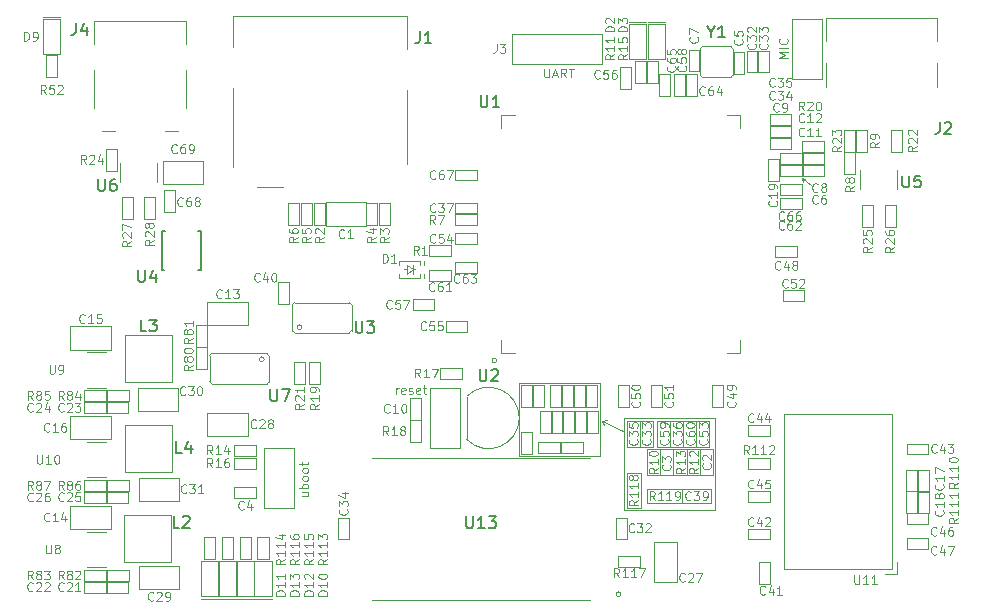
<source format=gbr>
%TF.GenerationSoftware,KiCad,Pcbnew,6.0.2+dfsg-1*%
%TF.CreationDate,2022-05-20T21:22:48+03:00*%
%TF.ProjectId,A13_test_project,4131335f-7465-4737-945f-70726f6a6563,rev?*%
%TF.SameCoordinates,Original*%
%TF.FileFunction,Legend,Top*%
%TF.FilePolarity,Positive*%
%FSLAX46Y46*%
G04 Gerber Fmt 4.6, Leading zero omitted, Abs format (unit mm)*
G04 Created by KiCad (PCBNEW 6.0.2+dfsg-1) date 2022-05-20 21:22:48*
%MOMM*%
%LPD*%
G01*
G04 APERTURE LIST*
%ADD10C,0.100000*%
%ADD11C,0.120000*%
%ADD12C,0.150000*%
%ADD13C,0.050000*%
G04 APERTURE END LIST*
D10*
X63800000Y-63800000D02*
X69400000Y-63800000D01*
X69400000Y-63800000D02*
X69400000Y-66000000D01*
X69400000Y-66000000D02*
X63800000Y-66000000D01*
X63800000Y-66000000D02*
X63800000Y-63800000D01*
X76900000Y-40840000D02*
X77010000Y-41160000D01*
X76900000Y-40850000D02*
X77190000Y-40900000D01*
X68000000Y-61400000D02*
X68000000Y-63600000D01*
X61800000Y-62300000D02*
X60000000Y-61400000D01*
X62100000Y-65800000D02*
X63300000Y-65800000D01*
X63300000Y-65800000D02*
X63300000Y-68800000D01*
X63300000Y-68800000D02*
X62100000Y-68800000D01*
X62100000Y-68800000D02*
X62100000Y-65800000D01*
X64900000Y-66000000D02*
X64900000Y-63800000D01*
X63200000Y-61400000D02*
X64300000Y-61400000D01*
X64300000Y-61400000D02*
X64300000Y-63600000D01*
X64300000Y-63600000D02*
X63200000Y-63600000D01*
X63200000Y-63600000D02*
X63200000Y-61400000D01*
X60000000Y-61390000D02*
X60440000Y-61340000D01*
X64700000Y-61400000D02*
X69100000Y-61400000D01*
X69100000Y-61400000D02*
X69100000Y-63600000D01*
X69100000Y-63600000D02*
X64700000Y-63600000D01*
X64700000Y-63600000D02*
X64700000Y-61400000D01*
X60000000Y-61400000D02*
X60200000Y-61800000D01*
X66000000Y-66000000D02*
X66000000Y-63800000D01*
X77690000Y-41480000D02*
X76900000Y-40840000D01*
X68300000Y-66000000D02*
X68300000Y-63800000D01*
X63800000Y-67200000D02*
X69200000Y-67200000D01*
X69200000Y-67200000D02*
X69200000Y-68400000D01*
X69200000Y-68400000D02*
X63800000Y-68400000D01*
X63800000Y-68400000D02*
X63800000Y-67200000D01*
X62100000Y-61400000D02*
X63200000Y-61400000D01*
X63200000Y-61400000D02*
X63200000Y-63600000D01*
X63200000Y-63600000D02*
X62100000Y-63600000D01*
X62100000Y-63600000D02*
X62100000Y-61400000D01*
X66800000Y-68400000D02*
X66800000Y-67200000D01*
D11*
X61600000Y-76100000D02*
G75*
G03*
X61600000Y-76100000I-200000J0D01*
G01*
D10*
X66900000Y-63600000D02*
X66900000Y-61400000D01*
D11*
X51100000Y-56300000D02*
G75*
G03*
X51100000Y-56300000I-200000J0D01*
G01*
D10*
X67200000Y-66000000D02*
X67200000Y-63800000D01*
X53000000Y-58200000D02*
X59800000Y-58200000D01*
X59800000Y-58200000D02*
X59800000Y-64400000D01*
X59800000Y-64400000D02*
X53000000Y-64400000D01*
X53000000Y-64400000D02*
X53000000Y-58200000D01*
X61900000Y-61200000D02*
X69600000Y-61200000D01*
X69600000Y-61200000D02*
X69600000Y-69000000D01*
X69600000Y-69000000D02*
X61900000Y-69000000D01*
X61900000Y-69000000D02*
X61900000Y-61200000D01*
X65800000Y-61400000D02*
X65800000Y-63600000D01*
D11*
%TO.C,C1*%
X38175000Y-45867857D02*
X38139285Y-45903571D01*
X38032142Y-45939285D01*
X37960714Y-45939285D01*
X37853571Y-45903571D01*
X37782142Y-45832142D01*
X37746428Y-45760714D01*
X37710714Y-45617857D01*
X37710714Y-45510714D01*
X37746428Y-45367857D01*
X37782142Y-45296428D01*
X37853571Y-45225000D01*
X37960714Y-45189285D01*
X38032142Y-45189285D01*
X38139285Y-45225000D01*
X38175000Y-45260714D01*
X38889285Y-45939285D02*
X38460714Y-45939285D01*
X38675000Y-45939285D02*
X38675000Y-45189285D01*
X38603571Y-45296428D01*
X38532142Y-45367857D01*
X38460714Y-45403571D01*
%TO.C,C2*%
X69167857Y-65025000D02*
X69203571Y-65060714D01*
X69239285Y-65167857D01*
X69239285Y-65239285D01*
X69203571Y-65346428D01*
X69132142Y-65417857D01*
X69060714Y-65453571D01*
X68917857Y-65489285D01*
X68810714Y-65489285D01*
X68667857Y-65453571D01*
X68596428Y-65417857D01*
X68525000Y-65346428D01*
X68489285Y-65239285D01*
X68489285Y-65167857D01*
X68525000Y-65060714D01*
X68560714Y-65025000D01*
X68560714Y-64739285D02*
X68525000Y-64703571D01*
X68489285Y-64632142D01*
X68489285Y-64453571D01*
X68525000Y-64382142D01*
X68560714Y-64346428D01*
X68632142Y-64310714D01*
X68703571Y-64310714D01*
X68810714Y-64346428D01*
X69239285Y-64775000D01*
X69239285Y-64310714D01*
%TO.C,C3*%
X65767857Y-65125000D02*
X65803571Y-65160714D01*
X65839285Y-65267857D01*
X65839285Y-65339285D01*
X65803571Y-65446428D01*
X65732142Y-65517857D01*
X65660714Y-65553571D01*
X65517857Y-65589285D01*
X65410714Y-65589285D01*
X65267857Y-65553571D01*
X65196428Y-65517857D01*
X65125000Y-65446428D01*
X65089285Y-65339285D01*
X65089285Y-65267857D01*
X65125000Y-65160714D01*
X65160714Y-65125000D01*
X65089285Y-64875000D02*
X65089285Y-64410714D01*
X65375000Y-64660714D01*
X65375000Y-64553571D01*
X65410714Y-64482142D01*
X65446428Y-64446428D01*
X65517857Y-64410714D01*
X65696428Y-64410714D01*
X65767857Y-64446428D01*
X65803571Y-64482142D01*
X65839285Y-64553571D01*
X65839285Y-64767857D01*
X65803571Y-64839285D01*
X65767857Y-64875000D01*
%TO.C,C4*%
X29675000Y-68867857D02*
X29639285Y-68903571D01*
X29532142Y-68939285D01*
X29460714Y-68939285D01*
X29353571Y-68903571D01*
X29282142Y-68832142D01*
X29246428Y-68760714D01*
X29210714Y-68617857D01*
X29210714Y-68510714D01*
X29246428Y-68367857D01*
X29282142Y-68296428D01*
X29353571Y-68225000D01*
X29460714Y-68189285D01*
X29532142Y-68189285D01*
X29639285Y-68225000D01*
X29675000Y-68260714D01*
X30317857Y-68439285D02*
X30317857Y-68939285D01*
X30139285Y-68153571D02*
X29960714Y-68689285D01*
X30425000Y-68689285D01*
%TO.C,C5*%
X71857857Y-29110000D02*
X71893571Y-29145714D01*
X71929285Y-29252857D01*
X71929285Y-29324285D01*
X71893571Y-29431428D01*
X71822142Y-29502857D01*
X71750714Y-29538571D01*
X71607857Y-29574285D01*
X71500714Y-29574285D01*
X71357857Y-29538571D01*
X71286428Y-29502857D01*
X71215000Y-29431428D01*
X71179285Y-29324285D01*
X71179285Y-29252857D01*
X71215000Y-29145714D01*
X71250714Y-29110000D01*
X71179285Y-28431428D02*
X71179285Y-28788571D01*
X71536428Y-28824285D01*
X71500714Y-28788571D01*
X71465000Y-28717142D01*
X71465000Y-28538571D01*
X71500714Y-28467142D01*
X71536428Y-28431428D01*
X71607857Y-28395714D01*
X71786428Y-28395714D01*
X71857857Y-28431428D01*
X71893571Y-28467142D01*
X71929285Y-28538571D01*
X71929285Y-28717142D01*
X71893571Y-28788571D01*
X71857857Y-28824285D01*
%TO.C,C6*%
X78275000Y-42967857D02*
X78239285Y-43003571D01*
X78132142Y-43039285D01*
X78060714Y-43039285D01*
X77953571Y-43003571D01*
X77882142Y-42932142D01*
X77846428Y-42860714D01*
X77810714Y-42717857D01*
X77810714Y-42610714D01*
X77846428Y-42467857D01*
X77882142Y-42396428D01*
X77953571Y-42325000D01*
X78060714Y-42289285D01*
X78132142Y-42289285D01*
X78239285Y-42325000D01*
X78275000Y-42360714D01*
X78917857Y-42289285D02*
X78775000Y-42289285D01*
X78703571Y-42325000D01*
X78667857Y-42360714D01*
X78596428Y-42467857D01*
X78560714Y-42610714D01*
X78560714Y-42896428D01*
X78596428Y-42967857D01*
X78632142Y-43003571D01*
X78703571Y-43039285D01*
X78846428Y-43039285D01*
X78917857Y-43003571D01*
X78953571Y-42967857D01*
X78989285Y-42896428D01*
X78989285Y-42717857D01*
X78953571Y-42646428D01*
X78917857Y-42610714D01*
X78846428Y-42575000D01*
X78703571Y-42575000D01*
X78632142Y-42610714D01*
X78596428Y-42646428D01*
X78560714Y-42717857D01*
%TO.C,C7*%
X68077857Y-28925000D02*
X68113571Y-28960714D01*
X68149285Y-29067857D01*
X68149285Y-29139285D01*
X68113571Y-29246428D01*
X68042142Y-29317857D01*
X67970714Y-29353571D01*
X67827857Y-29389285D01*
X67720714Y-29389285D01*
X67577857Y-29353571D01*
X67506428Y-29317857D01*
X67435000Y-29246428D01*
X67399285Y-29139285D01*
X67399285Y-29067857D01*
X67435000Y-28960714D01*
X67470714Y-28925000D01*
X67399285Y-28675000D02*
X67399285Y-28175000D01*
X68149285Y-28496428D01*
%TO.C,C8*%
X78275000Y-41967857D02*
X78239285Y-42003571D01*
X78132142Y-42039285D01*
X78060714Y-42039285D01*
X77953571Y-42003571D01*
X77882142Y-41932142D01*
X77846428Y-41860714D01*
X77810714Y-41717857D01*
X77810714Y-41610714D01*
X77846428Y-41467857D01*
X77882142Y-41396428D01*
X77953571Y-41325000D01*
X78060714Y-41289285D01*
X78132142Y-41289285D01*
X78239285Y-41325000D01*
X78275000Y-41360714D01*
X78703571Y-41610714D02*
X78632142Y-41575000D01*
X78596428Y-41539285D01*
X78560714Y-41467857D01*
X78560714Y-41432142D01*
X78596428Y-41360714D01*
X78632142Y-41325000D01*
X78703571Y-41289285D01*
X78846428Y-41289285D01*
X78917857Y-41325000D01*
X78953571Y-41360714D01*
X78989285Y-41432142D01*
X78989285Y-41467857D01*
X78953571Y-41539285D01*
X78917857Y-41575000D01*
X78846428Y-41610714D01*
X78703571Y-41610714D01*
X78632142Y-41646428D01*
X78596428Y-41682142D01*
X78560714Y-41753571D01*
X78560714Y-41896428D01*
X78596428Y-41967857D01*
X78632142Y-42003571D01*
X78703571Y-42039285D01*
X78846428Y-42039285D01*
X78917857Y-42003571D01*
X78953571Y-41967857D01*
X78989285Y-41896428D01*
X78989285Y-41753571D01*
X78953571Y-41682142D01*
X78917857Y-41646428D01*
X78846428Y-41610714D01*
%TO.C,C9*%
X74975000Y-35167857D02*
X74939285Y-35203571D01*
X74832142Y-35239285D01*
X74760714Y-35239285D01*
X74653571Y-35203571D01*
X74582142Y-35132142D01*
X74546428Y-35060714D01*
X74510714Y-34917857D01*
X74510714Y-34810714D01*
X74546428Y-34667857D01*
X74582142Y-34596428D01*
X74653571Y-34525000D01*
X74760714Y-34489285D01*
X74832142Y-34489285D01*
X74939285Y-34525000D01*
X74975000Y-34560714D01*
X75332142Y-35239285D02*
X75475000Y-35239285D01*
X75546428Y-35203571D01*
X75582142Y-35167857D01*
X75653571Y-35060714D01*
X75689285Y-34917857D01*
X75689285Y-34632142D01*
X75653571Y-34560714D01*
X75617857Y-34525000D01*
X75546428Y-34489285D01*
X75403571Y-34489285D01*
X75332142Y-34525000D01*
X75296428Y-34560714D01*
X75260714Y-34632142D01*
X75260714Y-34810714D01*
X75296428Y-34882142D01*
X75332142Y-34917857D01*
X75403571Y-34953571D01*
X75546428Y-34953571D01*
X75617857Y-34917857D01*
X75653571Y-34882142D01*
X75689285Y-34810714D01*
%TO.C,C10*%
X42017857Y-60667857D02*
X41982142Y-60703571D01*
X41875000Y-60739285D01*
X41803571Y-60739285D01*
X41696428Y-60703571D01*
X41625000Y-60632142D01*
X41589285Y-60560714D01*
X41553571Y-60417857D01*
X41553571Y-60310714D01*
X41589285Y-60167857D01*
X41625000Y-60096428D01*
X41696428Y-60025000D01*
X41803571Y-59989285D01*
X41875000Y-59989285D01*
X41982142Y-60025000D01*
X42017857Y-60060714D01*
X42732142Y-60739285D02*
X42303571Y-60739285D01*
X42517857Y-60739285D02*
X42517857Y-59989285D01*
X42446428Y-60096428D01*
X42375000Y-60167857D01*
X42303571Y-60203571D01*
X43196428Y-59989285D02*
X43267857Y-59989285D01*
X43339285Y-60025000D01*
X43375000Y-60060714D01*
X43410714Y-60132142D01*
X43446428Y-60275000D01*
X43446428Y-60453571D01*
X43410714Y-60596428D01*
X43375000Y-60667857D01*
X43339285Y-60703571D01*
X43267857Y-60739285D01*
X43196428Y-60739285D01*
X43125000Y-60703571D01*
X43089285Y-60667857D01*
X43053571Y-60596428D01*
X43017857Y-60453571D01*
X43017857Y-60275000D01*
X43053571Y-60132142D01*
X43089285Y-60060714D01*
X43125000Y-60025000D01*
X43196428Y-59989285D01*
%TO.C,C11*%
X77117857Y-37267857D02*
X77082142Y-37303571D01*
X76975000Y-37339285D01*
X76903571Y-37339285D01*
X76796428Y-37303571D01*
X76725000Y-37232142D01*
X76689285Y-37160714D01*
X76653571Y-37017857D01*
X76653571Y-36910714D01*
X76689285Y-36767857D01*
X76725000Y-36696428D01*
X76796428Y-36625000D01*
X76903571Y-36589285D01*
X76975000Y-36589285D01*
X77082142Y-36625000D01*
X77117857Y-36660714D01*
X77832142Y-37339285D02*
X77403571Y-37339285D01*
X77617857Y-37339285D02*
X77617857Y-36589285D01*
X77546428Y-36696428D01*
X77475000Y-36767857D01*
X77403571Y-36803571D01*
X78546428Y-37339285D02*
X78117857Y-37339285D01*
X78332142Y-37339285D02*
X78332142Y-36589285D01*
X78260714Y-36696428D01*
X78189285Y-36767857D01*
X78117857Y-36803571D01*
%TO.C,C12*%
X77117857Y-36067857D02*
X77082142Y-36103571D01*
X76975000Y-36139285D01*
X76903571Y-36139285D01*
X76796428Y-36103571D01*
X76725000Y-36032142D01*
X76689285Y-35960714D01*
X76653571Y-35817857D01*
X76653571Y-35710714D01*
X76689285Y-35567857D01*
X76725000Y-35496428D01*
X76796428Y-35425000D01*
X76903571Y-35389285D01*
X76975000Y-35389285D01*
X77082142Y-35425000D01*
X77117857Y-35460714D01*
X77832142Y-36139285D02*
X77403571Y-36139285D01*
X77617857Y-36139285D02*
X77617857Y-35389285D01*
X77546428Y-35496428D01*
X77475000Y-35567857D01*
X77403571Y-35603571D01*
X78117857Y-35460714D02*
X78153571Y-35425000D01*
X78225000Y-35389285D01*
X78403571Y-35389285D01*
X78475000Y-35425000D01*
X78510714Y-35460714D01*
X78546428Y-35532142D01*
X78546428Y-35603571D01*
X78510714Y-35710714D01*
X78082142Y-36139285D01*
X78546428Y-36139285D01*
%TO.C,C14*%
X13217857Y-69867857D02*
X13182142Y-69903571D01*
X13075000Y-69939285D01*
X13003571Y-69939285D01*
X12896428Y-69903571D01*
X12825000Y-69832142D01*
X12789285Y-69760714D01*
X12753571Y-69617857D01*
X12753571Y-69510714D01*
X12789285Y-69367857D01*
X12825000Y-69296428D01*
X12896428Y-69225000D01*
X13003571Y-69189285D01*
X13075000Y-69189285D01*
X13182142Y-69225000D01*
X13217857Y-69260714D01*
X13932142Y-69939285D02*
X13503571Y-69939285D01*
X13717857Y-69939285D02*
X13717857Y-69189285D01*
X13646428Y-69296428D01*
X13575000Y-69367857D01*
X13503571Y-69403571D01*
X14575000Y-69439285D02*
X14575000Y-69939285D01*
X14396428Y-69153571D02*
X14217857Y-69689285D01*
X14682142Y-69689285D01*
%TO.C,C15*%
X16217857Y-53067857D02*
X16182142Y-53103571D01*
X16075000Y-53139285D01*
X16003571Y-53139285D01*
X15896428Y-53103571D01*
X15825000Y-53032142D01*
X15789285Y-52960714D01*
X15753571Y-52817857D01*
X15753571Y-52710714D01*
X15789285Y-52567857D01*
X15825000Y-52496428D01*
X15896428Y-52425000D01*
X16003571Y-52389285D01*
X16075000Y-52389285D01*
X16182142Y-52425000D01*
X16217857Y-52460714D01*
X16932142Y-53139285D02*
X16503571Y-53139285D01*
X16717857Y-53139285D02*
X16717857Y-52389285D01*
X16646428Y-52496428D01*
X16575000Y-52567857D01*
X16503571Y-52603571D01*
X17610714Y-52389285D02*
X17253571Y-52389285D01*
X17217857Y-52746428D01*
X17253571Y-52710714D01*
X17325000Y-52675000D01*
X17503571Y-52675000D01*
X17575000Y-52710714D01*
X17610714Y-52746428D01*
X17646428Y-52817857D01*
X17646428Y-52996428D01*
X17610714Y-53067857D01*
X17575000Y-53103571D01*
X17503571Y-53139285D01*
X17325000Y-53139285D01*
X17253571Y-53103571D01*
X17217857Y-53067857D01*
%TO.C,C16*%
X13217857Y-62267857D02*
X13182142Y-62303571D01*
X13075000Y-62339285D01*
X13003571Y-62339285D01*
X12896428Y-62303571D01*
X12825000Y-62232142D01*
X12789285Y-62160714D01*
X12753571Y-62017857D01*
X12753571Y-61910714D01*
X12789285Y-61767857D01*
X12825000Y-61696428D01*
X12896428Y-61625000D01*
X13003571Y-61589285D01*
X13075000Y-61589285D01*
X13182142Y-61625000D01*
X13217857Y-61660714D01*
X13932142Y-62339285D02*
X13503571Y-62339285D01*
X13717857Y-62339285D02*
X13717857Y-61589285D01*
X13646428Y-61696428D01*
X13575000Y-61767857D01*
X13503571Y-61803571D01*
X14575000Y-61589285D02*
X14432142Y-61589285D01*
X14360714Y-61625000D01*
X14325000Y-61660714D01*
X14253571Y-61767857D01*
X14217857Y-61910714D01*
X14217857Y-62196428D01*
X14253571Y-62267857D01*
X14289285Y-62303571D01*
X14360714Y-62339285D01*
X14503571Y-62339285D01*
X14575000Y-62303571D01*
X14610714Y-62267857D01*
X14646428Y-62196428D01*
X14646428Y-62017857D01*
X14610714Y-61946428D01*
X14575000Y-61910714D01*
X14503571Y-61875000D01*
X14360714Y-61875000D01*
X14289285Y-61910714D01*
X14253571Y-61946428D01*
X14217857Y-62017857D01*
%TO.C,C17*%
X88867857Y-66782142D02*
X88903571Y-66817857D01*
X88939285Y-66925000D01*
X88939285Y-66996428D01*
X88903571Y-67103571D01*
X88832142Y-67175000D01*
X88760714Y-67210714D01*
X88617857Y-67246428D01*
X88510714Y-67246428D01*
X88367857Y-67210714D01*
X88296428Y-67175000D01*
X88225000Y-67103571D01*
X88189285Y-66996428D01*
X88189285Y-66925000D01*
X88225000Y-66817857D01*
X88260714Y-66782142D01*
X88939285Y-66067857D02*
X88939285Y-66496428D01*
X88939285Y-66282142D02*
X88189285Y-66282142D01*
X88296428Y-66353571D01*
X88367857Y-66425000D01*
X88403571Y-66496428D01*
X88189285Y-65817857D02*
X88189285Y-65317857D01*
X88939285Y-65639285D01*
%TO.C,C18*%
X88867857Y-68982142D02*
X88903571Y-69017857D01*
X88939285Y-69125000D01*
X88939285Y-69196428D01*
X88903571Y-69303571D01*
X88832142Y-69375000D01*
X88760714Y-69410714D01*
X88617857Y-69446428D01*
X88510714Y-69446428D01*
X88367857Y-69410714D01*
X88296428Y-69375000D01*
X88225000Y-69303571D01*
X88189285Y-69196428D01*
X88189285Y-69125000D01*
X88225000Y-69017857D01*
X88260714Y-68982142D01*
X88939285Y-68267857D02*
X88939285Y-68696428D01*
X88939285Y-68482142D02*
X88189285Y-68482142D01*
X88296428Y-68553571D01*
X88367857Y-68625000D01*
X88403571Y-68696428D01*
X88510714Y-67839285D02*
X88475000Y-67910714D01*
X88439285Y-67946428D01*
X88367857Y-67982142D01*
X88332142Y-67982142D01*
X88260714Y-67946428D01*
X88225000Y-67910714D01*
X88189285Y-67839285D01*
X88189285Y-67696428D01*
X88225000Y-67625000D01*
X88260714Y-67589285D01*
X88332142Y-67553571D01*
X88367857Y-67553571D01*
X88439285Y-67589285D01*
X88475000Y-67625000D01*
X88510714Y-67696428D01*
X88510714Y-67839285D01*
X88546428Y-67910714D01*
X88582142Y-67946428D01*
X88653571Y-67982142D01*
X88796428Y-67982142D01*
X88867857Y-67946428D01*
X88903571Y-67910714D01*
X88939285Y-67839285D01*
X88939285Y-67696428D01*
X88903571Y-67625000D01*
X88867857Y-67589285D01*
X88796428Y-67553571D01*
X88653571Y-67553571D01*
X88582142Y-67589285D01*
X88546428Y-67625000D01*
X88510714Y-67696428D01*
%TO.C,C21*%
X14417857Y-75757857D02*
X14382142Y-75793571D01*
X14275000Y-75829285D01*
X14203571Y-75829285D01*
X14096428Y-75793571D01*
X14025000Y-75722142D01*
X13989285Y-75650714D01*
X13953571Y-75507857D01*
X13953571Y-75400714D01*
X13989285Y-75257857D01*
X14025000Y-75186428D01*
X14096428Y-75115000D01*
X14203571Y-75079285D01*
X14275000Y-75079285D01*
X14382142Y-75115000D01*
X14417857Y-75150714D01*
X14703571Y-75150714D02*
X14739285Y-75115000D01*
X14810714Y-75079285D01*
X14989285Y-75079285D01*
X15060714Y-75115000D01*
X15096428Y-75150714D01*
X15132142Y-75222142D01*
X15132142Y-75293571D01*
X15096428Y-75400714D01*
X14667857Y-75829285D01*
X15132142Y-75829285D01*
X15846428Y-75829285D02*
X15417857Y-75829285D01*
X15632142Y-75829285D02*
X15632142Y-75079285D01*
X15560714Y-75186428D01*
X15489285Y-75257857D01*
X15417857Y-75293571D01*
%TO.C,C22*%
X11817857Y-75767857D02*
X11782142Y-75803571D01*
X11675000Y-75839285D01*
X11603571Y-75839285D01*
X11496428Y-75803571D01*
X11425000Y-75732142D01*
X11389285Y-75660714D01*
X11353571Y-75517857D01*
X11353571Y-75410714D01*
X11389285Y-75267857D01*
X11425000Y-75196428D01*
X11496428Y-75125000D01*
X11603571Y-75089285D01*
X11675000Y-75089285D01*
X11782142Y-75125000D01*
X11817857Y-75160714D01*
X12103571Y-75160714D02*
X12139285Y-75125000D01*
X12210714Y-75089285D01*
X12389285Y-75089285D01*
X12460714Y-75125000D01*
X12496428Y-75160714D01*
X12532142Y-75232142D01*
X12532142Y-75303571D01*
X12496428Y-75410714D01*
X12067857Y-75839285D01*
X12532142Y-75839285D01*
X12817857Y-75160714D02*
X12853571Y-75125000D01*
X12925000Y-75089285D01*
X13103571Y-75089285D01*
X13175000Y-75125000D01*
X13210714Y-75160714D01*
X13246428Y-75232142D01*
X13246428Y-75303571D01*
X13210714Y-75410714D01*
X12782142Y-75839285D01*
X13246428Y-75839285D01*
%TO.C,C23*%
X14417857Y-60567857D02*
X14382142Y-60603571D01*
X14275000Y-60639285D01*
X14203571Y-60639285D01*
X14096428Y-60603571D01*
X14025000Y-60532142D01*
X13989285Y-60460714D01*
X13953571Y-60317857D01*
X13953571Y-60210714D01*
X13989285Y-60067857D01*
X14025000Y-59996428D01*
X14096428Y-59925000D01*
X14203571Y-59889285D01*
X14275000Y-59889285D01*
X14382142Y-59925000D01*
X14417857Y-59960714D01*
X14703571Y-59960714D02*
X14739285Y-59925000D01*
X14810714Y-59889285D01*
X14989285Y-59889285D01*
X15060714Y-59925000D01*
X15096428Y-59960714D01*
X15132142Y-60032142D01*
X15132142Y-60103571D01*
X15096428Y-60210714D01*
X14667857Y-60639285D01*
X15132142Y-60639285D01*
X15382142Y-59889285D02*
X15846428Y-59889285D01*
X15596428Y-60175000D01*
X15703571Y-60175000D01*
X15775000Y-60210714D01*
X15810714Y-60246428D01*
X15846428Y-60317857D01*
X15846428Y-60496428D01*
X15810714Y-60567857D01*
X15775000Y-60603571D01*
X15703571Y-60639285D01*
X15489285Y-60639285D01*
X15417857Y-60603571D01*
X15382142Y-60567857D01*
%TO.C,C24*%
X11817857Y-60567857D02*
X11782142Y-60603571D01*
X11675000Y-60639285D01*
X11603571Y-60639285D01*
X11496428Y-60603571D01*
X11425000Y-60532142D01*
X11389285Y-60460714D01*
X11353571Y-60317857D01*
X11353571Y-60210714D01*
X11389285Y-60067857D01*
X11425000Y-59996428D01*
X11496428Y-59925000D01*
X11603571Y-59889285D01*
X11675000Y-59889285D01*
X11782142Y-59925000D01*
X11817857Y-59960714D01*
X12103571Y-59960714D02*
X12139285Y-59925000D01*
X12210714Y-59889285D01*
X12389285Y-59889285D01*
X12460714Y-59925000D01*
X12496428Y-59960714D01*
X12532142Y-60032142D01*
X12532142Y-60103571D01*
X12496428Y-60210714D01*
X12067857Y-60639285D01*
X12532142Y-60639285D01*
X13175000Y-60139285D02*
X13175000Y-60639285D01*
X12996428Y-59853571D02*
X12817857Y-60389285D01*
X13282142Y-60389285D01*
%TO.C,C25*%
X14417857Y-68157857D02*
X14382142Y-68193571D01*
X14275000Y-68229285D01*
X14203571Y-68229285D01*
X14096428Y-68193571D01*
X14025000Y-68122142D01*
X13989285Y-68050714D01*
X13953571Y-67907857D01*
X13953571Y-67800714D01*
X13989285Y-67657857D01*
X14025000Y-67586428D01*
X14096428Y-67515000D01*
X14203571Y-67479285D01*
X14275000Y-67479285D01*
X14382142Y-67515000D01*
X14417857Y-67550714D01*
X14703571Y-67550714D02*
X14739285Y-67515000D01*
X14810714Y-67479285D01*
X14989285Y-67479285D01*
X15060714Y-67515000D01*
X15096428Y-67550714D01*
X15132142Y-67622142D01*
X15132142Y-67693571D01*
X15096428Y-67800714D01*
X14667857Y-68229285D01*
X15132142Y-68229285D01*
X15810714Y-67479285D02*
X15453571Y-67479285D01*
X15417857Y-67836428D01*
X15453571Y-67800714D01*
X15525000Y-67765000D01*
X15703571Y-67765000D01*
X15775000Y-67800714D01*
X15810714Y-67836428D01*
X15846428Y-67907857D01*
X15846428Y-68086428D01*
X15810714Y-68157857D01*
X15775000Y-68193571D01*
X15703571Y-68229285D01*
X15525000Y-68229285D01*
X15453571Y-68193571D01*
X15417857Y-68157857D01*
%TO.C,C26*%
X11817857Y-68167857D02*
X11782142Y-68203571D01*
X11675000Y-68239285D01*
X11603571Y-68239285D01*
X11496428Y-68203571D01*
X11425000Y-68132142D01*
X11389285Y-68060714D01*
X11353571Y-67917857D01*
X11353571Y-67810714D01*
X11389285Y-67667857D01*
X11425000Y-67596428D01*
X11496428Y-67525000D01*
X11603571Y-67489285D01*
X11675000Y-67489285D01*
X11782142Y-67525000D01*
X11817857Y-67560714D01*
X12103571Y-67560714D02*
X12139285Y-67525000D01*
X12210714Y-67489285D01*
X12389285Y-67489285D01*
X12460714Y-67525000D01*
X12496428Y-67560714D01*
X12532142Y-67632142D01*
X12532142Y-67703571D01*
X12496428Y-67810714D01*
X12067857Y-68239285D01*
X12532142Y-68239285D01*
X13175000Y-67489285D02*
X13032142Y-67489285D01*
X12960714Y-67525000D01*
X12925000Y-67560714D01*
X12853571Y-67667857D01*
X12817857Y-67810714D01*
X12817857Y-68096428D01*
X12853571Y-68167857D01*
X12889285Y-68203571D01*
X12960714Y-68239285D01*
X13103571Y-68239285D01*
X13175000Y-68203571D01*
X13210714Y-68167857D01*
X13246428Y-68096428D01*
X13246428Y-67917857D01*
X13210714Y-67846428D01*
X13175000Y-67810714D01*
X13103571Y-67775000D01*
X12960714Y-67775000D01*
X12889285Y-67810714D01*
X12853571Y-67846428D01*
X12817857Y-67917857D01*
%TO.C,C27*%
X67017857Y-74967857D02*
X66982142Y-75003571D01*
X66875000Y-75039285D01*
X66803571Y-75039285D01*
X66696428Y-75003571D01*
X66625000Y-74932142D01*
X66589285Y-74860714D01*
X66553571Y-74717857D01*
X66553571Y-74610714D01*
X66589285Y-74467857D01*
X66625000Y-74396428D01*
X66696428Y-74325000D01*
X66803571Y-74289285D01*
X66875000Y-74289285D01*
X66982142Y-74325000D01*
X67017857Y-74360714D01*
X67303571Y-74360714D02*
X67339285Y-74325000D01*
X67410714Y-74289285D01*
X67589285Y-74289285D01*
X67660714Y-74325000D01*
X67696428Y-74360714D01*
X67732142Y-74432142D01*
X67732142Y-74503571D01*
X67696428Y-74610714D01*
X67267857Y-75039285D01*
X67732142Y-75039285D01*
X67982142Y-74289285D02*
X68482142Y-74289285D01*
X68160714Y-75039285D01*
%TO.C,C29*%
X22017857Y-76567857D02*
X21982142Y-76603571D01*
X21875000Y-76639285D01*
X21803571Y-76639285D01*
X21696428Y-76603571D01*
X21625000Y-76532142D01*
X21589285Y-76460714D01*
X21553571Y-76317857D01*
X21553571Y-76210714D01*
X21589285Y-76067857D01*
X21625000Y-75996428D01*
X21696428Y-75925000D01*
X21803571Y-75889285D01*
X21875000Y-75889285D01*
X21982142Y-75925000D01*
X22017857Y-75960714D01*
X22303571Y-75960714D02*
X22339285Y-75925000D01*
X22410714Y-75889285D01*
X22589285Y-75889285D01*
X22660714Y-75925000D01*
X22696428Y-75960714D01*
X22732142Y-76032142D01*
X22732142Y-76103571D01*
X22696428Y-76210714D01*
X22267857Y-76639285D01*
X22732142Y-76639285D01*
X23089285Y-76639285D02*
X23232142Y-76639285D01*
X23303571Y-76603571D01*
X23339285Y-76567857D01*
X23410714Y-76460714D01*
X23446428Y-76317857D01*
X23446428Y-76032142D01*
X23410714Y-75960714D01*
X23375000Y-75925000D01*
X23303571Y-75889285D01*
X23160714Y-75889285D01*
X23089285Y-75925000D01*
X23053571Y-75960714D01*
X23017857Y-76032142D01*
X23017857Y-76210714D01*
X23053571Y-76282142D01*
X23089285Y-76317857D01*
X23160714Y-76353571D01*
X23303571Y-76353571D01*
X23375000Y-76317857D01*
X23410714Y-76282142D01*
X23446428Y-76210714D01*
%TO.C,C30*%
X24717857Y-59167857D02*
X24682142Y-59203571D01*
X24575000Y-59239285D01*
X24503571Y-59239285D01*
X24396428Y-59203571D01*
X24325000Y-59132142D01*
X24289285Y-59060714D01*
X24253571Y-58917857D01*
X24253571Y-58810714D01*
X24289285Y-58667857D01*
X24325000Y-58596428D01*
X24396428Y-58525000D01*
X24503571Y-58489285D01*
X24575000Y-58489285D01*
X24682142Y-58525000D01*
X24717857Y-58560714D01*
X24967857Y-58489285D02*
X25432142Y-58489285D01*
X25182142Y-58775000D01*
X25289285Y-58775000D01*
X25360714Y-58810714D01*
X25396428Y-58846428D01*
X25432142Y-58917857D01*
X25432142Y-59096428D01*
X25396428Y-59167857D01*
X25360714Y-59203571D01*
X25289285Y-59239285D01*
X25075000Y-59239285D01*
X25003571Y-59203571D01*
X24967857Y-59167857D01*
X25896428Y-58489285D02*
X25967857Y-58489285D01*
X26039285Y-58525000D01*
X26075000Y-58560714D01*
X26110714Y-58632142D01*
X26146428Y-58775000D01*
X26146428Y-58953571D01*
X26110714Y-59096428D01*
X26075000Y-59167857D01*
X26039285Y-59203571D01*
X25967857Y-59239285D01*
X25896428Y-59239285D01*
X25825000Y-59203571D01*
X25789285Y-59167857D01*
X25753571Y-59096428D01*
X25717857Y-58953571D01*
X25717857Y-58775000D01*
X25753571Y-58632142D01*
X25789285Y-58560714D01*
X25825000Y-58525000D01*
X25896428Y-58489285D01*
%TO.C,C31*%
X24817857Y-67467857D02*
X24782142Y-67503571D01*
X24675000Y-67539285D01*
X24603571Y-67539285D01*
X24496428Y-67503571D01*
X24425000Y-67432142D01*
X24389285Y-67360714D01*
X24353571Y-67217857D01*
X24353571Y-67110714D01*
X24389285Y-66967857D01*
X24425000Y-66896428D01*
X24496428Y-66825000D01*
X24603571Y-66789285D01*
X24675000Y-66789285D01*
X24782142Y-66825000D01*
X24817857Y-66860714D01*
X25067857Y-66789285D02*
X25532142Y-66789285D01*
X25282142Y-67075000D01*
X25389285Y-67075000D01*
X25460714Y-67110714D01*
X25496428Y-67146428D01*
X25532142Y-67217857D01*
X25532142Y-67396428D01*
X25496428Y-67467857D01*
X25460714Y-67503571D01*
X25389285Y-67539285D01*
X25175000Y-67539285D01*
X25103571Y-67503571D01*
X25067857Y-67467857D01*
X26246428Y-67539285D02*
X25817857Y-67539285D01*
X26032142Y-67539285D02*
X26032142Y-66789285D01*
X25960714Y-66896428D01*
X25889285Y-66967857D01*
X25817857Y-67003571D01*
%TO.C,D1*%
X41446428Y-48039285D02*
X41446428Y-47289285D01*
X41625000Y-47289285D01*
X41732142Y-47325000D01*
X41803571Y-47396428D01*
X41839285Y-47467857D01*
X41875000Y-47610714D01*
X41875000Y-47717857D01*
X41839285Y-47860714D01*
X41803571Y-47932142D01*
X41732142Y-48003571D01*
X41625000Y-48039285D01*
X41446428Y-48039285D01*
X42589285Y-48039285D02*
X42160714Y-48039285D01*
X42375000Y-48039285D02*
X42375000Y-47289285D01*
X42303571Y-47396428D01*
X42232142Y-47467857D01*
X42160714Y-47503571D01*
%TO.C,D2*%
X61039285Y-28453571D02*
X60289285Y-28453571D01*
X60289285Y-28275000D01*
X60325000Y-28167857D01*
X60396428Y-28096428D01*
X60467857Y-28060714D01*
X60610714Y-28025000D01*
X60717857Y-28025000D01*
X60860714Y-28060714D01*
X60932142Y-28096428D01*
X61003571Y-28167857D01*
X61039285Y-28275000D01*
X61039285Y-28453571D01*
X60360714Y-27739285D02*
X60325000Y-27703571D01*
X60289285Y-27632142D01*
X60289285Y-27453571D01*
X60325000Y-27382142D01*
X60360714Y-27346428D01*
X60432142Y-27310714D01*
X60503571Y-27310714D01*
X60610714Y-27346428D01*
X61039285Y-27775000D01*
X61039285Y-27310714D01*
%TO.C,D3*%
X62139285Y-28453571D02*
X61389285Y-28453571D01*
X61389285Y-28275000D01*
X61425000Y-28167857D01*
X61496428Y-28096428D01*
X61567857Y-28060714D01*
X61710714Y-28025000D01*
X61817857Y-28025000D01*
X61960714Y-28060714D01*
X62032142Y-28096428D01*
X62103571Y-28167857D01*
X62139285Y-28275000D01*
X62139285Y-28453571D01*
X61389285Y-27775000D02*
X61389285Y-27310714D01*
X61675000Y-27560714D01*
X61675000Y-27453571D01*
X61710714Y-27382142D01*
X61746428Y-27346428D01*
X61817857Y-27310714D01*
X61996428Y-27310714D01*
X62067857Y-27346428D01*
X62103571Y-27382142D01*
X62139285Y-27453571D01*
X62139285Y-27667857D01*
X62103571Y-27739285D01*
X62067857Y-27775000D01*
%TO.C,R1*%
X44475000Y-47339285D02*
X44225000Y-46982142D01*
X44046428Y-47339285D02*
X44046428Y-46589285D01*
X44332142Y-46589285D01*
X44403571Y-46625000D01*
X44439285Y-46660714D01*
X44475000Y-46732142D01*
X44475000Y-46839285D01*
X44439285Y-46910714D01*
X44403571Y-46946428D01*
X44332142Y-46982142D01*
X44046428Y-46982142D01*
X45189285Y-47339285D02*
X44760714Y-47339285D01*
X44975000Y-47339285D02*
X44975000Y-46589285D01*
X44903571Y-46696428D01*
X44832142Y-46767857D01*
X44760714Y-46803571D01*
%TO.C,R2*%
X36439285Y-45825000D02*
X36082142Y-46075000D01*
X36439285Y-46253571D02*
X35689285Y-46253571D01*
X35689285Y-45967857D01*
X35725000Y-45896428D01*
X35760714Y-45860714D01*
X35832142Y-45825000D01*
X35939285Y-45825000D01*
X36010714Y-45860714D01*
X36046428Y-45896428D01*
X36082142Y-45967857D01*
X36082142Y-46253571D01*
X35760714Y-45539285D02*
X35725000Y-45503571D01*
X35689285Y-45432142D01*
X35689285Y-45253571D01*
X35725000Y-45182142D01*
X35760714Y-45146428D01*
X35832142Y-45110714D01*
X35903571Y-45110714D01*
X36010714Y-45146428D01*
X36439285Y-45575000D01*
X36439285Y-45110714D01*
%TO.C,R3*%
X41939285Y-45825000D02*
X41582142Y-46075000D01*
X41939285Y-46253571D02*
X41189285Y-46253571D01*
X41189285Y-45967857D01*
X41225000Y-45896428D01*
X41260714Y-45860714D01*
X41332142Y-45825000D01*
X41439285Y-45825000D01*
X41510714Y-45860714D01*
X41546428Y-45896428D01*
X41582142Y-45967857D01*
X41582142Y-46253571D01*
X41189285Y-45575000D02*
X41189285Y-45110714D01*
X41475000Y-45360714D01*
X41475000Y-45253571D01*
X41510714Y-45182142D01*
X41546428Y-45146428D01*
X41617857Y-45110714D01*
X41796428Y-45110714D01*
X41867857Y-45146428D01*
X41903571Y-45182142D01*
X41939285Y-45253571D01*
X41939285Y-45467857D01*
X41903571Y-45539285D01*
X41867857Y-45575000D01*
%TO.C,R4*%
X40839285Y-45825000D02*
X40482142Y-46075000D01*
X40839285Y-46253571D02*
X40089285Y-46253571D01*
X40089285Y-45967857D01*
X40125000Y-45896428D01*
X40160714Y-45860714D01*
X40232142Y-45825000D01*
X40339285Y-45825000D01*
X40410714Y-45860714D01*
X40446428Y-45896428D01*
X40482142Y-45967857D01*
X40482142Y-46253571D01*
X40339285Y-45182142D02*
X40839285Y-45182142D01*
X40053571Y-45360714D02*
X40589285Y-45539285D01*
X40589285Y-45075000D01*
%TO.C,R5*%
X35339285Y-45825000D02*
X34982142Y-46075000D01*
X35339285Y-46253571D02*
X34589285Y-46253571D01*
X34589285Y-45967857D01*
X34625000Y-45896428D01*
X34660714Y-45860714D01*
X34732142Y-45825000D01*
X34839285Y-45825000D01*
X34910714Y-45860714D01*
X34946428Y-45896428D01*
X34982142Y-45967857D01*
X34982142Y-46253571D01*
X34589285Y-45146428D02*
X34589285Y-45503571D01*
X34946428Y-45539285D01*
X34910714Y-45503571D01*
X34875000Y-45432142D01*
X34875000Y-45253571D01*
X34910714Y-45182142D01*
X34946428Y-45146428D01*
X35017857Y-45110714D01*
X35196428Y-45110714D01*
X35267857Y-45146428D01*
X35303571Y-45182142D01*
X35339285Y-45253571D01*
X35339285Y-45432142D01*
X35303571Y-45503571D01*
X35267857Y-45539285D01*
%TO.C,R6*%
X34239285Y-45825000D02*
X33882142Y-46075000D01*
X34239285Y-46253571D02*
X33489285Y-46253571D01*
X33489285Y-45967857D01*
X33525000Y-45896428D01*
X33560714Y-45860714D01*
X33632142Y-45825000D01*
X33739285Y-45825000D01*
X33810714Y-45860714D01*
X33846428Y-45896428D01*
X33882142Y-45967857D01*
X33882142Y-46253571D01*
X33489285Y-45182142D02*
X33489285Y-45325000D01*
X33525000Y-45396428D01*
X33560714Y-45432142D01*
X33667857Y-45503571D01*
X33810714Y-45539285D01*
X34096428Y-45539285D01*
X34167857Y-45503571D01*
X34203571Y-45467857D01*
X34239285Y-45396428D01*
X34239285Y-45253571D01*
X34203571Y-45182142D01*
X34167857Y-45146428D01*
X34096428Y-45110714D01*
X33917857Y-45110714D01*
X33846428Y-45146428D01*
X33810714Y-45182142D01*
X33775000Y-45253571D01*
X33775000Y-45396428D01*
X33810714Y-45467857D01*
X33846428Y-45503571D01*
X33917857Y-45539285D01*
%TO.C,R7*%
X45875000Y-44739285D02*
X45625000Y-44382142D01*
X45446428Y-44739285D02*
X45446428Y-43989285D01*
X45732142Y-43989285D01*
X45803571Y-44025000D01*
X45839285Y-44060714D01*
X45875000Y-44132142D01*
X45875000Y-44239285D01*
X45839285Y-44310714D01*
X45803571Y-44346428D01*
X45732142Y-44382142D01*
X45446428Y-44382142D01*
X46125000Y-43989285D02*
X46625000Y-43989285D01*
X46303571Y-44739285D01*
%TO.C,R8*%
X81339285Y-41525000D02*
X80982142Y-41775000D01*
X81339285Y-41953571D02*
X80589285Y-41953571D01*
X80589285Y-41667857D01*
X80625000Y-41596428D01*
X80660714Y-41560714D01*
X80732142Y-41525000D01*
X80839285Y-41525000D01*
X80910714Y-41560714D01*
X80946428Y-41596428D01*
X80982142Y-41667857D01*
X80982142Y-41953571D01*
X80910714Y-41096428D02*
X80875000Y-41167857D01*
X80839285Y-41203571D01*
X80767857Y-41239285D01*
X80732142Y-41239285D01*
X80660714Y-41203571D01*
X80625000Y-41167857D01*
X80589285Y-41096428D01*
X80589285Y-40953571D01*
X80625000Y-40882142D01*
X80660714Y-40846428D01*
X80732142Y-40810714D01*
X80767857Y-40810714D01*
X80839285Y-40846428D01*
X80875000Y-40882142D01*
X80910714Y-40953571D01*
X80910714Y-41096428D01*
X80946428Y-41167857D01*
X80982142Y-41203571D01*
X81053571Y-41239285D01*
X81196428Y-41239285D01*
X81267857Y-41203571D01*
X81303571Y-41167857D01*
X81339285Y-41096428D01*
X81339285Y-40953571D01*
X81303571Y-40882142D01*
X81267857Y-40846428D01*
X81196428Y-40810714D01*
X81053571Y-40810714D01*
X80982142Y-40846428D01*
X80946428Y-40882142D01*
X80910714Y-40953571D01*
%TO.C,R9*%
X83439285Y-37825000D02*
X83082142Y-38075000D01*
X83439285Y-38253571D02*
X82689285Y-38253571D01*
X82689285Y-37967857D01*
X82725000Y-37896428D01*
X82760714Y-37860714D01*
X82832142Y-37825000D01*
X82939285Y-37825000D01*
X83010714Y-37860714D01*
X83046428Y-37896428D01*
X83082142Y-37967857D01*
X83082142Y-38253571D01*
X83439285Y-37467857D02*
X83439285Y-37325000D01*
X83403571Y-37253571D01*
X83367857Y-37217857D01*
X83260714Y-37146428D01*
X83117857Y-37110714D01*
X82832142Y-37110714D01*
X82760714Y-37146428D01*
X82725000Y-37182142D01*
X82689285Y-37253571D01*
X82689285Y-37396428D01*
X82725000Y-37467857D01*
X82760714Y-37503571D01*
X82832142Y-37539285D01*
X83010714Y-37539285D01*
X83082142Y-37503571D01*
X83117857Y-37467857D01*
X83153571Y-37396428D01*
X83153571Y-37253571D01*
X83117857Y-37182142D01*
X83082142Y-37146428D01*
X83010714Y-37110714D01*
%TO.C,R10*%
X64739285Y-65382142D02*
X64382142Y-65632142D01*
X64739285Y-65810714D02*
X63989285Y-65810714D01*
X63989285Y-65525000D01*
X64025000Y-65453571D01*
X64060714Y-65417857D01*
X64132142Y-65382142D01*
X64239285Y-65382142D01*
X64310714Y-65417857D01*
X64346428Y-65453571D01*
X64382142Y-65525000D01*
X64382142Y-65810714D01*
X64739285Y-64667857D02*
X64739285Y-65096428D01*
X64739285Y-64882142D02*
X63989285Y-64882142D01*
X64096428Y-64953571D01*
X64167857Y-65025000D01*
X64203571Y-65096428D01*
X63989285Y-64203571D02*
X63989285Y-64132142D01*
X64025000Y-64060714D01*
X64060714Y-64025000D01*
X64132142Y-63989285D01*
X64275000Y-63953571D01*
X64453571Y-63953571D01*
X64596428Y-63989285D01*
X64667857Y-64025000D01*
X64703571Y-64060714D01*
X64739285Y-64132142D01*
X64739285Y-64203571D01*
X64703571Y-64275000D01*
X64667857Y-64310714D01*
X64596428Y-64346428D01*
X64453571Y-64382142D01*
X64275000Y-64382142D01*
X64132142Y-64346428D01*
X64060714Y-64310714D01*
X64025000Y-64275000D01*
X63989285Y-64203571D01*
%TO.C,R11*%
X61039285Y-30382142D02*
X60682142Y-30632142D01*
X61039285Y-30810714D02*
X60289285Y-30810714D01*
X60289285Y-30525000D01*
X60325000Y-30453571D01*
X60360714Y-30417857D01*
X60432142Y-30382142D01*
X60539285Y-30382142D01*
X60610714Y-30417857D01*
X60646428Y-30453571D01*
X60682142Y-30525000D01*
X60682142Y-30810714D01*
X61039285Y-29667857D02*
X61039285Y-30096428D01*
X61039285Y-29882142D02*
X60289285Y-29882142D01*
X60396428Y-29953571D01*
X60467857Y-30025000D01*
X60503571Y-30096428D01*
X61039285Y-28953571D02*
X61039285Y-29382142D01*
X61039285Y-29167857D02*
X60289285Y-29167857D01*
X60396428Y-29239285D01*
X60467857Y-29310714D01*
X60503571Y-29382142D01*
%TO.C,R12*%
X68139285Y-65382142D02*
X67782142Y-65632142D01*
X68139285Y-65810714D02*
X67389285Y-65810714D01*
X67389285Y-65525000D01*
X67425000Y-65453571D01*
X67460714Y-65417857D01*
X67532142Y-65382142D01*
X67639285Y-65382142D01*
X67710714Y-65417857D01*
X67746428Y-65453571D01*
X67782142Y-65525000D01*
X67782142Y-65810714D01*
X68139285Y-64667857D02*
X68139285Y-65096428D01*
X68139285Y-64882142D02*
X67389285Y-64882142D01*
X67496428Y-64953571D01*
X67567857Y-65025000D01*
X67603571Y-65096428D01*
X67460714Y-64382142D02*
X67425000Y-64346428D01*
X67389285Y-64275000D01*
X67389285Y-64096428D01*
X67425000Y-64025000D01*
X67460714Y-63989285D01*
X67532142Y-63953571D01*
X67603571Y-63953571D01*
X67710714Y-63989285D01*
X68139285Y-64417857D01*
X68139285Y-63953571D01*
%TO.C,R13*%
X67039285Y-65382142D02*
X66682142Y-65632142D01*
X67039285Y-65810714D02*
X66289285Y-65810714D01*
X66289285Y-65525000D01*
X66325000Y-65453571D01*
X66360714Y-65417857D01*
X66432142Y-65382142D01*
X66539285Y-65382142D01*
X66610714Y-65417857D01*
X66646428Y-65453571D01*
X66682142Y-65525000D01*
X66682142Y-65810714D01*
X67039285Y-64667857D02*
X67039285Y-65096428D01*
X67039285Y-64882142D02*
X66289285Y-64882142D01*
X66396428Y-64953571D01*
X66467857Y-65025000D01*
X66503571Y-65096428D01*
X66289285Y-64417857D02*
X66289285Y-63953571D01*
X66575000Y-64203571D01*
X66575000Y-64096428D01*
X66610714Y-64025000D01*
X66646428Y-63989285D01*
X66717857Y-63953571D01*
X66896428Y-63953571D01*
X66967857Y-63989285D01*
X67003571Y-64025000D01*
X67039285Y-64096428D01*
X67039285Y-64310714D01*
X67003571Y-64382142D01*
X66967857Y-64417857D01*
%TO.C,R14*%
X27017857Y-64239285D02*
X26767857Y-63882142D01*
X26589285Y-64239285D02*
X26589285Y-63489285D01*
X26875000Y-63489285D01*
X26946428Y-63525000D01*
X26982142Y-63560714D01*
X27017857Y-63632142D01*
X27017857Y-63739285D01*
X26982142Y-63810714D01*
X26946428Y-63846428D01*
X26875000Y-63882142D01*
X26589285Y-63882142D01*
X27732142Y-64239285D02*
X27303571Y-64239285D01*
X27517857Y-64239285D02*
X27517857Y-63489285D01*
X27446428Y-63596428D01*
X27375000Y-63667857D01*
X27303571Y-63703571D01*
X28375000Y-63739285D02*
X28375000Y-64239285D01*
X28196428Y-63453571D02*
X28017857Y-63989285D01*
X28482142Y-63989285D01*
%TO.C,R15*%
X62139285Y-30382142D02*
X61782142Y-30632142D01*
X62139285Y-30810714D02*
X61389285Y-30810714D01*
X61389285Y-30525000D01*
X61425000Y-30453571D01*
X61460714Y-30417857D01*
X61532142Y-30382142D01*
X61639285Y-30382142D01*
X61710714Y-30417857D01*
X61746428Y-30453571D01*
X61782142Y-30525000D01*
X61782142Y-30810714D01*
X62139285Y-29667857D02*
X62139285Y-30096428D01*
X62139285Y-29882142D02*
X61389285Y-29882142D01*
X61496428Y-29953571D01*
X61567857Y-30025000D01*
X61603571Y-30096428D01*
X61389285Y-28989285D02*
X61389285Y-29346428D01*
X61746428Y-29382142D01*
X61710714Y-29346428D01*
X61675000Y-29275000D01*
X61675000Y-29096428D01*
X61710714Y-29025000D01*
X61746428Y-28989285D01*
X61817857Y-28953571D01*
X61996428Y-28953571D01*
X62067857Y-28989285D01*
X62103571Y-29025000D01*
X62139285Y-29096428D01*
X62139285Y-29275000D01*
X62103571Y-29346428D01*
X62067857Y-29382142D01*
%TO.C,R16*%
X27017857Y-65339285D02*
X26767857Y-64982142D01*
X26589285Y-65339285D02*
X26589285Y-64589285D01*
X26875000Y-64589285D01*
X26946428Y-64625000D01*
X26982142Y-64660714D01*
X27017857Y-64732142D01*
X27017857Y-64839285D01*
X26982142Y-64910714D01*
X26946428Y-64946428D01*
X26875000Y-64982142D01*
X26589285Y-64982142D01*
X27732142Y-65339285D02*
X27303571Y-65339285D01*
X27517857Y-65339285D02*
X27517857Y-64589285D01*
X27446428Y-64696428D01*
X27375000Y-64767857D01*
X27303571Y-64803571D01*
X28375000Y-64589285D02*
X28232142Y-64589285D01*
X28160714Y-64625000D01*
X28125000Y-64660714D01*
X28053571Y-64767857D01*
X28017857Y-64910714D01*
X28017857Y-65196428D01*
X28053571Y-65267857D01*
X28089285Y-65303571D01*
X28160714Y-65339285D01*
X28303571Y-65339285D01*
X28375000Y-65303571D01*
X28410714Y-65267857D01*
X28446428Y-65196428D01*
X28446428Y-65017857D01*
X28410714Y-64946428D01*
X28375000Y-64910714D01*
X28303571Y-64875000D01*
X28160714Y-64875000D01*
X28089285Y-64910714D01*
X28053571Y-64946428D01*
X28017857Y-65017857D01*
%TO.C,R17*%
X44617857Y-57739285D02*
X44367857Y-57382142D01*
X44189285Y-57739285D02*
X44189285Y-56989285D01*
X44475000Y-56989285D01*
X44546428Y-57025000D01*
X44582142Y-57060714D01*
X44617857Y-57132142D01*
X44617857Y-57239285D01*
X44582142Y-57310714D01*
X44546428Y-57346428D01*
X44475000Y-57382142D01*
X44189285Y-57382142D01*
X45332142Y-57739285D02*
X44903571Y-57739285D01*
X45117857Y-57739285D02*
X45117857Y-56989285D01*
X45046428Y-57096428D01*
X44975000Y-57167857D01*
X44903571Y-57203571D01*
X45582142Y-56989285D02*
X46082142Y-56989285D01*
X45760714Y-57739285D01*
%TO.C,R18*%
X41917857Y-62639285D02*
X41667857Y-62282142D01*
X41489285Y-62639285D02*
X41489285Y-61889285D01*
X41775000Y-61889285D01*
X41846428Y-61925000D01*
X41882142Y-61960714D01*
X41917857Y-62032142D01*
X41917857Y-62139285D01*
X41882142Y-62210714D01*
X41846428Y-62246428D01*
X41775000Y-62282142D01*
X41489285Y-62282142D01*
X42632142Y-62639285D02*
X42203571Y-62639285D01*
X42417857Y-62639285D02*
X42417857Y-61889285D01*
X42346428Y-61996428D01*
X42275000Y-62067857D01*
X42203571Y-62103571D01*
X43060714Y-62210714D02*
X42989285Y-62175000D01*
X42953571Y-62139285D01*
X42917857Y-62067857D01*
X42917857Y-62032142D01*
X42953571Y-61960714D01*
X42989285Y-61925000D01*
X43060714Y-61889285D01*
X43203571Y-61889285D01*
X43275000Y-61925000D01*
X43310714Y-61960714D01*
X43346428Y-62032142D01*
X43346428Y-62067857D01*
X43310714Y-62139285D01*
X43275000Y-62175000D01*
X43203571Y-62210714D01*
X43060714Y-62210714D01*
X42989285Y-62246428D01*
X42953571Y-62282142D01*
X42917857Y-62353571D01*
X42917857Y-62496428D01*
X42953571Y-62567857D01*
X42989285Y-62603571D01*
X43060714Y-62639285D01*
X43203571Y-62639285D01*
X43275000Y-62603571D01*
X43310714Y-62567857D01*
X43346428Y-62496428D01*
X43346428Y-62353571D01*
X43310714Y-62282142D01*
X43275000Y-62246428D01*
X43203571Y-62210714D01*
%TO.C,R19*%
X36039285Y-59982142D02*
X35682142Y-60232142D01*
X36039285Y-60410714D02*
X35289285Y-60410714D01*
X35289285Y-60125000D01*
X35325000Y-60053571D01*
X35360714Y-60017857D01*
X35432142Y-59982142D01*
X35539285Y-59982142D01*
X35610714Y-60017857D01*
X35646428Y-60053571D01*
X35682142Y-60125000D01*
X35682142Y-60410714D01*
X36039285Y-59267857D02*
X36039285Y-59696428D01*
X36039285Y-59482142D02*
X35289285Y-59482142D01*
X35396428Y-59553571D01*
X35467857Y-59625000D01*
X35503571Y-59696428D01*
X36039285Y-58910714D02*
X36039285Y-58767857D01*
X36003571Y-58696428D01*
X35967857Y-58660714D01*
X35860714Y-58589285D01*
X35717857Y-58553571D01*
X35432142Y-58553571D01*
X35360714Y-58589285D01*
X35325000Y-58625000D01*
X35289285Y-58696428D01*
X35289285Y-58839285D01*
X35325000Y-58910714D01*
X35360714Y-58946428D01*
X35432142Y-58982142D01*
X35610714Y-58982142D01*
X35682142Y-58946428D01*
X35717857Y-58910714D01*
X35753571Y-58839285D01*
X35753571Y-58696428D01*
X35717857Y-58625000D01*
X35682142Y-58589285D01*
X35610714Y-58553571D01*
%TO.C,R20*%
X77117857Y-35139285D02*
X76867857Y-34782142D01*
X76689285Y-35139285D02*
X76689285Y-34389285D01*
X76975000Y-34389285D01*
X77046428Y-34425000D01*
X77082142Y-34460714D01*
X77117857Y-34532142D01*
X77117857Y-34639285D01*
X77082142Y-34710714D01*
X77046428Y-34746428D01*
X76975000Y-34782142D01*
X76689285Y-34782142D01*
X77403571Y-34460714D02*
X77439285Y-34425000D01*
X77510714Y-34389285D01*
X77689285Y-34389285D01*
X77760714Y-34425000D01*
X77796428Y-34460714D01*
X77832142Y-34532142D01*
X77832142Y-34603571D01*
X77796428Y-34710714D01*
X77367857Y-35139285D01*
X77832142Y-35139285D01*
X78296428Y-34389285D02*
X78367857Y-34389285D01*
X78439285Y-34425000D01*
X78475000Y-34460714D01*
X78510714Y-34532142D01*
X78546428Y-34675000D01*
X78546428Y-34853571D01*
X78510714Y-34996428D01*
X78475000Y-35067857D01*
X78439285Y-35103571D01*
X78367857Y-35139285D01*
X78296428Y-35139285D01*
X78225000Y-35103571D01*
X78189285Y-35067857D01*
X78153571Y-34996428D01*
X78117857Y-34853571D01*
X78117857Y-34675000D01*
X78153571Y-34532142D01*
X78189285Y-34460714D01*
X78225000Y-34425000D01*
X78296428Y-34389285D01*
%TO.C,R21*%
X34739285Y-59982142D02*
X34382142Y-60232142D01*
X34739285Y-60410714D02*
X33989285Y-60410714D01*
X33989285Y-60125000D01*
X34025000Y-60053571D01*
X34060714Y-60017857D01*
X34132142Y-59982142D01*
X34239285Y-59982142D01*
X34310714Y-60017857D01*
X34346428Y-60053571D01*
X34382142Y-60125000D01*
X34382142Y-60410714D01*
X34060714Y-59696428D02*
X34025000Y-59660714D01*
X33989285Y-59589285D01*
X33989285Y-59410714D01*
X34025000Y-59339285D01*
X34060714Y-59303571D01*
X34132142Y-59267857D01*
X34203571Y-59267857D01*
X34310714Y-59303571D01*
X34739285Y-59732142D01*
X34739285Y-59267857D01*
X34739285Y-58553571D02*
X34739285Y-58982142D01*
X34739285Y-58767857D02*
X33989285Y-58767857D01*
X34096428Y-58839285D01*
X34167857Y-58910714D01*
X34203571Y-58982142D01*
%TO.C,R52*%
X12917857Y-33739285D02*
X12667857Y-33382142D01*
X12489285Y-33739285D02*
X12489285Y-32989285D01*
X12775000Y-32989285D01*
X12846428Y-33025000D01*
X12882142Y-33060714D01*
X12917857Y-33132142D01*
X12917857Y-33239285D01*
X12882142Y-33310714D01*
X12846428Y-33346428D01*
X12775000Y-33382142D01*
X12489285Y-33382142D01*
X13596428Y-32989285D02*
X13239285Y-32989285D01*
X13203571Y-33346428D01*
X13239285Y-33310714D01*
X13310714Y-33275000D01*
X13489285Y-33275000D01*
X13560714Y-33310714D01*
X13596428Y-33346428D01*
X13632142Y-33417857D01*
X13632142Y-33596428D01*
X13596428Y-33667857D01*
X13560714Y-33703571D01*
X13489285Y-33739285D01*
X13310714Y-33739285D01*
X13239285Y-33703571D01*
X13203571Y-33667857D01*
X13917857Y-33060714D02*
X13953571Y-33025000D01*
X14025000Y-32989285D01*
X14203571Y-32989285D01*
X14275000Y-33025000D01*
X14310714Y-33060714D01*
X14346428Y-33132142D01*
X14346428Y-33203571D01*
X14310714Y-33310714D01*
X13882142Y-33739285D01*
X14346428Y-33739285D01*
%TO.C,R82*%
X14417857Y-74839285D02*
X14167857Y-74482142D01*
X13989285Y-74839285D02*
X13989285Y-74089285D01*
X14275000Y-74089285D01*
X14346428Y-74125000D01*
X14382142Y-74160714D01*
X14417857Y-74232142D01*
X14417857Y-74339285D01*
X14382142Y-74410714D01*
X14346428Y-74446428D01*
X14275000Y-74482142D01*
X13989285Y-74482142D01*
X14846428Y-74410714D02*
X14775000Y-74375000D01*
X14739285Y-74339285D01*
X14703571Y-74267857D01*
X14703571Y-74232142D01*
X14739285Y-74160714D01*
X14775000Y-74125000D01*
X14846428Y-74089285D01*
X14989285Y-74089285D01*
X15060714Y-74125000D01*
X15096428Y-74160714D01*
X15132142Y-74232142D01*
X15132142Y-74267857D01*
X15096428Y-74339285D01*
X15060714Y-74375000D01*
X14989285Y-74410714D01*
X14846428Y-74410714D01*
X14775000Y-74446428D01*
X14739285Y-74482142D01*
X14703571Y-74553571D01*
X14703571Y-74696428D01*
X14739285Y-74767857D01*
X14775000Y-74803571D01*
X14846428Y-74839285D01*
X14989285Y-74839285D01*
X15060714Y-74803571D01*
X15096428Y-74767857D01*
X15132142Y-74696428D01*
X15132142Y-74553571D01*
X15096428Y-74482142D01*
X15060714Y-74446428D01*
X14989285Y-74410714D01*
X15417857Y-74160714D02*
X15453571Y-74125000D01*
X15525000Y-74089285D01*
X15703571Y-74089285D01*
X15775000Y-74125000D01*
X15810714Y-74160714D01*
X15846428Y-74232142D01*
X15846428Y-74303571D01*
X15810714Y-74410714D01*
X15382142Y-74839285D01*
X15846428Y-74839285D01*
%TO.C,R83*%
X11817857Y-74839285D02*
X11567857Y-74482142D01*
X11389285Y-74839285D02*
X11389285Y-74089285D01*
X11675000Y-74089285D01*
X11746428Y-74125000D01*
X11782142Y-74160714D01*
X11817857Y-74232142D01*
X11817857Y-74339285D01*
X11782142Y-74410714D01*
X11746428Y-74446428D01*
X11675000Y-74482142D01*
X11389285Y-74482142D01*
X12246428Y-74410714D02*
X12175000Y-74375000D01*
X12139285Y-74339285D01*
X12103571Y-74267857D01*
X12103571Y-74232142D01*
X12139285Y-74160714D01*
X12175000Y-74125000D01*
X12246428Y-74089285D01*
X12389285Y-74089285D01*
X12460714Y-74125000D01*
X12496428Y-74160714D01*
X12532142Y-74232142D01*
X12532142Y-74267857D01*
X12496428Y-74339285D01*
X12460714Y-74375000D01*
X12389285Y-74410714D01*
X12246428Y-74410714D01*
X12175000Y-74446428D01*
X12139285Y-74482142D01*
X12103571Y-74553571D01*
X12103571Y-74696428D01*
X12139285Y-74767857D01*
X12175000Y-74803571D01*
X12246428Y-74839285D01*
X12389285Y-74839285D01*
X12460714Y-74803571D01*
X12496428Y-74767857D01*
X12532142Y-74696428D01*
X12532142Y-74553571D01*
X12496428Y-74482142D01*
X12460714Y-74446428D01*
X12389285Y-74410714D01*
X12782142Y-74089285D02*
X13246428Y-74089285D01*
X12996428Y-74375000D01*
X13103571Y-74375000D01*
X13175000Y-74410714D01*
X13210714Y-74446428D01*
X13246428Y-74517857D01*
X13246428Y-74696428D01*
X13210714Y-74767857D01*
X13175000Y-74803571D01*
X13103571Y-74839285D01*
X12889285Y-74839285D01*
X12817857Y-74803571D01*
X12782142Y-74767857D01*
%TO.C,R84*%
X14417857Y-59639285D02*
X14167857Y-59282142D01*
X13989285Y-59639285D02*
X13989285Y-58889285D01*
X14275000Y-58889285D01*
X14346428Y-58925000D01*
X14382142Y-58960714D01*
X14417857Y-59032142D01*
X14417857Y-59139285D01*
X14382142Y-59210714D01*
X14346428Y-59246428D01*
X14275000Y-59282142D01*
X13989285Y-59282142D01*
X14846428Y-59210714D02*
X14775000Y-59175000D01*
X14739285Y-59139285D01*
X14703571Y-59067857D01*
X14703571Y-59032142D01*
X14739285Y-58960714D01*
X14775000Y-58925000D01*
X14846428Y-58889285D01*
X14989285Y-58889285D01*
X15060714Y-58925000D01*
X15096428Y-58960714D01*
X15132142Y-59032142D01*
X15132142Y-59067857D01*
X15096428Y-59139285D01*
X15060714Y-59175000D01*
X14989285Y-59210714D01*
X14846428Y-59210714D01*
X14775000Y-59246428D01*
X14739285Y-59282142D01*
X14703571Y-59353571D01*
X14703571Y-59496428D01*
X14739285Y-59567857D01*
X14775000Y-59603571D01*
X14846428Y-59639285D01*
X14989285Y-59639285D01*
X15060714Y-59603571D01*
X15096428Y-59567857D01*
X15132142Y-59496428D01*
X15132142Y-59353571D01*
X15096428Y-59282142D01*
X15060714Y-59246428D01*
X14989285Y-59210714D01*
X15775000Y-59139285D02*
X15775000Y-59639285D01*
X15596428Y-58853571D02*
X15417857Y-59389285D01*
X15882142Y-59389285D01*
%TO.C,R85*%
X11817857Y-59639285D02*
X11567857Y-59282142D01*
X11389285Y-59639285D02*
X11389285Y-58889285D01*
X11675000Y-58889285D01*
X11746428Y-58925000D01*
X11782142Y-58960714D01*
X11817857Y-59032142D01*
X11817857Y-59139285D01*
X11782142Y-59210714D01*
X11746428Y-59246428D01*
X11675000Y-59282142D01*
X11389285Y-59282142D01*
X12246428Y-59210714D02*
X12175000Y-59175000D01*
X12139285Y-59139285D01*
X12103571Y-59067857D01*
X12103571Y-59032142D01*
X12139285Y-58960714D01*
X12175000Y-58925000D01*
X12246428Y-58889285D01*
X12389285Y-58889285D01*
X12460714Y-58925000D01*
X12496428Y-58960714D01*
X12532142Y-59032142D01*
X12532142Y-59067857D01*
X12496428Y-59139285D01*
X12460714Y-59175000D01*
X12389285Y-59210714D01*
X12246428Y-59210714D01*
X12175000Y-59246428D01*
X12139285Y-59282142D01*
X12103571Y-59353571D01*
X12103571Y-59496428D01*
X12139285Y-59567857D01*
X12175000Y-59603571D01*
X12246428Y-59639285D01*
X12389285Y-59639285D01*
X12460714Y-59603571D01*
X12496428Y-59567857D01*
X12532142Y-59496428D01*
X12532142Y-59353571D01*
X12496428Y-59282142D01*
X12460714Y-59246428D01*
X12389285Y-59210714D01*
X13210714Y-58889285D02*
X12853571Y-58889285D01*
X12817857Y-59246428D01*
X12853571Y-59210714D01*
X12925000Y-59175000D01*
X13103571Y-59175000D01*
X13175000Y-59210714D01*
X13210714Y-59246428D01*
X13246428Y-59317857D01*
X13246428Y-59496428D01*
X13210714Y-59567857D01*
X13175000Y-59603571D01*
X13103571Y-59639285D01*
X12925000Y-59639285D01*
X12853571Y-59603571D01*
X12817857Y-59567857D01*
%TO.C,R86*%
X14417857Y-67239285D02*
X14167857Y-66882142D01*
X13989285Y-67239285D02*
X13989285Y-66489285D01*
X14275000Y-66489285D01*
X14346428Y-66525000D01*
X14382142Y-66560714D01*
X14417857Y-66632142D01*
X14417857Y-66739285D01*
X14382142Y-66810714D01*
X14346428Y-66846428D01*
X14275000Y-66882142D01*
X13989285Y-66882142D01*
X14846428Y-66810714D02*
X14775000Y-66775000D01*
X14739285Y-66739285D01*
X14703571Y-66667857D01*
X14703571Y-66632142D01*
X14739285Y-66560714D01*
X14775000Y-66525000D01*
X14846428Y-66489285D01*
X14989285Y-66489285D01*
X15060714Y-66525000D01*
X15096428Y-66560714D01*
X15132142Y-66632142D01*
X15132142Y-66667857D01*
X15096428Y-66739285D01*
X15060714Y-66775000D01*
X14989285Y-66810714D01*
X14846428Y-66810714D01*
X14775000Y-66846428D01*
X14739285Y-66882142D01*
X14703571Y-66953571D01*
X14703571Y-67096428D01*
X14739285Y-67167857D01*
X14775000Y-67203571D01*
X14846428Y-67239285D01*
X14989285Y-67239285D01*
X15060714Y-67203571D01*
X15096428Y-67167857D01*
X15132142Y-67096428D01*
X15132142Y-66953571D01*
X15096428Y-66882142D01*
X15060714Y-66846428D01*
X14989285Y-66810714D01*
X15775000Y-66489285D02*
X15632142Y-66489285D01*
X15560714Y-66525000D01*
X15525000Y-66560714D01*
X15453571Y-66667857D01*
X15417857Y-66810714D01*
X15417857Y-67096428D01*
X15453571Y-67167857D01*
X15489285Y-67203571D01*
X15560714Y-67239285D01*
X15703571Y-67239285D01*
X15775000Y-67203571D01*
X15810714Y-67167857D01*
X15846428Y-67096428D01*
X15846428Y-66917857D01*
X15810714Y-66846428D01*
X15775000Y-66810714D01*
X15703571Y-66775000D01*
X15560714Y-66775000D01*
X15489285Y-66810714D01*
X15453571Y-66846428D01*
X15417857Y-66917857D01*
%TO.C,R87*%
X11817857Y-67239285D02*
X11567857Y-66882142D01*
X11389285Y-67239285D02*
X11389285Y-66489285D01*
X11675000Y-66489285D01*
X11746428Y-66525000D01*
X11782142Y-66560714D01*
X11817857Y-66632142D01*
X11817857Y-66739285D01*
X11782142Y-66810714D01*
X11746428Y-66846428D01*
X11675000Y-66882142D01*
X11389285Y-66882142D01*
X12246428Y-66810714D02*
X12175000Y-66775000D01*
X12139285Y-66739285D01*
X12103571Y-66667857D01*
X12103571Y-66632142D01*
X12139285Y-66560714D01*
X12175000Y-66525000D01*
X12246428Y-66489285D01*
X12389285Y-66489285D01*
X12460714Y-66525000D01*
X12496428Y-66560714D01*
X12532142Y-66632142D01*
X12532142Y-66667857D01*
X12496428Y-66739285D01*
X12460714Y-66775000D01*
X12389285Y-66810714D01*
X12246428Y-66810714D01*
X12175000Y-66846428D01*
X12139285Y-66882142D01*
X12103571Y-66953571D01*
X12103571Y-67096428D01*
X12139285Y-67167857D01*
X12175000Y-67203571D01*
X12246428Y-67239285D01*
X12389285Y-67239285D01*
X12460714Y-67203571D01*
X12496428Y-67167857D01*
X12532142Y-67096428D01*
X12532142Y-66953571D01*
X12496428Y-66882142D01*
X12460714Y-66846428D01*
X12389285Y-66810714D01*
X12782142Y-66489285D02*
X13282142Y-66489285D01*
X12960714Y-67239285D01*
%TO.C,R110*%
X90139285Y-66639285D02*
X89782142Y-66889285D01*
X90139285Y-67067857D02*
X89389285Y-67067857D01*
X89389285Y-66782142D01*
X89425000Y-66710714D01*
X89460714Y-66675000D01*
X89532142Y-66639285D01*
X89639285Y-66639285D01*
X89710714Y-66675000D01*
X89746428Y-66710714D01*
X89782142Y-66782142D01*
X89782142Y-67067857D01*
X90139285Y-65925000D02*
X90139285Y-66353571D01*
X90139285Y-66139285D02*
X89389285Y-66139285D01*
X89496428Y-66210714D01*
X89567857Y-66282142D01*
X89603571Y-66353571D01*
X90139285Y-65210714D02*
X90139285Y-65639285D01*
X90139285Y-65425000D02*
X89389285Y-65425000D01*
X89496428Y-65496428D01*
X89567857Y-65567857D01*
X89603571Y-65639285D01*
X89389285Y-64746428D02*
X89389285Y-64675000D01*
X89425000Y-64603571D01*
X89460714Y-64567857D01*
X89532142Y-64532142D01*
X89675000Y-64496428D01*
X89853571Y-64496428D01*
X89996428Y-64532142D01*
X90067857Y-64567857D01*
X90103571Y-64603571D01*
X90139285Y-64675000D01*
X90139285Y-64746428D01*
X90103571Y-64817857D01*
X90067857Y-64853571D01*
X89996428Y-64889285D01*
X89853571Y-64925000D01*
X89675000Y-64925000D01*
X89532142Y-64889285D01*
X89460714Y-64853571D01*
X89425000Y-64817857D01*
X89389285Y-64746428D01*
%TO.C,R111*%
X90139285Y-69639285D02*
X89782142Y-69889285D01*
X90139285Y-70067857D02*
X89389285Y-70067857D01*
X89389285Y-69782142D01*
X89425000Y-69710714D01*
X89460714Y-69675000D01*
X89532142Y-69639285D01*
X89639285Y-69639285D01*
X89710714Y-69675000D01*
X89746428Y-69710714D01*
X89782142Y-69782142D01*
X89782142Y-70067857D01*
X90139285Y-68925000D02*
X90139285Y-69353571D01*
X90139285Y-69139285D02*
X89389285Y-69139285D01*
X89496428Y-69210714D01*
X89567857Y-69282142D01*
X89603571Y-69353571D01*
X90139285Y-68210714D02*
X90139285Y-68639285D01*
X90139285Y-68425000D02*
X89389285Y-68425000D01*
X89496428Y-68496428D01*
X89567857Y-68567857D01*
X89603571Y-68639285D01*
X90139285Y-67496428D02*
X90139285Y-67925000D01*
X90139285Y-67710714D02*
X89389285Y-67710714D01*
X89496428Y-67782142D01*
X89567857Y-67853571D01*
X89603571Y-67925000D01*
%TO.C,R114*%
X33139285Y-73139285D02*
X32782142Y-73389285D01*
X33139285Y-73567857D02*
X32389285Y-73567857D01*
X32389285Y-73282142D01*
X32425000Y-73210714D01*
X32460714Y-73175000D01*
X32532142Y-73139285D01*
X32639285Y-73139285D01*
X32710714Y-73175000D01*
X32746428Y-73210714D01*
X32782142Y-73282142D01*
X32782142Y-73567857D01*
X33139285Y-72425000D02*
X33139285Y-72853571D01*
X33139285Y-72639285D02*
X32389285Y-72639285D01*
X32496428Y-72710714D01*
X32567857Y-72782142D01*
X32603571Y-72853571D01*
X33139285Y-71710714D02*
X33139285Y-72139285D01*
X33139285Y-71925000D02*
X32389285Y-71925000D01*
X32496428Y-71996428D01*
X32567857Y-72067857D01*
X32603571Y-72139285D01*
X32639285Y-71067857D02*
X33139285Y-71067857D01*
X32353571Y-71246428D02*
X32889285Y-71425000D01*
X32889285Y-70960714D01*
D12*
%TO.C,U2*%
X49638095Y-57052380D02*
X49638095Y-57861904D01*
X49685714Y-57957142D01*
X49733333Y-58004761D01*
X49828571Y-58052380D01*
X50019047Y-58052380D01*
X50114285Y-58004761D01*
X50161904Y-57957142D01*
X50209523Y-57861904D01*
X50209523Y-57052380D01*
X50638095Y-57147619D02*
X50685714Y-57100000D01*
X50780952Y-57052380D01*
X51019047Y-57052380D01*
X51114285Y-57100000D01*
X51161904Y-57147619D01*
X51209523Y-57242857D01*
X51209523Y-57338095D01*
X51161904Y-57480952D01*
X50590476Y-58052380D01*
X51209523Y-58052380D01*
%TO.C,U3*%
X39138095Y-52952380D02*
X39138095Y-53761904D01*
X39185714Y-53857142D01*
X39233333Y-53904761D01*
X39328571Y-53952380D01*
X39519047Y-53952380D01*
X39614285Y-53904761D01*
X39661904Y-53857142D01*
X39709523Y-53761904D01*
X39709523Y-52952380D01*
X40090476Y-52952380D02*
X40709523Y-52952380D01*
X40376190Y-53333333D01*
X40519047Y-53333333D01*
X40614285Y-53380952D01*
X40661904Y-53428571D01*
X40709523Y-53523809D01*
X40709523Y-53761904D01*
X40661904Y-53857142D01*
X40614285Y-53904761D01*
X40519047Y-53952380D01*
X40233333Y-53952380D01*
X40138095Y-53904761D01*
X40090476Y-53857142D01*
D11*
%TO.C,U8*%
X12928571Y-71889285D02*
X12928571Y-72496428D01*
X12964285Y-72567857D01*
X13000000Y-72603571D01*
X13071428Y-72639285D01*
X13214285Y-72639285D01*
X13285714Y-72603571D01*
X13321428Y-72567857D01*
X13357142Y-72496428D01*
X13357142Y-71889285D01*
X13821428Y-72210714D02*
X13750000Y-72175000D01*
X13714285Y-72139285D01*
X13678571Y-72067857D01*
X13678571Y-72032142D01*
X13714285Y-71960714D01*
X13750000Y-71925000D01*
X13821428Y-71889285D01*
X13964285Y-71889285D01*
X14035714Y-71925000D01*
X14071428Y-71960714D01*
X14107142Y-72032142D01*
X14107142Y-72067857D01*
X14071428Y-72139285D01*
X14035714Y-72175000D01*
X13964285Y-72210714D01*
X13821428Y-72210714D01*
X13750000Y-72246428D01*
X13714285Y-72282142D01*
X13678571Y-72353571D01*
X13678571Y-72496428D01*
X13714285Y-72567857D01*
X13750000Y-72603571D01*
X13821428Y-72639285D01*
X13964285Y-72639285D01*
X14035714Y-72603571D01*
X14071428Y-72567857D01*
X14107142Y-72496428D01*
X14107142Y-72353571D01*
X14071428Y-72282142D01*
X14035714Y-72246428D01*
X13964285Y-72210714D01*
%TO.C,U9*%
X13228571Y-56689285D02*
X13228571Y-57296428D01*
X13264285Y-57367857D01*
X13300000Y-57403571D01*
X13371428Y-57439285D01*
X13514285Y-57439285D01*
X13585714Y-57403571D01*
X13621428Y-57367857D01*
X13657142Y-57296428D01*
X13657142Y-56689285D01*
X14050000Y-57439285D02*
X14192857Y-57439285D01*
X14264285Y-57403571D01*
X14300000Y-57367857D01*
X14371428Y-57260714D01*
X14407142Y-57117857D01*
X14407142Y-56832142D01*
X14371428Y-56760714D01*
X14335714Y-56725000D01*
X14264285Y-56689285D01*
X14121428Y-56689285D01*
X14050000Y-56725000D01*
X14014285Y-56760714D01*
X13978571Y-56832142D01*
X13978571Y-57010714D01*
X14014285Y-57082142D01*
X14050000Y-57117857D01*
X14121428Y-57153571D01*
X14264285Y-57153571D01*
X14335714Y-57117857D01*
X14371428Y-57082142D01*
X14407142Y-57010714D01*
%TO.C,U10*%
X12171428Y-64289285D02*
X12171428Y-64896428D01*
X12207142Y-64967857D01*
X12242857Y-65003571D01*
X12314285Y-65039285D01*
X12457142Y-65039285D01*
X12528571Y-65003571D01*
X12564285Y-64967857D01*
X12600000Y-64896428D01*
X12600000Y-64289285D01*
X13350000Y-65039285D02*
X12921428Y-65039285D01*
X13135714Y-65039285D02*
X13135714Y-64289285D01*
X13064285Y-64396428D01*
X12992857Y-64467857D01*
X12921428Y-64503571D01*
X13814285Y-64289285D02*
X13885714Y-64289285D01*
X13957142Y-64325000D01*
X13992857Y-64360714D01*
X14028571Y-64432142D01*
X14064285Y-64575000D01*
X14064285Y-64753571D01*
X14028571Y-64896428D01*
X13992857Y-64967857D01*
X13957142Y-65003571D01*
X13885714Y-65039285D01*
X13814285Y-65039285D01*
X13742857Y-65003571D01*
X13707142Y-64967857D01*
X13671428Y-64896428D01*
X13635714Y-64753571D01*
X13635714Y-64575000D01*
X13671428Y-64432142D01*
X13707142Y-64360714D01*
X13742857Y-64325000D01*
X13814285Y-64289285D01*
%TO.C,U11*%
X81371428Y-74489285D02*
X81371428Y-75096428D01*
X81407142Y-75167857D01*
X81442857Y-75203571D01*
X81514285Y-75239285D01*
X81657142Y-75239285D01*
X81728571Y-75203571D01*
X81764285Y-75167857D01*
X81800000Y-75096428D01*
X81800000Y-74489285D01*
X82550000Y-75239285D02*
X82121428Y-75239285D01*
X82335714Y-75239285D02*
X82335714Y-74489285D01*
X82264285Y-74596428D01*
X82192857Y-74667857D01*
X82121428Y-74703571D01*
X83264285Y-75239285D02*
X82835714Y-75239285D01*
X83050000Y-75239285D02*
X83050000Y-74489285D01*
X82978571Y-74596428D01*
X82907142Y-74667857D01*
X82835714Y-74703571D01*
%TO.C,C32*%
X72967857Y-29482142D02*
X73003571Y-29517857D01*
X73039285Y-29625000D01*
X73039285Y-29696428D01*
X73003571Y-29803571D01*
X72932142Y-29875000D01*
X72860714Y-29910714D01*
X72717857Y-29946428D01*
X72610714Y-29946428D01*
X72467857Y-29910714D01*
X72396428Y-29875000D01*
X72325000Y-29803571D01*
X72289285Y-29696428D01*
X72289285Y-29625000D01*
X72325000Y-29517857D01*
X72360714Y-29482142D01*
X72289285Y-29232142D02*
X72289285Y-28767857D01*
X72575000Y-29017857D01*
X72575000Y-28910714D01*
X72610714Y-28839285D01*
X72646428Y-28803571D01*
X72717857Y-28767857D01*
X72896428Y-28767857D01*
X72967857Y-28803571D01*
X73003571Y-28839285D01*
X73039285Y-28910714D01*
X73039285Y-29125000D01*
X73003571Y-29196428D01*
X72967857Y-29232142D01*
X72360714Y-28482142D02*
X72325000Y-28446428D01*
X72289285Y-28375000D01*
X72289285Y-28196428D01*
X72325000Y-28125000D01*
X72360714Y-28089285D01*
X72432142Y-28053571D01*
X72503571Y-28053571D01*
X72610714Y-28089285D01*
X73039285Y-28517857D01*
X73039285Y-28053571D01*
%TO.C,C33*%
X73977857Y-29482142D02*
X74013571Y-29517857D01*
X74049285Y-29625000D01*
X74049285Y-29696428D01*
X74013571Y-29803571D01*
X73942142Y-29875000D01*
X73870714Y-29910714D01*
X73727857Y-29946428D01*
X73620714Y-29946428D01*
X73477857Y-29910714D01*
X73406428Y-29875000D01*
X73335000Y-29803571D01*
X73299285Y-29696428D01*
X73299285Y-29625000D01*
X73335000Y-29517857D01*
X73370714Y-29482142D01*
X73299285Y-29232142D02*
X73299285Y-28767857D01*
X73585000Y-29017857D01*
X73585000Y-28910714D01*
X73620714Y-28839285D01*
X73656428Y-28803571D01*
X73727857Y-28767857D01*
X73906428Y-28767857D01*
X73977857Y-28803571D01*
X74013571Y-28839285D01*
X74049285Y-28910714D01*
X74049285Y-29125000D01*
X74013571Y-29196428D01*
X73977857Y-29232142D01*
X73299285Y-28517857D02*
X73299285Y-28053571D01*
X73585000Y-28303571D01*
X73585000Y-28196428D01*
X73620714Y-28125000D01*
X73656428Y-28089285D01*
X73727857Y-28053571D01*
X73906428Y-28053571D01*
X73977857Y-28089285D01*
X74013571Y-28125000D01*
X74049285Y-28196428D01*
X74049285Y-28410714D01*
X74013571Y-28482142D01*
X73977857Y-28517857D01*
%TO.C,C34*%
X74617857Y-34167857D02*
X74582142Y-34203571D01*
X74475000Y-34239285D01*
X74403571Y-34239285D01*
X74296428Y-34203571D01*
X74225000Y-34132142D01*
X74189285Y-34060714D01*
X74153571Y-33917857D01*
X74153571Y-33810714D01*
X74189285Y-33667857D01*
X74225000Y-33596428D01*
X74296428Y-33525000D01*
X74403571Y-33489285D01*
X74475000Y-33489285D01*
X74582142Y-33525000D01*
X74617857Y-33560714D01*
X74867857Y-33489285D02*
X75332142Y-33489285D01*
X75082142Y-33775000D01*
X75189285Y-33775000D01*
X75260714Y-33810714D01*
X75296428Y-33846428D01*
X75332142Y-33917857D01*
X75332142Y-34096428D01*
X75296428Y-34167857D01*
X75260714Y-34203571D01*
X75189285Y-34239285D01*
X74975000Y-34239285D01*
X74903571Y-34203571D01*
X74867857Y-34167857D01*
X75975000Y-33739285D02*
X75975000Y-34239285D01*
X75796428Y-33453571D02*
X75617857Y-33989285D01*
X76082142Y-33989285D01*
%TO.C,C35*%
X74617857Y-33067857D02*
X74582142Y-33103571D01*
X74475000Y-33139285D01*
X74403571Y-33139285D01*
X74296428Y-33103571D01*
X74225000Y-33032142D01*
X74189285Y-32960714D01*
X74153571Y-32817857D01*
X74153571Y-32710714D01*
X74189285Y-32567857D01*
X74225000Y-32496428D01*
X74296428Y-32425000D01*
X74403571Y-32389285D01*
X74475000Y-32389285D01*
X74582142Y-32425000D01*
X74617857Y-32460714D01*
X74867857Y-32389285D02*
X75332142Y-32389285D01*
X75082142Y-32675000D01*
X75189285Y-32675000D01*
X75260714Y-32710714D01*
X75296428Y-32746428D01*
X75332142Y-32817857D01*
X75332142Y-32996428D01*
X75296428Y-33067857D01*
X75260714Y-33103571D01*
X75189285Y-33139285D01*
X74975000Y-33139285D01*
X74903571Y-33103571D01*
X74867857Y-33067857D01*
X76010714Y-32389285D02*
X75653571Y-32389285D01*
X75617857Y-32746428D01*
X75653571Y-32710714D01*
X75725000Y-32675000D01*
X75903571Y-32675000D01*
X75975000Y-32710714D01*
X76010714Y-32746428D01*
X76046428Y-32817857D01*
X76046428Y-32996428D01*
X76010714Y-33067857D01*
X75975000Y-33103571D01*
X75903571Y-33139285D01*
X75725000Y-33139285D01*
X75653571Y-33103571D01*
X75617857Y-33067857D01*
%TO.C,D11*%
X33139285Y-76210714D02*
X32389285Y-76210714D01*
X32389285Y-76032142D01*
X32425000Y-75925000D01*
X32496428Y-75853571D01*
X32567857Y-75817857D01*
X32710714Y-75782142D01*
X32817857Y-75782142D01*
X32960714Y-75817857D01*
X33032142Y-75853571D01*
X33103571Y-75925000D01*
X33139285Y-76032142D01*
X33139285Y-76210714D01*
X33139285Y-75067857D02*
X33139285Y-75496428D01*
X33139285Y-75282142D02*
X32389285Y-75282142D01*
X32496428Y-75353571D01*
X32567857Y-75425000D01*
X32603571Y-75496428D01*
X33139285Y-74353571D02*
X33139285Y-74782142D01*
X33139285Y-74567857D02*
X32389285Y-74567857D01*
X32496428Y-74639285D01*
X32567857Y-74710714D01*
X32603571Y-74782142D01*
D12*
%TO.C,L2*%
X24233333Y-70452380D02*
X23757142Y-70452380D01*
X23757142Y-69452380D01*
X24519047Y-69547619D02*
X24566666Y-69500000D01*
X24661904Y-69452380D01*
X24900000Y-69452380D01*
X24995238Y-69500000D01*
X25042857Y-69547619D01*
X25090476Y-69642857D01*
X25090476Y-69738095D01*
X25042857Y-69880952D01*
X24471428Y-70452380D01*
X25090476Y-70452380D01*
%TO.C,L3*%
X21433333Y-53852380D02*
X20957142Y-53852380D01*
X20957142Y-52852380D01*
X21671428Y-52852380D02*
X22290476Y-52852380D01*
X21957142Y-53233333D01*
X22100000Y-53233333D01*
X22195238Y-53280952D01*
X22242857Y-53328571D01*
X22290476Y-53423809D01*
X22290476Y-53661904D01*
X22242857Y-53757142D01*
X22195238Y-53804761D01*
X22100000Y-53852380D01*
X21814285Y-53852380D01*
X21719047Y-53804761D01*
X21671428Y-53757142D01*
%TO.C,L4*%
X24433333Y-64152380D02*
X23957142Y-64152380D01*
X23957142Y-63152380D01*
X25195238Y-63485714D02*
X25195238Y-64152380D01*
X24957142Y-63104761D02*
X24719047Y-63819047D01*
X25338095Y-63819047D01*
%TO.C,Y1*%
X69223809Y-28476190D02*
X69223809Y-28952380D01*
X68890476Y-27952380D02*
X69223809Y-28476190D01*
X69557142Y-27952380D01*
X70414285Y-28952380D02*
X69842857Y-28952380D01*
X70128571Y-28952380D02*
X70128571Y-27952380D01*
X70033333Y-28095238D01*
X69938095Y-28190476D01*
X69842857Y-28238095D01*
D11*
%TO.C,R112*%
X72460714Y-64239285D02*
X72210714Y-63882142D01*
X72032142Y-64239285D02*
X72032142Y-63489285D01*
X72317857Y-63489285D01*
X72389285Y-63525000D01*
X72425000Y-63560714D01*
X72460714Y-63632142D01*
X72460714Y-63739285D01*
X72425000Y-63810714D01*
X72389285Y-63846428D01*
X72317857Y-63882142D01*
X72032142Y-63882142D01*
X73175000Y-64239285D02*
X72746428Y-64239285D01*
X72960714Y-64239285D02*
X72960714Y-63489285D01*
X72889285Y-63596428D01*
X72817857Y-63667857D01*
X72746428Y-63703571D01*
X73889285Y-64239285D02*
X73460714Y-64239285D01*
X73675000Y-64239285D02*
X73675000Y-63489285D01*
X73603571Y-63596428D01*
X73532142Y-63667857D01*
X73460714Y-63703571D01*
X74175000Y-63560714D02*
X74210714Y-63525000D01*
X74282142Y-63489285D01*
X74460714Y-63489285D01*
X74532142Y-63525000D01*
X74567857Y-63560714D01*
X74603571Y-63632142D01*
X74603571Y-63703571D01*
X74567857Y-63810714D01*
X74139285Y-64239285D01*
X74603571Y-64239285D01*
%TO.C,D9*%
X11076428Y-29237485D02*
X11076428Y-28487485D01*
X11255000Y-28487485D01*
X11362142Y-28523200D01*
X11433571Y-28594628D01*
X11469285Y-28666057D01*
X11505000Y-28808914D01*
X11505000Y-28916057D01*
X11469285Y-29058914D01*
X11433571Y-29130342D01*
X11362142Y-29201771D01*
X11255000Y-29237485D01*
X11076428Y-29237485D01*
X11862142Y-29237485D02*
X12005000Y-29237485D01*
X12076428Y-29201771D01*
X12112142Y-29166057D01*
X12183571Y-29058914D01*
X12219285Y-28916057D01*
X12219285Y-28630342D01*
X12183571Y-28558914D01*
X12147857Y-28523200D01*
X12076428Y-28487485D01*
X11933571Y-28487485D01*
X11862142Y-28523200D01*
X11826428Y-28558914D01*
X11790714Y-28630342D01*
X11790714Y-28808914D01*
X11826428Y-28880342D01*
X11862142Y-28916057D01*
X11933571Y-28951771D01*
X12076428Y-28951771D01*
X12147857Y-28916057D01*
X12183571Y-28880342D01*
X12219285Y-28808914D01*
D12*
%TO.C,J2*%
X88586666Y-36132380D02*
X88586666Y-36846666D01*
X88539047Y-36989523D01*
X88443809Y-37084761D01*
X88300952Y-37132380D01*
X88205714Y-37132380D01*
X89015238Y-36227619D02*
X89062857Y-36180000D01*
X89158095Y-36132380D01*
X89396190Y-36132380D01*
X89491428Y-36180000D01*
X89539047Y-36227619D01*
X89586666Y-36322857D01*
X89586666Y-36418095D01*
X89539047Y-36560952D01*
X88967619Y-37132380D01*
X89586666Y-37132380D01*
D11*
%TO.C,C39*%
X67517857Y-68067857D02*
X67482142Y-68103571D01*
X67375000Y-68139285D01*
X67303571Y-68139285D01*
X67196428Y-68103571D01*
X67125000Y-68032142D01*
X67089285Y-67960714D01*
X67053571Y-67817857D01*
X67053571Y-67710714D01*
X67089285Y-67567857D01*
X67125000Y-67496428D01*
X67196428Y-67425000D01*
X67303571Y-67389285D01*
X67375000Y-67389285D01*
X67482142Y-67425000D01*
X67517857Y-67460714D01*
X67767857Y-67389285D02*
X68232142Y-67389285D01*
X67982142Y-67675000D01*
X68089285Y-67675000D01*
X68160714Y-67710714D01*
X68196428Y-67746428D01*
X68232142Y-67817857D01*
X68232142Y-67996428D01*
X68196428Y-68067857D01*
X68160714Y-68103571D01*
X68089285Y-68139285D01*
X67875000Y-68139285D01*
X67803571Y-68103571D01*
X67767857Y-68067857D01*
X68589285Y-68139285D02*
X68732142Y-68139285D01*
X68803571Y-68103571D01*
X68839285Y-68067857D01*
X68910714Y-67960714D01*
X68946428Y-67817857D01*
X68946428Y-67532142D01*
X68910714Y-67460714D01*
X68875000Y-67425000D01*
X68803571Y-67389285D01*
X68660714Y-67389285D01*
X68589285Y-67425000D01*
X68553571Y-67460714D01*
X68517857Y-67532142D01*
X68517857Y-67710714D01*
X68553571Y-67782142D01*
X68589285Y-67817857D01*
X68660714Y-67853571D01*
X68803571Y-67853571D01*
X68875000Y-67817857D01*
X68910714Y-67782142D01*
X68946428Y-67710714D01*
%TO.C,R117*%
X61460714Y-74664285D02*
X61210714Y-74307142D01*
X61032142Y-74664285D02*
X61032142Y-73914285D01*
X61317857Y-73914285D01*
X61389285Y-73950000D01*
X61425000Y-73985714D01*
X61460714Y-74057142D01*
X61460714Y-74164285D01*
X61425000Y-74235714D01*
X61389285Y-74271428D01*
X61317857Y-74307142D01*
X61032142Y-74307142D01*
X62175000Y-74664285D02*
X61746428Y-74664285D01*
X61960714Y-74664285D02*
X61960714Y-73914285D01*
X61889285Y-74021428D01*
X61817857Y-74092857D01*
X61746428Y-74128571D01*
X62889285Y-74664285D02*
X62460714Y-74664285D01*
X62675000Y-74664285D02*
X62675000Y-73914285D01*
X62603571Y-74021428D01*
X62532142Y-74092857D01*
X62460714Y-74128571D01*
X63139285Y-73914285D02*
X63639285Y-73914285D01*
X63317857Y-74664285D01*
%TO.C,R118*%
X63039285Y-68139285D02*
X62682142Y-68389285D01*
X63039285Y-68567857D02*
X62289285Y-68567857D01*
X62289285Y-68282142D01*
X62325000Y-68210714D01*
X62360714Y-68175000D01*
X62432142Y-68139285D01*
X62539285Y-68139285D01*
X62610714Y-68175000D01*
X62646428Y-68210714D01*
X62682142Y-68282142D01*
X62682142Y-68567857D01*
X63039285Y-67425000D02*
X63039285Y-67853571D01*
X63039285Y-67639285D02*
X62289285Y-67639285D01*
X62396428Y-67710714D01*
X62467857Y-67782142D01*
X62503571Y-67853571D01*
X63039285Y-66710714D02*
X63039285Y-67139285D01*
X63039285Y-66925000D02*
X62289285Y-66925000D01*
X62396428Y-66996428D01*
X62467857Y-67067857D01*
X62503571Y-67139285D01*
X62610714Y-66282142D02*
X62575000Y-66353571D01*
X62539285Y-66389285D01*
X62467857Y-66425000D01*
X62432142Y-66425000D01*
X62360714Y-66389285D01*
X62325000Y-66353571D01*
X62289285Y-66282142D01*
X62289285Y-66139285D01*
X62325000Y-66067857D01*
X62360714Y-66032142D01*
X62432142Y-65996428D01*
X62467857Y-65996428D01*
X62539285Y-66032142D01*
X62575000Y-66067857D01*
X62610714Y-66139285D01*
X62610714Y-66282142D01*
X62646428Y-66353571D01*
X62682142Y-66389285D01*
X62753571Y-66425000D01*
X62896428Y-66425000D01*
X62967857Y-66389285D01*
X63003571Y-66353571D01*
X63039285Y-66282142D01*
X63039285Y-66139285D01*
X63003571Y-66067857D01*
X62967857Y-66032142D01*
X62896428Y-65996428D01*
X62753571Y-65996428D01*
X62682142Y-66032142D01*
X62646428Y-66067857D01*
X62610714Y-66139285D01*
%TO.C,R119*%
X64460714Y-68139285D02*
X64210714Y-67782142D01*
X64032142Y-68139285D02*
X64032142Y-67389285D01*
X64317857Y-67389285D01*
X64389285Y-67425000D01*
X64425000Y-67460714D01*
X64460714Y-67532142D01*
X64460714Y-67639285D01*
X64425000Y-67710714D01*
X64389285Y-67746428D01*
X64317857Y-67782142D01*
X64032142Y-67782142D01*
X65175000Y-68139285D02*
X64746428Y-68139285D01*
X64960714Y-68139285D02*
X64960714Y-67389285D01*
X64889285Y-67496428D01*
X64817857Y-67567857D01*
X64746428Y-67603571D01*
X65889285Y-68139285D02*
X65460714Y-68139285D01*
X65675000Y-68139285D02*
X65675000Y-67389285D01*
X65603571Y-67496428D01*
X65532142Y-67567857D01*
X65460714Y-67603571D01*
X66246428Y-68139285D02*
X66389285Y-68139285D01*
X66460714Y-68103571D01*
X66496428Y-68067857D01*
X66567857Y-67960714D01*
X66603571Y-67817857D01*
X66603571Y-67532142D01*
X66567857Y-67460714D01*
X66532142Y-67425000D01*
X66460714Y-67389285D01*
X66317857Y-67389285D01*
X66246428Y-67425000D01*
X66210714Y-67460714D01*
X66175000Y-67532142D01*
X66175000Y-67710714D01*
X66210714Y-67782142D01*
X66246428Y-67817857D01*
X66317857Y-67853571D01*
X66460714Y-67853571D01*
X66532142Y-67817857D01*
X66567857Y-67782142D01*
X66603571Y-67710714D01*
D12*
%TO.C,U13*%
X48511904Y-69502379D02*
X48511904Y-70311903D01*
X48559523Y-70407141D01*
X48607142Y-70454760D01*
X48702380Y-70502379D01*
X48892857Y-70502379D01*
X48988095Y-70454760D01*
X49035714Y-70407141D01*
X49083333Y-70311903D01*
X49083333Y-69502379D01*
X50083333Y-70502379D02*
X49511904Y-70502379D01*
X49797619Y-70502379D02*
X49797619Y-69502379D01*
X49702380Y-69645237D01*
X49607142Y-69740475D01*
X49511904Y-69788094D01*
X50416666Y-69502379D02*
X51035714Y-69502379D01*
X50702380Y-69883332D01*
X50845238Y-69883332D01*
X50940476Y-69930951D01*
X50988095Y-69978570D01*
X51035714Y-70073808D01*
X51035714Y-70311903D01*
X50988095Y-70407141D01*
X50940476Y-70454760D01*
X50845238Y-70502379D01*
X50559523Y-70502379D01*
X50464285Y-70454760D01*
X50416666Y-70407141D01*
D11*
%TO.C,R22*%
X86639285Y-38182142D02*
X86282142Y-38432142D01*
X86639285Y-38610714D02*
X85889285Y-38610714D01*
X85889285Y-38325000D01*
X85925000Y-38253571D01*
X85960714Y-38217857D01*
X86032142Y-38182142D01*
X86139285Y-38182142D01*
X86210714Y-38217857D01*
X86246428Y-38253571D01*
X86282142Y-38325000D01*
X86282142Y-38610714D01*
X85960714Y-37896428D02*
X85925000Y-37860714D01*
X85889285Y-37789285D01*
X85889285Y-37610714D01*
X85925000Y-37539285D01*
X85960714Y-37503571D01*
X86032142Y-37467857D01*
X86103571Y-37467857D01*
X86210714Y-37503571D01*
X86639285Y-37932142D01*
X86639285Y-37467857D01*
X85960714Y-37182142D02*
X85925000Y-37146428D01*
X85889285Y-37075000D01*
X85889285Y-36896428D01*
X85925000Y-36825000D01*
X85960714Y-36789285D01*
X86032142Y-36753571D01*
X86103571Y-36753571D01*
X86210714Y-36789285D01*
X86639285Y-37217857D01*
X86639285Y-36753571D01*
%TO.C,R23*%
X80239285Y-38182142D02*
X79882142Y-38432142D01*
X80239285Y-38610714D02*
X79489285Y-38610714D01*
X79489285Y-38325000D01*
X79525000Y-38253571D01*
X79560714Y-38217857D01*
X79632142Y-38182142D01*
X79739285Y-38182142D01*
X79810714Y-38217857D01*
X79846428Y-38253571D01*
X79882142Y-38325000D01*
X79882142Y-38610714D01*
X79560714Y-37896428D02*
X79525000Y-37860714D01*
X79489285Y-37789285D01*
X79489285Y-37610714D01*
X79525000Y-37539285D01*
X79560714Y-37503571D01*
X79632142Y-37467857D01*
X79703571Y-37467857D01*
X79810714Y-37503571D01*
X80239285Y-37932142D01*
X80239285Y-37467857D01*
X79489285Y-37217857D02*
X79489285Y-36753571D01*
X79775000Y-37003571D01*
X79775000Y-36896428D01*
X79810714Y-36825000D01*
X79846428Y-36789285D01*
X79917857Y-36753571D01*
X80096428Y-36753571D01*
X80167857Y-36789285D01*
X80203571Y-36825000D01*
X80239285Y-36896428D01*
X80239285Y-37110714D01*
X80203571Y-37182142D01*
X80167857Y-37217857D01*
%TO.C,C40*%
X31017857Y-49567857D02*
X30982142Y-49603571D01*
X30875000Y-49639285D01*
X30803571Y-49639285D01*
X30696428Y-49603571D01*
X30625000Y-49532142D01*
X30589285Y-49460714D01*
X30553571Y-49317857D01*
X30553571Y-49210714D01*
X30589285Y-49067857D01*
X30625000Y-48996428D01*
X30696428Y-48925000D01*
X30803571Y-48889285D01*
X30875000Y-48889285D01*
X30982142Y-48925000D01*
X31017857Y-48960714D01*
X31660714Y-49139285D02*
X31660714Y-49639285D01*
X31482142Y-48853571D02*
X31303571Y-49389285D01*
X31767857Y-49389285D01*
X32196428Y-48889285D02*
X32267857Y-48889285D01*
X32339285Y-48925000D01*
X32375000Y-48960714D01*
X32410714Y-49032142D01*
X32446428Y-49175000D01*
X32446428Y-49353571D01*
X32410714Y-49496428D01*
X32375000Y-49567857D01*
X32339285Y-49603571D01*
X32267857Y-49639285D01*
X32196428Y-49639285D01*
X32125000Y-49603571D01*
X32089285Y-49567857D01*
X32053571Y-49496428D01*
X32017857Y-49353571D01*
X32017857Y-49175000D01*
X32053571Y-49032142D01*
X32089285Y-48960714D01*
X32125000Y-48925000D01*
X32196428Y-48889285D01*
D12*
%TO.C,U1*%
X49738095Y-33852380D02*
X49738095Y-34661904D01*
X49785714Y-34757142D01*
X49833333Y-34804761D01*
X49928571Y-34852380D01*
X50119047Y-34852380D01*
X50214285Y-34804761D01*
X50261904Y-34757142D01*
X50309523Y-34661904D01*
X50309523Y-33852380D01*
X51309523Y-34852380D02*
X50738095Y-34852380D01*
X51023809Y-34852380D02*
X51023809Y-33852380D01*
X50928571Y-33995238D01*
X50833333Y-34090476D01*
X50738095Y-34138095D01*
%TO.C,J1*%
X44566666Y-28452380D02*
X44566666Y-29166666D01*
X44519047Y-29309523D01*
X44423809Y-29404761D01*
X44280952Y-29452380D01*
X44185714Y-29452380D01*
X45566666Y-29452380D02*
X44995238Y-29452380D01*
X45280952Y-29452380D02*
X45280952Y-28452380D01*
X45185714Y-28595238D01*
X45090476Y-28690476D01*
X44995238Y-28738095D01*
D11*
%TO.C,C69*%
X24017857Y-38667857D02*
X23982142Y-38703571D01*
X23875000Y-38739285D01*
X23803571Y-38739285D01*
X23696428Y-38703571D01*
X23625000Y-38632142D01*
X23589285Y-38560714D01*
X23553571Y-38417857D01*
X23553571Y-38310714D01*
X23589285Y-38167857D01*
X23625000Y-38096428D01*
X23696428Y-38025000D01*
X23803571Y-37989285D01*
X23875000Y-37989285D01*
X23982142Y-38025000D01*
X24017857Y-38060714D01*
X24660714Y-37989285D02*
X24517857Y-37989285D01*
X24446428Y-38025000D01*
X24410714Y-38060714D01*
X24339285Y-38167857D01*
X24303571Y-38310714D01*
X24303571Y-38596428D01*
X24339285Y-38667857D01*
X24375000Y-38703571D01*
X24446428Y-38739285D01*
X24589285Y-38739285D01*
X24660714Y-38703571D01*
X24696428Y-38667857D01*
X24732142Y-38596428D01*
X24732142Y-38417857D01*
X24696428Y-38346428D01*
X24660714Y-38310714D01*
X24589285Y-38275000D01*
X24446428Y-38275000D01*
X24375000Y-38310714D01*
X24339285Y-38346428D01*
X24303571Y-38417857D01*
X25089285Y-38739285D02*
X25232142Y-38739285D01*
X25303571Y-38703571D01*
X25339285Y-38667857D01*
X25410714Y-38560714D01*
X25446428Y-38417857D01*
X25446428Y-38132142D01*
X25410714Y-38060714D01*
X25375000Y-38025000D01*
X25303571Y-37989285D01*
X25160714Y-37989285D01*
X25089285Y-38025000D01*
X25053571Y-38060714D01*
X25017857Y-38132142D01*
X25017857Y-38310714D01*
X25053571Y-38382142D01*
X25089285Y-38417857D01*
X25160714Y-38453571D01*
X25303571Y-38453571D01*
X25375000Y-38417857D01*
X25410714Y-38382142D01*
X25446428Y-38310714D01*
%TO.C,C61*%
X45817857Y-50367857D02*
X45782142Y-50403571D01*
X45675000Y-50439285D01*
X45603571Y-50439285D01*
X45496428Y-50403571D01*
X45425000Y-50332142D01*
X45389285Y-50260714D01*
X45353571Y-50117857D01*
X45353571Y-50010714D01*
X45389285Y-49867857D01*
X45425000Y-49796428D01*
X45496428Y-49725000D01*
X45603571Y-49689285D01*
X45675000Y-49689285D01*
X45782142Y-49725000D01*
X45817857Y-49760714D01*
X46460714Y-49689285D02*
X46317857Y-49689285D01*
X46246428Y-49725000D01*
X46210714Y-49760714D01*
X46139285Y-49867857D01*
X46103571Y-50010714D01*
X46103571Y-50296428D01*
X46139285Y-50367857D01*
X46175000Y-50403571D01*
X46246428Y-50439285D01*
X46389285Y-50439285D01*
X46460714Y-50403571D01*
X46496428Y-50367857D01*
X46532142Y-50296428D01*
X46532142Y-50117857D01*
X46496428Y-50046428D01*
X46460714Y-50010714D01*
X46389285Y-49975000D01*
X46246428Y-49975000D01*
X46175000Y-50010714D01*
X46139285Y-50046428D01*
X46103571Y-50117857D01*
X47246428Y-50439285D02*
X46817857Y-50439285D01*
X47032142Y-50439285D02*
X47032142Y-49689285D01*
X46960714Y-49796428D01*
X46889285Y-49867857D01*
X46817857Y-49903571D01*
%TO.C,C33*%
X64067857Y-62982142D02*
X64103571Y-63017857D01*
X64139285Y-63125000D01*
X64139285Y-63196428D01*
X64103571Y-63303571D01*
X64032142Y-63375000D01*
X63960714Y-63410714D01*
X63817857Y-63446428D01*
X63710714Y-63446428D01*
X63567857Y-63410714D01*
X63496428Y-63375000D01*
X63425000Y-63303571D01*
X63389285Y-63196428D01*
X63389285Y-63125000D01*
X63425000Y-63017857D01*
X63460714Y-62982142D01*
X63389285Y-62732142D02*
X63389285Y-62267857D01*
X63675000Y-62517857D01*
X63675000Y-62410714D01*
X63710714Y-62339285D01*
X63746428Y-62303571D01*
X63817857Y-62267857D01*
X63996428Y-62267857D01*
X64067857Y-62303571D01*
X64103571Y-62339285D01*
X64139285Y-62410714D01*
X64139285Y-62625000D01*
X64103571Y-62696428D01*
X64067857Y-62732142D01*
X63389285Y-62017857D02*
X63389285Y-61553571D01*
X63675000Y-61803571D01*
X63675000Y-61696428D01*
X63710714Y-61625000D01*
X63746428Y-61589285D01*
X63817857Y-61553571D01*
X63996428Y-61553571D01*
X64067857Y-61589285D01*
X64103571Y-61625000D01*
X64139285Y-61696428D01*
X64139285Y-61910714D01*
X64103571Y-61982142D01*
X64067857Y-62017857D01*
%TO.C,C13*%
X27817857Y-50967857D02*
X27782142Y-51003571D01*
X27675000Y-51039285D01*
X27603571Y-51039285D01*
X27496428Y-51003571D01*
X27425000Y-50932142D01*
X27389285Y-50860714D01*
X27353571Y-50717857D01*
X27353571Y-50610714D01*
X27389285Y-50467857D01*
X27425000Y-50396428D01*
X27496428Y-50325000D01*
X27603571Y-50289285D01*
X27675000Y-50289285D01*
X27782142Y-50325000D01*
X27817857Y-50360714D01*
X28532142Y-51039285D02*
X28103571Y-51039285D01*
X28317857Y-51039285D02*
X28317857Y-50289285D01*
X28246428Y-50396428D01*
X28175000Y-50467857D01*
X28103571Y-50503571D01*
X28782142Y-50289285D02*
X29246428Y-50289285D01*
X28996428Y-50575000D01*
X29103571Y-50575000D01*
X29175000Y-50610714D01*
X29210714Y-50646428D01*
X29246428Y-50717857D01*
X29246428Y-50896428D01*
X29210714Y-50967857D01*
X29175000Y-51003571D01*
X29103571Y-51039285D01*
X28889285Y-51039285D01*
X28817857Y-51003571D01*
X28782142Y-50967857D01*
%TO.C,J7*%
X75739285Y-30703571D02*
X74989285Y-30703571D01*
X75525000Y-30453571D01*
X74989285Y-30203571D01*
X75739285Y-30203571D01*
X75739285Y-29846428D02*
X74989285Y-29846428D01*
X75667857Y-29060714D02*
X75703571Y-29096428D01*
X75739285Y-29203571D01*
X75739285Y-29275000D01*
X75703571Y-29382142D01*
X75632142Y-29453571D01*
X75560714Y-29489285D01*
X75417857Y-29525000D01*
X75310714Y-29525000D01*
X75167857Y-29489285D01*
X75096428Y-29453571D01*
X75025000Y-29382142D01*
X74989285Y-29275000D01*
X74989285Y-29203571D01*
X75025000Y-29096428D01*
X75060714Y-29060714D01*
%TO.C,C37*%
X45902857Y-43677857D02*
X45867142Y-43713571D01*
X45760000Y-43749285D01*
X45688571Y-43749285D01*
X45581428Y-43713571D01*
X45510000Y-43642142D01*
X45474285Y-43570714D01*
X45438571Y-43427857D01*
X45438571Y-43320714D01*
X45474285Y-43177857D01*
X45510000Y-43106428D01*
X45581428Y-43035000D01*
X45688571Y-42999285D01*
X45760000Y-42999285D01*
X45867142Y-43035000D01*
X45902857Y-43070714D01*
X46152857Y-42999285D02*
X46617142Y-42999285D01*
X46367142Y-43285000D01*
X46474285Y-43285000D01*
X46545714Y-43320714D01*
X46581428Y-43356428D01*
X46617142Y-43427857D01*
X46617142Y-43606428D01*
X46581428Y-43677857D01*
X46545714Y-43713571D01*
X46474285Y-43749285D01*
X46260000Y-43749285D01*
X46188571Y-43713571D01*
X46152857Y-43677857D01*
X46867142Y-42999285D02*
X47367142Y-42999285D01*
X47045714Y-43749285D01*
%TO.C,C67*%
X45902857Y-40877857D02*
X45867142Y-40913571D01*
X45760000Y-40949285D01*
X45688571Y-40949285D01*
X45581428Y-40913571D01*
X45510000Y-40842142D01*
X45474285Y-40770714D01*
X45438571Y-40627857D01*
X45438571Y-40520714D01*
X45474285Y-40377857D01*
X45510000Y-40306428D01*
X45581428Y-40235000D01*
X45688571Y-40199285D01*
X45760000Y-40199285D01*
X45867142Y-40235000D01*
X45902857Y-40270714D01*
X46545714Y-40199285D02*
X46402857Y-40199285D01*
X46331428Y-40235000D01*
X46295714Y-40270714D01*
X46224285Y-40377857D01*
X46188571Y-40520714D01*
X46188571Y-40806428D01*
X46224285Y-40877857D01*
X46260000Y-40913571D01*
X46331428Y-40949285D01*
X46474285Y-40949285D01*
X46545714Y-40913571D01*
X46581428Y-40877857D01*
X46617142Y-40806428D01*
X46617142Y-40627857D01*
X46581428Y-40556428D01*
X46545714Y-40520714D01*
X46474285Y-40485000D01*
X46331428Y-40485000D01*
X46260000Y-40520714D01*
X46224285Y-40556428D01*
X46188571Y-40627857D01*
X46867142Y-40199285D02*
X47367142Y-40199285D01*
X47045714Y-40949285D01*
%TO.C,C55*%
X45102857Y-53677857D02*
X45067142Y-53713571D01*
X44960000Y-53749285D01*
X44888571Y-53749285D01*
X44781428Y-53713571D01*
X44710000Y-53642142D01*
X44674285Y-53570714D01*
X44638571Y-53427857D01*
X44638571Y-53320714D01*
X44674285Y-53177857D01*
X44710000Y-53106428D01*
X44781428Y-53035000D01*
X44888571Y-52999285D01*
X44960000Y-52999285D01*
X45067142Y-53035000D01*
X45102857Y-53070714D01*
X45781428Y-52999285D02*
X45424285Y-52999285D01*
X45388571Y-53356428D01*
X45424285Y-53320714D01*
X45495714Y-53285000D01*
X45674285Y-53285000D01*
X45745714Y-53320714D01*
X45781428Y-53356428D01*
X45817142Y-53427857D01*
X45817142Y-53606428D01*
X45781428Y-53677857D01*
X45745714Y-53713571D01*
X45674285Y-53749285D01*
X45495714Y-53749285D01*
X45424285Y-53713571D01*
X45388571Y-53677857D01*
X46495714Y-52999285D02*
X46138571Y-52999285D01*
X46102857Y-53356428D01*
X46138571Y-53320714D01*
X46210000Y-53285000D01*
X46388571Y-53285000D01*
X46460000Y-53320714D01*
X46495714Y-53356428D01*
X46531428Y-53427857D01*
X46531428Y-53606428D01*
X46495714Y-53677857D01*
X46460000Y-53713571D01*
X46388571Y-53749285D01*
X46210000Y-53749285D01*
X46138571Y-53713571D01*
X46102857Y-53677857D01*
%TO.C,R26*%
X84739285Y-46682142D02*
X84382142Y-46932142D01*
X84739285Y-47110714D02*
X83989285Y-47110714D01*
X83989285Y-46825000D01*
X84025000Y-46753571D01*
X84060714Y-46717857D01*
X84132142Y-46682142D01*
X84239285Y-46682142D01*
X84310714Y-46717857D01*
X84346428Y-46753571D01*
X84382142Y-46825000D01*
X84382142Y-47110714D01*
X84060714Y-46396428D02*
X84025000Y-46360714D01*
X83989285Y-46289285D01*
X83989285Y-46110714D01*
X84025000Y-46039285D01*
X84060714Y-46003571D01*
X84132142Y-45967857D01*
X84203571Y-45967857D01*
X84310714Y-46003571D01*
X84739285Y-46432142D01*
X84739285Y-45967857D01*
X83989285Y-45325000D02*
X83989285Y-45467857D01*
X84025000Y-45539285D01*
X84060714Y-45575000D01*
X84167857Y-45646428D01*
X84310714Y-45682142D01*
X84596428Y-45682142D01*
X84667857Y-45646428D01*
X84703571Y-45610714D01*
X84739285Y-45539285D01*
X84739285Y-45396428D01*
X84703571Y-45325000D01*
X84667857Y-45289285D01*
X84596428Y-45253571D01*
X84417857Y-45253571D01*
X84346428Y-45289285D01*
X84310714Y-45325000D01*
X84275000Y-45396428D01*
X84275000Y-45539285D01*
X84310714Y-45610714D01*
X84346428Y-45646428D01*
X84417857Y-45682142D01*
%TO.C,C62*%
X75417857Y-45167857D02*
X75382142Y-45203571D01*
X75275000Y-45239285D01*
X75203571Y-45239285D01*
X75096428Y-45203571D01*
X75025000Y-45132142D01*
X74989285Y-45060714D01*
X74953571Y-44917857D01*
X74953571Y-44810714D01*
X74989285Y-44667857D01*
X75025000Y-44596428D01*
X75096428Y-44525000D01*
X75203571Y-44489285D01*
X75275000Y-44489285D01*
X75382142Y-44525000D01*
X75417857Y-44560714D01*
X76060714Y-44489285D02*
X75917857Y-44489285D01*
X75846428Y-44525000D01*
X75810714Y-44560714D01*
X75739285Y-44667857D01*
X75703571Y-44810714D01*
X75703571Y-45096428D01*
X75739285Y-45167857D01*
X75775000Y-45203571D01*
X75846428Y-45239285D01*
X75989285Y-45239285D01*
X76060714Y-45203571D01*
X76096428Y-45167857D01*
X76132142Y-45096428D01*
X76132142Y-44917857D01*
X76096428Y-44846428D01*
X76060714Y-44810714D01*
X75989285Y-44775000D01*
X75846428Y-44775000D01*
X75775000Y-44810714D01*
X75739285Y-44846428D01*
X75703571Y-44917857D01*
X76417857Y-44560714D02*
X76453571Y-44525000D01*
X76525000Y-44489285D01*
X76703571Y-44489285D01*
X76775000Y-44525000D01*
X76810714Y-44560714D01*
X76846428Y-44632142D01*
X76846428Y-44703571D01*
X76810714Y-44810714D01*
X76382142Y-45239285D01*
X76846428Y-45239285D01*
%TO.C,D13*%
X34339285Y-76210714D02*
X33589285Y-76210714D01*
X33589285Y-76032142D01*
X33625000Y-75925000D01*
X33696428Y-75853571D01*
X33767857Y-75817857D01*
X33910714Y-75782142D01*
X34017857Y-75782142D01*
X34160714Y-75817857D01*
X34232142Y-75853571D01*
X34303571Y-75925000D01*
X34339285Y-76032142D01*
X34339285Y-76210714D01*
X34339285Y-75067857D02*
X34339285Y-75496428D01*
X34339285Y-75282142D02*
X33589285Y-75282142D01*
X33696428Y-75353571D01*
X33767857Y-75425000D01*
X33803571Y-75496428D01*
X33589285Y-74817857D02*
X33589285Y-74353571D01*
X33875000Y-74603571D01*
X33875000Y-74496428D01*
X33910714Y-74425000D01*
X33946428Y-74389285D01*
X34017857Y-74353571D01*
X34196428Y-74353571D01*
X34267857Y-74389285D01*
X34303571Y-74425000D01*
X34339285Y-74496428D01*
X34339285Y-74710714D01*
X34303571Y-74782142D01*
X34267857Y-74817857D01*
%TO.C,D12*%
X35539285Y-76210714D02*
X34789285Y-76210714D01*
X34789285Y-76032142D01*
X34825000Y-75925000D01*
X34896428Y-75853571D01*
X34967857Y-75817857D01*
X35110714Y-75782142D01*
X35217857Y-75782142D01*
X35360714Y-75817857D01*
X35432142Y-75853571D01*
X35503571Y-75925000D01*
X35539285Y-76032142D01*
X35539285Y-76210714D01*
X35539285Y-75067857D02*
X35539285Y-75496428D01*
X35539285Y-75282142D02*
X34789285Y-75282142D01*
X34896428Y-75353571D01*
X34967857Y-75425000D01*
X35003571Y-75496428D01*
X34860714Y-74782142D02*
X34825000Y-74746428D01*
X34789285Y-74675000D01*
X34789285Y-74496428D01*
X34825000Y-74425000D01*
X34860714Y-74389285D01*
X34932142Y-74353571D01*
X35003571Y-74353571D01*
X35110714Y-74389285D01*
X35539285Y-74817857D01*
X35539285Y-74353571D01*
%TO.C,C68*%
X24517857Y-43167857D02*
X24482142Y-43203571D01*
X24375000Y-43239285D01*
X24303571Y-43239285D01*
X24196428Y-43203571D01*
X24125000Y-43132142D01*
X24089285Y-43060714D01*
X24053571Y-42917857D01*
X24053571Y-42810714D01*
X24089285Y-42667857D01*
X24125000Y-42596428D01*
X24196428Y-42525000D01*
X24303571Y-42489285D01*
X24375000Y-42489285D01*
X24482142Y-42525000D01*
X24517857Y-42560714D01*
X25160714Y-42489285D02*
X25017857Y-42489285D01*
X24946428Y-42525000D01*
X24910714Y-42560714D01*
X24839285Y-42667857D01*
X24803571Y-42810714D01*
X24803571Y-43096428D01*
X24839285Y-43167857D01*
X24875000Y-43203571D01*
X24946428Y-43239285D01*
X25089285Y-43239285D01*
X25160714Y-43203571D01*
X25196428Y-43167857D01*
X25232142Y-43096428D01*
X25232142Y-42917857D01*
X25196428Y-42846428D01*
X25160714Y-42810714D01*
X25089285Y-42775000D01*
X24946428Y-42775000D01*
X24875000Y-42810714D01*
X24839285Y-42846428D01*
X24803571Y-42917857D01*
X25660714Y-42810714D02*
X25589285Y-42775000D01*
X25553571Y-42739285D01*
X25517857Y-42667857D01*
X25517857Y-42632142D01*
X25553571Y-42560714D01*
X25589285Y-42525000D01*
X25660714Y-42489285D01*
X25803571Y-42489285D01*
X25875000Y-42525000D01*
X25910714Y-42560714D01*
X25946428Y-42632142D01*
X25946428Y-42667857D01*
X25910714Y-42739285D01*
X25875000Y-42775000D01*
X25803571Y-42810714D01*
X25660714Y-42810714D01*
X25589285Y-42846428D01*
X25553571Y-42882142D01*
X25517857Y-42953571D01*
X25517857Y-43096428D01*
X25553571Y-43167857D01*
X25589285Y-43203571D01*
X25660714Y-43239285D01*
X25803571Y-43239285D01*
X25875000Y-43203571D01*
X25910714Y-43167857D01*
X25946428Y-43096428D01*
X25946428Y-42953571D01*
X25910714Y-42882142D01*
X25875000Y-42846428D01*
X25803571Y-42810714D01*
D12*
%TO.C,J4*%
X15466666Y-27752380D02*
X15466666Y-28466666D01*
X15419047Y-28609523D01*
X15323809Y-28704761D01*
X15180952Y-28752380D01*
X15085714Y-28752380D01*
X16371428Y-28085714D02*
X16371428Y-28752380D01*
X16133333Y-27704761D02*
X15895238Y-28419047D01*
X16514285Y-28419047D01*
D11*
%TO.C,C46*%
X88317857Y-71067857D02*
X88282142Y-71103571D01*
X88175000Y-71139285D01*
X88103571Y-71139285D01*
X87996428Y-71103571D01*
X87925000Y-71032142D01*
X87889285Y-70960714D01*
X87853571Y-70817857D01*
X87853571Y-70710714D01*
X87889285Y-70567857D01*
X87925000Y-70496428D01*
X87996428Y-70425000D01*
X88103571Y-70389285D01*
X88175000Y-70389285D01*
X88282142Y-70425000D01*
X88317857Y-70460714D01*
X88960714Y-70639285D02*
X88960714Y-71139285D01*
X88782142Y-70353571D02*
X88603571Y-70889285D01*
X89067857Y-70889285D01*
X89675000Y-70389285D02*
X89532142Y-70389285D01*
X89460714Y-70425000D01*
X89425000Y-70460714D01*
X89353571Y-70567857D01*
X89317857Y-70710714D01*
X89317857Y-70996428D01*
X89353571Y-71067857D01*
X89389285Y-71103571D01*
X89460714Y-71139285D01*
X89603571Y-71139285D01*
X89675000Y-71103571D01*
X89710714Y-71067857D01*
X89746428Y-70996428D01*
X89746428Y-70817857D01*
X89710714Y-70746428D01*
X89675000Y-70710714D01*
X89603571Y-70675000D01*
X89460714Y-70675000D01*
X89389285Y-70710714D01*
X89353571Y-70746428D01*
X89317857Y-70817857D01*
%TO.C,C19*%
X74777857Y-42797142D02*
X74813571Y-42832857D01*
X74849285Y-42940000D01*
X74849285Y-43011428D01*
X74813571Y-43118571D01*
X74742142Y-43190000D01*
X74670714Y-43225714D01*
X74527857Y-43261428D01*
X74420714Y-43261428D01*
X74277857Y-43225714D01*
X74206428Y-43190000D01*
X74135000Y-43118571D01*
X74099285Y-43011428D01*
X74099285Y-42940000D01*
X74135000Y-42832857D01*
X74170714Y-42797142D01*
X74849285Y-42082857D02*
X74849285Y-42511428D01*
X74849285Y-42297142D02*
X74099285Y-42297142D01*
X74206428Y-42368571D01*
X74277857Y-42440000D01*
X74313571Y-42511428D01*
X74849285Y-41725714D02*
X74849285Y-41582857D01*
X74813571Y-41511428D01*
X74777857Y-41475714D01*
X74670714Y-41404285D01*
X74527857Y-41368571D01*
X74242142Y-41368571D01*
X74170714Y-41404285D01*
X74135000Y-41440000D01*
X74099285Y-41511428D01*
X74099285Y-41654285D01*
X74135000Y-41725714D01*
X74170714Y-41761428D01*
X74242142Y-41797142D01*
X74420714Y-41797142D01*
X74492142Y-41761428D01*
X74527857Y-41725714D01*
X74563571Y-41654285D01*
X74563571Y-41511428D01*
X74527857Y-41440000D01*
X74492142Y-41404285D01*
X74420714Y-41368571D01*
%TO.C,C28*%
X30717857Y-61967857D02*
X30682142Y-62003571D01*
X30575000Y-62039285D01*
X30503571Y-62039285D01*
X30396428Y-62003571D01*
X30325000Y-61932142D01*
X30289285Y-61860714D01*
X30253571Y-61717857D01*
X30253571Y-61610714D01*
X30289285Y-61467857D01*
X30325000Y-61396428D01*
X30396428Y-61325000D01*
X30503571Y-61289285D01*
X30575000Y-61289285D01*
X30682142Y-61325000D01*
X30717857Y-61360714D01*
X31003571Y-61360714D02*
X31039285Y-61325000D01*
X31110714Y-61289285D01*
X31289285Y-61289285D01*
X31360714Y-61325000D01*
X31396428Y-61360714D01*
X31432142Y-61432142D01*
X31432142Y-61503571D01*
X31396428Y-61610714D01*
X30967857Y-62039285D01*
X31432142Y-62039285D01*
X31860714Y-61610714D02*
X31789285Y-61575000D01*
X31753571Y-61539285D01*
X31717857Y-61467857D01*
X31717857Y-61432142D01*
X31753571Y-61360714D01*
X31789285Y-61325000D01*
X31860714Y-61289285D01*
X32003571Y-61289285D01*
X32075000Y-61325000D01*
X32110714Y-61360714D01*
X32146428Y-61432142D01*
X32146428Y-61467857D01*
X32110714Y-61539285D01*
X32075000Y-61575000D01*
X32003571Y-61610714D01*
X31860714Y-61610714D01*
X31789285Y-61646428D01*
X31753571Y-61682142D01*
X31717857Y-61753571D01*
X31717857Y-61896428D01*
X31753571Y-61967857D01*
X31789285Y-62003571D01*
X31860714Y-62039285D01*
X32003571Y-62039285D01*
X32075000Y-62003571D01*
X32110714Y-61967857D01*
X32146428Y-61896428D01*
X32146428Y-61753571D01*
X32110714Y-61682142D01*
X32075000Y-61646428D01*
X32003571Y-61610714D01*
%TO.C,R113*%
X36739285Y-73139285D02*
X36382142Y-73389285D01*
X36739285Y-73567857D02*
X35989285Y-73567857D01*
X35989285Y-73282142D01*
X36025000Y-73210714D01*
X36060714Y-73175000D01*
X36132142Y-73139285D01*
X36239285Y-73139285D01*
X36310714Y-73175000D01*
X36346428Y-73210714D01*
X36382142Y-73282142D01*
X36382142Y-73567857D01*
X36739285Y-72425000D02*
X36739285Y-72853571D01*
X36739285Y-72639285D02*
X35989285Y-72639285D01*
X36096428Y-72710714D01*
X36167857Y-72782142D01*
X36203571Y-72853571D01*
X36739285Y-71710714D02*
X36739285Y-72139285D01*
X36739285Y-71925000D02*
X35989285Y-71925000D01*
X36096428Y-71996428D01*
X36167857Y-72067857D01*
X36203571Y-72139285D01*
X35989285Y-71460714D02*
X35989285Y-70996428D01*
X36275000Y-71246428D01*
X36275000Y-71139285D01*
X36310714Y-71067857D01*
X36346428Y-71032142D01*
X36417857Y-70996428D01*
X36596428Y-70996428D01*
X36667857Y-71032142D01*
X36703571Y-71067857D01*
X36739285Y-71139285D01*
X36739285Y-71353571D01*
X36703571Y-71425000D01*
X36667857Y-71460714D01*
%TO.C,C65*%
X66167857Y-31382142D02*
X66203571Y-31417857D01*
X66239285Y-31525000D01*
X66239285Y-31596428D01*
X66203571Y-31703571D01*
X66132142Y-31775000D01*
X66060714Y-31810714D01*
X65917857Y-31846428D01*
X65810714Y-31846428D01*
X65667857Y-31810714D01*
X65596428Y-31775000D01*
X65525000Y-31703571D01*
X65489285Y-31596428D01*
X65489285Y-31525000D01*
X65525000Y-31417857D01*
X65560714Y-31382142D01*
X65489285Y-30739285D02*
X65489285Y-30882142D01*
X65525000Y-30953571D01*
X65560714Y-30989285D01*
X65667857Y-31060714D01*
X65810714Y-31096428D01*
X66096428Y-31096428D01*
X66167857Y-31060714D01*
X66203571Y-31025000D01*
X66239285Y-30953571D01*
X66239285Y-30810714D01*
X66203571Y-30739285D01*
X66167857Y-30703571D01*
X66096428Y-30667857D01*
X65917857Y-30667857D01*
X65846428Y-30703571D01*
X65810714Y-30739285D01*
X65775000Y-30810714D01*
X65775000Y-30953571D01*
X65810714Y-31025000D01*
X65846428Y-31060714D01*
X65917857Y-31096428D01*
X65489285Y-29989285D02*
X65489285Y-30346428D01*
X65846428Y-30382142D01*
X65810714Y-30346428D01*
X65775000Y-30275000D01*
X65775000Y-30096428D01*
X65810714Y-30025000D01*
X65846428Y-29989285D01*
X65917857Y-29953571D01*
X66096428Y-29953571D01*
X66167857Y-29989285D01*
X66203571Y-30025000D01*
X66239285Y-30096428D01*
X66239285Y-30275000D01*
X66203571Y-30346428D01*
X66167857Y-30382142D01*
%TO.C,C56*%
X59817857Y-32367857D02*
X59782142Y-32403571D01*
X59675000Y-32439285D01*
X59603571Y-32439285D01*
X59496428Y-32403571D01*
X59425000Y-32332142D01*
X59389285Y-32260714D01*
X59353571Y-32117857D01*
X59353571Y-32010714D01*
X59389285Y-31867857D01*
X59425000Y-31796428D01*
X59496428Y-31725000D01*
X59603571Y-31689285D01*
X59675000Y-31689285D01*
X59782142Y-31725000D01*
X59817857Y-31760714D01*
X60496428Y-31689285D02*
X60139285Y-31689285D01*
X60103571Y-32046428D01*
X60139285Y-32010714D01*
X60210714Y-31975000D01*
X60389285Y-31975000D01*
X60460714Y-32010714D01*
X60496428Y-32046428D01*
X60532142Y-32117857D01*
X60532142Y-32296428D01*
X60496428Y-32367857D01*
X60460714Y-32403571D01*
X60389285Y-32439285D01*
X60210714Y-32439285D01*
X60139285Y-32403571D01*
X60103571Y-32367857D01*
X61175000Y-31689285D02*
X61032142Y-31689285D01*
X60960714Y-31725000D01*
X60925000Y-31760714D01*
X60853571Y-31867857D01*
X60817857Y-32010714D01*
X60817857Y-32296428D01*
X60853571Y-32367857D01*
X60889285Y-32403571D01*
X60960714Y-32439285D01*
X61103571Y-32439285D01*
X61175000Y-32403571D01*
X61210714Y-32367857D01*
X61246428Y-32296428D01*
X61246428Y-32117857D01*
X61210714Y-32046428D01*
X61175000Y-32010714D01*
X61103571Y-31975000D01*
X60960714Y-31975000D01*
X60889285Y-32010714D01*
X60853571Y-32046428D01*
X60817857Y-32117857D01*
%TO.C,C50*%
X63167857Y-59782142D02*
X63203571Y-59817857D01*
X63239285Y-59925000D01*
X63239285Y-59996428D01*
X63203571Y-60103571D01*
X63132142Y-60175000D01*
X63060714Y-60210714D01*
X62917857Y-60246428D01*
X62810714Y-60246428D01*
X62667857Y-60210714D01*
X62596428Y-60175000D01*
X62525000Y-60103571D01*
X62489285Y-59996428D01*
X62489285Y-59925000D01*
X62525000Y-59817857D01*
X62560714Y-59782142D01*
X62489285Y-59103571D02*
X62489285Y-59460714D01*
X62846428Y-59496428D01*
X62810714Y-59460714D01*
X62775000Y-59389285D01*
X62775000Y-59210714D01*
X62810714Y-59139285D01*
X62846428Y-59103571D01*
X62917857Y-59067857D01*
X63096428Y-59067857D01*
X63167857Y-59103571D01*
X63203571Y-59139285D01*
X63239285Y-59210714D01*
X63239285Y-59389285D01*
X63203571Y-59460714D01*
X63167857Y-59496428D01*
X62489285Y-58603571D02*
X62489285Y-58532142D01*
X62525000Y-58460714D01*
X62560714Y-58425000D01*
X62632142Y-58389285D01*
X62775000Y-58353571D01*
X62953571Y-58353571D01*
X63096428Y-58389285D01*
X63167857Y-58425000D01*
X63203571Y-58460714D01*
X63239285Y-58532142D01*
X63239285Y-58603571D01*
X63203571Y-58675000D01*
X63167857Y-58710714D01*
X63096428Y-58746428D01*
X62953571Y-58782142D01*
X62775000Y-58782142D01*
X62632142Y-58746428D01*
X62560714Y-58710714D01*
X62525000Y-58675000D01*
X62489285Y-58603571D01*
%TO.C,D10*%
X36739285Y-76210714D02*
X35989285Y-76210714D01*
X35989285Y-76032142D01*
X36025000Y-75925000D01*
X36096428Y-75853571D01*
X36167857Y-75817857D01*
X36310714Y-75782142D01*
X36417857Y-75782142D01*
X36560714Y-75817857D01*
X36632142Y-75853571D01*
X36703571Y-75925000D01*
X36739285Y-76032142D01*
X36739285Y-76210714D01*
X36739285Y-75067857D02*
X36739285Y-75496428D01*
X36739285Y-75282142D02*
X35989285Y-75282142D01*
X36096428Y-75353571D01*
X36167857Y-75425000D01*
X36203571Y-75496428D01*
X35989285Y-74603571D02*
X35989285Y-74532142D01*
X36025000Y-74460714D01*
X36060714Y-74425000D01*
X36132142Y-74389285D01*
X36275000Y-74353571D01*
X36453571Y-74353571D01*
X36596428Y-74389285D01*
X36667857Y-74425000D01*
X36703571Y-74460714D01*
X36739285Y-74532142D01*
X36739285Y-74603571D01*
X36703571Y-74675000D01*
X36667857Y-74710714D01*
X36596428Y-74746428D01*
X36453571Y-74782142D01*
X36275000Y-74782142D01*
X36132142Y-74746428D01*
X36060714Y-74710714D01*
X36025000Y-74675000D01*
X35989285Y-74603571D01*
%TO.C,C41*%
X73817857Y-76067857D02*
X73782142Y-76103571D01*
X73675000Y-76139285D01*
X73603571Y-76139285D01*
X73496428Y-76103571D01*
X73425000Y-76032142D01*
X73389285Y-75960714D01*
X73353571Y-75817857D01*
X73353571Y-75710714D01*
X73389285Y-75567857D01*
X73425000Y-75496428D01*
X73496428Y-75425000D01*
X73603571Y-75389285D01*
X73675000Y-75389285D01*
X73782142Y-75425000D01*
X73817857Y-75460714D01*
X74460714Y-75639285D02*
X74460714Y-76139285D01*
X74282142Y-75353571D02*
X74103571Y-75889285D01*
X74567857Y-75889285D01*
X75246428Y-76139285D02*
X74817857Y-76139285D01*
X75032142Y-76139285D02*
X75032142Y-75389285D01*
X74960714Y-75496428D01*
X74889285Y-75567857D01*
X74817857Y-75603571D01*
%TO.C,J6*%
X42585714Y-59139285D02*
X42585714Y-58639285D01*
X42585714Y-58782142D02*
X42621428Y-58710714D01*
X42657142Y-58675000D01*
X42728571Y-58639285D01*
X42800000Y-58639285D01*
X43335714Y-59103571D02*
X43264285Y-59139285D01*
X43121428Y-59139285D01*
X43050000Y-59103571D01*
X43014285Y-59032142D01*
X43014285Y-58746428D01*
X43050000Y-58675000D01*
X43121428Y-58639285D01*
X43264285Y-58639285D01*
X43335714Y-58675000D01*
X43371428Y-58746428D01*
X43371428Y-58817857D01*
X43014285Y-58889285D01*
X43657142Y-59103571D02*
X43728571Y-59139285D01*
X43871428Y-59139285D01*
X43942857Y-59103571D01*
X43978571Y-59032142D01*
X43978571Y-58996428D01*
X43942857Y-58925000D01*
X43871428Y-58889285D01*
X43764285Y-58889285D01*
X43692857Y-58853571D01*
X43657142Y-58782142D01*
X43657142Y-58746428D01*
X43692857Y-58675000D01*
X43764285Y-58639285D01*
X43871428Y-58639285D01*
X43942857Y-58675000D01*
X44585714Y-59103571D02*
X44514285Y-59139285D01*
X44371428Y-59139285D01*
X44300000Y-59103571D01*
X44264285Y-59032142D01*
X44264285Y-58746428D01*
X44300000Y-58675000D01*
X44371428Y-58639285D01*
X44514285Y-58639285D01*
X44585714Y-58675000D01*
X44621428Y-58746428D01*
X44621428Y-58817857D01*
X44264285Y-58889285D01*
X44835714Y-58639285D02*
X45121428Y-58639285D01*
X44942857Y-58389285D02*
X44942857Y-59032142D01*
X44978571Y-59103571D01*
X45050000Y-59139285D01*
X45121428Y-59139285D01*
%TO.C,C35*%
X62967857Y-62982142D02*
X63003571Y-63017857D01*
X63039285Y-63125000D01*
X63039285Y-63196428D01*
X63003571Y-63303571D01*
X62932142Y-63375000D01*
X62860714Y-63410714D01*
X62717857Y-63446428D01*
X62610714Y-63446428D01*
X62467857Y-63410714D01*
X62396428Y-63375000D01*
X62325000Y-63303571D01*
X62289285Y-63196428D01*
X62289285Y-63125000D01*
X62325000Y-63017857D01*
X62360714Y-62982142D01*
X62289285Y-62732142D02*
X62289285Y-62267857D01*
X62575000Y-62517857D01*
X62575000Y-62410714D01*
X62610714Y-62339285D01*
X62646428Y-62303571D01*
X62717857Y-62267857D01*
X62896428Y-62267857D01*
X62967857Y-62303571D01*
X63003571Y-62339285D01*
X63039285Y-62410714D01*
X63039285Y-62625000D01*
X63003571Y-62696428D01*
X62967857Y-62732142D01*
X62289285Y-61589285D02*
X62289285Y-61946428D01*
X62646428Y-61982142D01*
X62610714Y-61946428D01*
X62575000Y-61875000D01*
X62575000Y-61696428D01*
X62610714Y-61625000D01*
X62646428Y-61589285D01*
X62717857Y-61553571D01*
X62896428Y-61553571D01*
X62967857Y-61589285D01*
X63003571Y-61625000D01*
X63039285Y-61696428D01*
X63039285Y-61875000D01*
X63003571Y-61946428D01*
X62967857Y-61982142D01*
%TO.C,R116*%
X34339285Y-73139285D02*
X33982142Y-73389285D01*
X34339285Y-73567857D02*
X33589285Y-73567857D01*
X33589285Y-73282142D01*
X33625000Y-73210714D01*
X33660714Y-73175000D01*
X33732142Y-73139285D01*
X33839285Y-73139285D01*
X33910714Y-73175000D01*
X33946428Y-73210714D01*
X33982142Y-73282142D01*
X33982142Y-73567857D01*
X34339285Y-72425000D02*
X34339285Y-72853571D01*
X34339285Y-72639285D02*
X33589285Y-72639285D01*
X33696428Y-72710714D01*
X33767857Y-72782142D01*
X33803571Y-72853571D01*
X34339285Y-71710714D02*
X34339285Y-72139285D01*
X34339285Y-71925000D02*
X33589285Y-71925000D01*
X33696428Y-71996428D01*
X33767857Y-72067857D01*
X33803571Y-72139285D01*
X33589285Y-71067857D02*
X33589285Y-71210714D01*
X33625000Y-71282142D01*
X33660714Y-71317857D01*
X33767857Y-71389285D01*
X33910714Y-71425000D01*
X34196428Y-71425000D01*
X34267857Y-71389285D01*
X34303571Y-71353571D01*
X34339285Y-71282142D01*
X34339285Y-71139285D01*
X34303571Y-71067857D01*
X34267857Y-71032142D01*
X34196428Y-70996428D01*
X34017857Y-70996428D01*
X33946428Y-71032142D01*
X33910714Y-71067857D01*
X33875000Y-71139285D01*
X33875000Y-71282142D01*
X33910714Y-71353571D01*
X33946428Y-71389285D01*
X34017857Y-71425000D01*
%TO.C,J5*%
X34639285Y-67471428D02*
X35139285Y-67471428D01*
X34639285Y-67792857D02*
X35032142Y-67792857D01*
X35103571Y-67757142D01*
X35139285Y-67685714D01*
X35139285Y-67578571D01*
X35103571Y-67507142D01*
X35067857Y-67471428D01*
X35139285Y-67114285D02*
X34389285Y-67114285D01*
X34675000Y-67114285D02*
X34639285Y-67042857D01*
X34639285Y-66900000D01*
X34675000Y-66828571D01*
X34710714Y-66792857D01*
X34782142Y-66757142D01*
X34996428Y-66757142D01*
X35067857Y-66792857D01*
X35103571Y-66828571D01*
X35139285Y-66900000D01*
X35139285Y-67042857D01*
X35103571Y-67114285D01*
X35139285Y-66328571D02*
X35103571Y-66400000D01*
X35067857Y-66435714D01*
X34996428Y-66471428D01*
X34782142Y-66471428D01*
X34710714Y-66435714D01*
X34675000Y-66400000D01*
X34639285Y-66328571D01*
X34639285Y-66221428D01*
X34675000Y-66150000D01*
X34710714Y-66114285D01*
X34782142Y-66078571D01*
X34996428Y-66078571D01*
X35067857Y-66114285D01*
X35103571Y-66150000D01*
X35139285Y-66221428D01*
X35139285Y-66328571D01*
X35139285Y-65650000D02*
X35103571Y-65721428D01*
X35067857Y-65757142D01*
X34996428Y-65792857D01*
X34782142Y-65792857D01*
X34710714Y-65757142D01*
X34675000Y-65721428D01*
X34639285Y-65650000D01*
X34639285Y-65542857D01*
X34675000Y-65471428D01*
X34710714Y-65435714D01*
X34782142Y-65400000D01*
X34996428Y-65400000D01*
X35067857Y-65435714D01*
X35103571Y-65471428D01*
X35139285Y-65542857D01*
X35139285Y-65650000D01*
X34639285Y-65185714D02*
X34639285Y-64900000D01*
X34389285Y-65078571D02*
X35032142Y-65078571D01*
X35103571Y-65042857D01*
X35139285Y-64971428D01*
X35139285Y-64900000D01*
%TO.C,C59*%
X65567857Y-62982142D02*
X65603571Y-63017857D01*
X65639285Y-63125000D01*
X65639285Y-63196428D01*
X65603571Y-63303571D01*
X65532142Y-63375000D01*
X65460714Y-63410714D01*
X65317857Y-63446428D01*
X65210714Y-63446428D01*
X65067857Y-63410714D01*
X64996428Y-63375000D01*
X64925000Y-63303571D01*
X64889285Y-63196428D01*
X64889285Y-63125000D01*
X64925000Y-63017857D01*
X64960714Y-62982142D01*
X64889285Y-62303571D02*
X64889285Y-62660714D01*
X65246428Y-62696428D01*
X65210714Y-62660714D01*
X65175000Y-62589285D01*
X65175000Y-62410714D01*
X65210714Y-62339285D01*
X65246428Y-62303571D01*
X65317857Y-62267857D01*
X65496428Y-62267857D01*
X65567857Y-62303571D01*
X65603571Y-62339285D01*
X65639285Y-62410714D01*
X65639285Y-62589285D01*
X65603571Y-62660714D01*
X65567857Y-62696428D01*
X65639285Y-61910714D02*
X65639285Y-61767857D01*
X65603571Y-61696428D01*
X65567857Y-61660714D01*
X65460714Y-61589285D01*
X65317857Y-61553571D01*
X65032142Y-61553571D01*
X64960714Y-61589285D01*
X64925000Y-61625000D01*
X64889285Y-61696428D01*
X64889285Y-61839285D01*
X64925000Y-61910714D01*
X64960714Y-61946428D01*
X65032142Y-61982142D01*
X65210714Y-61982142D01*
X65282142Y-61946428D01*
X65317857Y-61910714D01*
X65353571Y-61839285D01*
X65353571Y-61696428D01*
X65317857Y-61625000D01*
X65282142Y-61589285D01*
X65210714Y-61553571D01*
%TO.C,R80*%
X25339285Y-56682142D02*
X24982142Y-56932142D01*
X25339285Y-57110714D02*
X24589285Y-57110714D01*
X24589285Y-56825000D01*
X24625000Y-56753571D01*
X24660714Y-56717857D01*
X24732142Y-56682142D01*
X24839285Y-56682142D01*
X24910714Y-56717857D01*
X24946428Y-56753571D01*
X24982142Y-56825000D01*
X24982142Y-57110714D01*
X24910714Y-56253571D02*
X24875000Y-56325000D01*
X24839285Y-56360714D01*
X24767857Y-56396428D01*
X24732142Y-56396428D01*
X24660714Y-56360714D01*
X24625000Y-56325000D01*
X24589285Y-56253571D01*
X24589285Y-56110714D01*
X24625000Y-56039285D01*
X24660714Y-56003571D01*
X24732142Y-55967857D01*
X24767857Y-55967857D01*
X24839285Y-56003571D01*
X24875000Y-56039285D01*
X24910714Y-56110714D01*
X24910714Y-56253571D01*
X24946428Y-56325000D01*
X24982142Y-56360714D01*
X25053571Y-56396428D01*
X25196428Y-56396428D01*
X25267857Y-56360714D01*
X25303571Y-56325000D01*
X25339285Y-56253571D01*
X25339285Y-56110714D01*
X25303571Y-56039285D01*
X25267857Y-56003571D01*
X25196428Y-55967857D01*
X25053571Y-55967857D01*
X24982142Y-56003571D01*
X24946428Y-56039285D01*
X24910714Y-56110714D01*
X24589285Y-55503571D02*
X24589285Y-55432142D01*
X24625000Y-55360714D01*
X24660714Y-55325000D01*
X24732142Y-55289285D01*
X24875000Y-55253571D01*
X25053571Y-55253571D01*
X25196428Y-55289285D01*
X25267857Y-55325000D01*
X25303571Y-55360714D01*
X25339285Y-55432142D01*
X25339285Y-55503571D01*
X25303571Y-55575000D01*
X25267857Y-55610714D01*
X25196428Y-55646428D01*
X25053571Y-55682142D01*
X24875000Y-55682142D01*
X24732142Y-55646428D01*
X24660714Y-55610714D01*
X24625000Y-55575000D01*
X24589285Y-55503571D01*
%TO.C,R81*%
X25339285Y-54382142D02*
X24982142Y-54632142D01*
X25339285Y-54810714D02*
X24589285Y-54810714D01*
X24589285Y-54525000D01*
X24625000Y-54453571D01*
X24660714Y-54417857D01*
X24732142Y-54382142D01*
X24839285Y-54382142D01*
X24910714Y-54417857D01*
X24946428Y-54453571D01*
X24982142Y-54525000D01*
X24982142Y-54810714D01*
X24910714Y-53953571D02*
X24875000Y-54025000D01*
X24839285Y-54060714D01*
X24767857Y-54096428D01*
X24732142Y-54096428D01*
X24660714Y-54060714D01*
X24625000Y-54025000D01*
X24589285Y-53953571D01*
X24589285Y-53810714D01*
X24625000Y-53739285D01*
X24660714Y-53703571D01*
X24732142Y-53667857D01*
X24767857Y-53667857D01*
X24839285Y-53703571D01*
X24875000Y-53739285D01*
X24910714Y-53810714D01*
X24910714Y-53953571D01*
X24946428Y-54025000D01*
X24982142Y-54060714D01*
X25053571Y-54096428D01*
X25196428Y-54096428D01*
X25267857Y-54060714D01*
X25303571Y-54025000D01*
X25339285Y-53953571D01*
X25339285Y-53810714D01*
X25303571Y-53739285D01*
X25267857Y-53703571D01*
X25196428Y-53667857D01*
X25053571Y-53667857D01*
X24982142Y-53703571D01*
X24946428Y-53739285D01*
X24910714Y-53810714D01*
X25339285Y-52953571D02*
X25339285Y-53382142D01*
X25339285Y-53167857D02*
X24589285Y-53167857D01*
X24696428Y-53239285D01*
X24767857Y-53310714D01*
X24803571Y-53382142D01*
%TO.C,C36*%
X66667857Y-62982142D02*
X66703571Y-63017857D01*
X66739285Y-63125000D01*
X66739285Y-63196428D01*
X66703571Y-63303571D01*
X66632142Y-63375000D01*
X66560714Y-63410714D01*
X66417857Y-63446428D01*
X66310714Y-63446428D01*
X66167857Y-63410714D01*
X66096428Y-63375000D01*
X66025000Y-63303571D01*
X65989285Y-63196428D01*
X65989285Y-63125000D01*
X66025000Y-63017857D01*
X66060714Y-62982142D01*
X65989285Y-62732142D02*
X65989285Y-62267857D01*
X66275000Y-62517857D01*
X66275000Y-62410714D01*
X66310714Y-62339285D01*
X66346428Y-62303571D01*
X66417857Y-62267857D01*
X66596428Y-62267857D01*
X66667857Y-62303571D01*
X66703571Y-62339285D01*
X66739285Y-62410714D01*
X66739285Y-62625000D01*
X66703571Y-62696428D01*
X66667857Y-62732142D01*
X65989285Y-61625000D02*
X65989285Y-61767857D01*
X66025000Y-61839285D01*
X66060714Y-61875000D01*
X66167857Y-61946428D01*
X66310714Y-61982142D01*
X66596428Y-61982142D01*
X66667857Y-61946428D01*
X66703571Y-61910714D01*
X66739285Y-61839285D01*
X66739285Y-61696428D01*
X66703571Y-61625000D01*
X66667857Y-61589285D01*
X66596428Y-61553571D01*
X66417857Y-61553571D01*
X66346428Y-61589285D01*
X66310714Y-61625000D01*
X66275000Y-61696428D01*
X66275000Y-61839285D01*
X66310714Y-61910714D01*
X66346428Y-61946428D01*
X66417857Y-61982142D01*
%TO.C,C63*%
X47917857Y-49667857D02*
X47882142Y-49703571D01*
X47775000Y-49739285D01*
X47703571Y-49739285D01*
X47596428Y-49703571D01*
X47525000Y-49632142D01*
X47489285Y-49560714D01*
X47453571Y-49417857D01*
X47453571Y-49310714D01*
X47489285Y-49167857D01*
X47525000Y-49096428D01*
X47596428Y-49025000D01*
X47703571Y-48989285D01*
X47775000Y-48989285D01*
X47882142Y-49025000D01*
X47917857Y-49060714D01*
X48560714Y-48989285D02*
X48417857Y-48989285D01*
X48346428Y-49025000D01*
X48310714Y-49060714D01*
X48239285Y-49167857D01*
X48203571Y-49310714D01*
X48203571Y-49596428D01*
X48239285Y-49667857D01*
X48275000Y-49703571D01*
X48346428Y-49739285D01*
X48489285Y-49739285D01*
X48560714Y-49703571D01*
X48596428Y-49667857D01*
X48632142Y-49596428D01*
X48632142Y-49417857D01*
X48596428Y-49346428D01*
X48560714Y-49310714D01*
X48489285Y-49275000D01*
X48346428Y-49275000D01*
X48275000Y-49310714D01*
X48239285Y-49346428D01*
X48203571Y-49417857D01*
X48882142Y-48989285D02*
X49346428Y-48989285D01*
X49096428Y-49275000D01*
X49203571Y-49275000D01*
X49275000Y-49310714D01*
X49310714Y-49346428D01*
X49346428Y-49417857D01*
X49346428Y-49596428D01*
X49310714Y-49667857D01*
X49275000Y-49703571D01*
X49203571Y-49739285D01*
X48989285Y-49739285D01*
X48917857Y-49703571D01*
X48882142Y-49667857D01*
%TO.C,R115*%
X35539285Y-73139285D02*
X35182142Y-73389285D01*
X35539285Y-73567857D02*
X34789285Y-73567857D01*
X34789285Y-73282142D01*
X34825000Y-73210714D01*
X34860714Y-73175000D01*
X34932142Y-73139285D01*
X35039285Y-73139285D01*
X35110714Y-73175000D01*
X35146428Y-73210714D01*
X35182142Y-73282142D01*
X35182142Y-73567857D01*
X35539285Y-72425000D02*
X35539285Y-72853571D01*
X35539285Y-72639285D02*
X34789285Y-72639285D01*
X34896428Y-72710714D01*
X34967857Y-72782142D01*
X35003571Y-72853571D01*
X35539285Y-71710714D02*
X35539285Y-72139285D01*
X35539285Y-71925000D02*
X34789285Y-71925000D01*
X34896428Y-71996428D01*
X34967857Y-72067857D01*
X35003571Y-72139285D01*
X34789285Y-71032142D02*
X34789285Y-71389285D01*
X35146428Y-71425000D01*
X35110714Y-71389285D01*
X35075000Y-71317857D01*
X35075000Y-71139285D01*
X35110714Y-71067857D01*
X35146428Y-71032142D01*
X35217857Y-70996428D01*
X35396428Y-70996428D01*
X35467857Y-71032142D01*
X35503571Y-71067857D01*
X35539285Y-71139285D01*
X35539285Y-71317857D01*
X35503571Y-71389285D01*
X35467857Y-71425000D01*
%TO.C,R27*%
X20139285Y-46182142D02*
X19782142Y-46432142D01*
X20139285Y-46610714D02*
X19389285Y-46610714D01*
X19389285Y-46325000D01*
X19425000Y-46253571D01*
X19460714Y-46217857D01*
X19532142Y-46182142D01*
X19639285Y-46182142D01*
X19710714Y-46217857D01*
X19746428Y-46253571D01*
X19782142Y-46325000D01*
X19782142Y-46610714D01*
X19460714Y-45896428D02*
X19425000Y-45860714D01*
X19389285Y-45789285D01*
X19389285Y-45610714D01*
X19425000Y-45539285D01*
X19460714Y-45503571D01*
X19532142Y-45467857D01*
X19603571Y-45467857D01*
X19710714Y-45503571D01*
X20139285Y-45932142D01*
X20139285Y-45467857D01*
X19389285Y-45217857D02*
X19389285Y-44717857D01*
X20139285Y-45039285D01*
%TO.C,C60*%
X67767857Y-62982142D02*
X67803571Y-63017857D01*
X67839285Y-63125000D01*
X67839285Y-63196428D01*
X67803571Y-63303571D01*
X67732142Y-63375000D01*
X67660714Y-63410714D01*
X67517857Y-63446428D01*
X67410714Y-63446428D01*
X67267857Y-63410714D01*
X67196428Y-63375000D01*
X67125000Y-63303571D01*
X67089285Y-63196428D01*
X67089285Y-63125000D01*
X67125000Y-63017857D01*
X67160714Y-62982142D01*
X67089285Y-62339285D02*
X67089285Y-62482142D01*
X67125000Y-62553571D01*
X67160714Y-62589285D01*
X67267857Y-62660714D01*
X67410714Y-62696428D01*
X67696428Y-62696428D01*
X67767857Y-62660714D01*
X67803571Y-62625000D01*
X67839285Y-62553571D01*
X67839285Y-62410714D01*
X67803571Y-62339285D01*
X67767857Y-62303571D01*
X67696428Y-62267857D01*
X67517857Y-62267857D01*
X67446428Y-62303571D01*
X67410714Y-62339285D01*
X67375000Y-62410714D01*
X67375000Y-62553571D01*
X67410714Y-62625000D01*
X67446428Y-62660714D01*
X67517857Y-62696428D01*
X67089285Y-61803571D02*
X67089285Y-61732142D01*
X67125000Y-61660714D01*
X67160714Y-61625000D01*
X67232142Y-61589285D01*
X67375000Y-61553571D01*
X67553571Y-61553571D01*
X67696428Y-61589285D01*
X67767857Y-61625000D01*
X67803571Y-61660714D01*
X67839285Y-61732142D01*
X67839285Y-61803571D01*
X67803571Y-61875000D01*
X67767857Y-61910714D01*
X67696428Y-61946428D01*
X67553571Y-61982142D01*
X67375000Y-61982142D01*
X67232142Y-61946428D01*
X67160714Y-61910714D01*
X67125000Y-61875000D01*
X67089285Y-61803571D01*
%TO.C,C52*%
X75717857Y-50067857D02*
X75682142Y-50103571D01*
X75575000Y-50139285D01*
X75503571Y-50139285D01*
X75396428Y-50103571D01*
X75325000Y-50032142D01*
X75289285Y-49960714D01*
X75253571Y-49817857D01*
X75253571Y-49710714D01*
X75289285Y-49567857D01*
X75325000Y-49496428D01*
X75396428Y-49425000D01*
X75503571Y-49389285D01*
X75575000Y-49389285D01*
X75682142Y-49425000D01*
X75717857Y-49460714D01*
X76396428Y-49389285D02*
X76039285Y-49389285D01*
X76003571Y-49746428D01*
X76039285Y-49710714D01*
X76110714Y-49675000D01*
X76289285Y-49675000D01*
X76360714Y-49710714D01*
X76396428Y-49746428D01*
X76432142Y-49817857D01*
X76432142Y-49996428D01*
X76396428Y-50067857D01*
X76360714Y-50103571D01*
X76289285Y-50139285D01*
X76110714Y-50139285D01*
X76039285Y-50103571D01*
X76003571Y-50067857D01*
X76717857Y-49460714D02*
X76753571Y-49425000D01*
X76825000Y-49389285D01*
X77003571Y-49389285D01*
X77075000Y-49425000D01*
X77110714Y-49460714D01*
X77146428Y-49532142D01*
X77146428Y-49603571D01*
X77110714Y-49710714D01*
X76682142Y-50139285D01*
X77146428Y-50139285D01*
%TO.C,J3*%
X51080000Y-29489285D02*
X51080000Y-30025000D01*
X51044285Y-30132142D01*
X50972857Y-30203571D01*
X50865714Y-30239285D01*
X50794285Y-30239285D01*
X51365714Y-29489285D02*
X51830000Y-29489285D01*
X51580000Y-29775000D01*
X51687142Y-29775000D01*
X51758571Y-29810714D01*
X51794285Y-29846428D01*
X51830000Y-29917857D01*
X51830000Y-30096428D01*
X51794285Y-30167857D01*
X51758571Y-30203571D01*
X51687142Y-30239285D01*
X51472857Y-30239285D01*
X51401428Y-30203571D01*
X51365714Y-30167857D01*
X55103571Y-31589285D02*
X55103571Y-32196428D01*
X55139285Y-32267857D01*
X55175000Y-32303571D01*
X55246428Y-32339285D01*
X55389285Y-32339285D01*
X55460714Y-32303571D01*
X55496428Y-32267857D01*
X55532142Y-32196428D01*
X55532142Y-31589285D01*
X55853571Y-32125000D02*
X56210714Y-32125000D01*
X55782142Y-32339285D02*
X56032142Y-31589285D01*
X56282142Y-32339285D01*
X56960714Y-32339285D02*
X56710714Y-31982142D01*
X56532142Y-32339285D02*
X56532142Y-31589285D01*
X56817857Y-31589285D01*
X56889285Y-31625000D01*
X56925000Y-31660714D01*
X56960714Y-31732142D01*
X56960714Y-31839285D01*
X56925000Y-31910714D01*
X56889285Y-31946428D01*
X56817857Y-31982142D01*
X56532142Y-31982142D01*
X57175000Y-31589285D02*
X57603571Y-31589285D01*
X57389285Y-32339285D02*
X57389285Y-31589285D01*
%TO.C,C54*%
X45902857Y-46277857D02*
X45867142Y-46313571D01*
X45760000Y-46349285D01*
X45688571Y-46349285D01*
X45581428Y-46313571D01*
X45510000Y-46242142D01*
X45474285Y-46170714D01*
X45438571Y-46027857D01*
X45438571Y-45920714D01*
X45474285Y-45777857D01*
X45510000Y-45706428D01*
X45581428Y-45635000D01*
X45688571Y-45599285D01*
X45760000Y-45599285D01*
X45867142Y-45635000D01*
X45902857Y-45670714D01*
X46581428Y-45599285D02*
X46224285Y-45599285D01*
X46188571Y-45956428D01*
X46224285Y-45920714D01*
X46295714Y-45885000D01*
X46474285Y-45885000D01*
X46545714Y-45920714D01*
X46581428Y-45956428D01*
X46617142Y-46027857D01*
X46617142Y-46206428D01*
X46581428Y-46277857D01*
X46545714Y-46313571D01*
X46474285Y-46349285D01*
X46295714Y-46349285D01*
X46224285Y-46313571D01*
X46188571Y-46277857D01*
X47260000Y-45849285D02*
X47260000Y-46349285D01*
X47081428Y-45563571D02*
X46902857Y-46099285D01*
X47367142Y-46099285D01*
%TO.C,R25*%
X82839285Y-46682142D02*
X82482142Y-46932142D01*
X82839285Y-47110714D02*
X82089285Y-47110714D01*
X82089285Y-46825000D01*
X82125000Y-46753571D01*
X82160714Y-46717857D01*
X82232142Y-46682142D01*
X82339285Y-46682142D01*
X82410714Y-46717857D01*
X82446428Y-46753571D01*
X82482142Y-46825000D01*
X82482142Y-47110714D01*
X82160714Y-46396428D02*
X82125000Y-46360714D01*
X82089285Y-46289285D01*
X82089285Y-46110714D01*
X82125000Y-46039285D01*
X82160714Y-46003571D01*
X82232142Y-45967857D01*
X82303571Y-45967857D01*
X82410714Y-46003571D01*
X82839285Y-46432142D01*
X82839285Y-45967857D01*
X82089285Y-45289285D02*
X82089285Y-45646428D01*
X82446428Y-45682142D01*
X82410714Y-45646428D01*
X82375000Y-45575000D01*
X82375000Y-45396428D01*
X82410714Y-45325000D01*
X82446428Y-45289285D01*
X82517857Y-45253571D01*
X82696428Y-45253571D01*
X82767857Y-45289285D01*
X82803571Y-45325000D01*
X82839285Y-45396428D01*
X82839285Y-45575000D01*
X82803571Y-45646428D01*
X82767857Y-45682142D01*
%TO.C,C47*%
X88317857Y-72667857D02*
X88282142Y-72703571D01*
X88175000Y-72739285D01*
X88103571Y-72739285D01*
X87996428Y-72703571D01*
X87925000Y-72632142D01*
X87889285Y-72560714D01*
X87853571Y-72417857D01*
X87853571Y-72310714D01*
X87889285Y-72167857D01*
X87925000Y-72096428D01*
X87996428Y-72025000D01*
X88103571Y-71989285D01*
X88175000Y-71989285D01*
X88282142Y-72025000D01*
X88317857Y-72060714D01*
X88960714Y-72239285D02*
X88960714Y-72739285D01*
X88782142Y-71953571D02*
X88603571Y-72489285D01*
X89067857Y-72489285D01*
X89282142Y-71989285D02*
X89782142Y-71989285D01*
X89460714Y-72739285D01*
D12*
%TO.C,U6*%
X17338095Y-40952380D02*
X17338095Y-41761904D01*
X17385714Y-41857142D01*
X17433333Y-41904761D01*
X17528571Y-41952380D01*
X17719047Y-41952380D01*
X17814285Y-41904761D01*
X17861904Y-41857142D01*
X17909523Y-41761904D01*
X17909523Y-40952380D01*
X18814285Y-40952380D02*
X18623809Y-40952380D01*
X18528571Y-41000000D01*
X18480952Y-41047619D01*
X18385714Y-41190476D01*
X18338095Y-41380952D01*
X18338095Y-41761904D01*
X18385714Y-41857142D01*
X18433333Y-41904761D01*
X18528571Y-41952380D01*
X18719047Y-41952380D01*
X18814285Y-41904761D01*
X18861904Y-41857142D01*
X18909523Y-41761904D01*
X18909523Y-41523809D01*
X18861904Y-41428571D01*
X18814285Y-41380952D01*
X18719047Y-41333333D01*
X18528571Y-41333333D01*
X18433333Y-41380952D01*
X18385714Y-41428571D01*
X18338095Y-41523809D01*
D11*
%TO.C,C66*%
X75417857Y-44367857D02*
X75382142Y-44403571D01*
X75275000Y-44439285D01*
X75203571Y-44439285D01*
X75096428Y-44403571D01*
X75025000Y-44332142D01*
X74989285Y-44260714D01*
X74953571Y-44117857D01*
X74953571Y-44010714D01*
X74989285Y-43867857D01*
X75025000Y-43796428D01*
X75096428Y-43725000D01*
X75203571Y-43689285D01*
X75275000Y-43689285D01*
X75382142Y-43725000D01*
X75417857Y-43760714D01*
X76060714Y-43689285D02*
X75917857Y-43689285D01*
X75846428Y-43725000D01*
X75810714Y-43760714D01*
X75739285Y-43867857D01*
X75703571Y-44010714D01*
X75703571Y-44296428D01*
X75739285Y-44367857D01*
X75775000Y-44403571D01*
X75846428Y-44439285D01*
X75989285Y-44439285D01*
X76060714Y-44403571D01*
X76096428Y-44367857D01*
X76132142Y-44296428D01*
X76132142Y-44117857D01*
X76096428Y-44046428D01*
X76060714Y-44010714D01*
X75989285Y-43975000D01*
X75846428Y-43975000D01*
X75775000Y-44010714D01*
X75739285Y-44046428D01*
X75703571Y-44117857D01*
X76775000Y-43689285D02*
X76632142Y-43689285D01*
X76560714Y-43725000D01*
X76525000Y-43760714D01*
X76453571Y-43867857D01*
X76417857Y-44010714D01*
X76417857Y-44296428D01*
X76453571Y-44367857D01*
X76489285Y-44403571D01*
X76560714Y-44439285D01*
X76703571Y-44439285D01*
X76775000Y-44403571D01*
X76810714Y-44367857D01*
X76846428Y-44296428D01*
X76846428Y-44117857D01*
X76810714Y-44046428D01*
X76775000Y-44010714D01*
X76703571Y-43975000D01*
X76560714Y-43975000D01*
X76489285Y-44010714D01*
X76453571Y-44046428D01*
X76417857Y-44117857D01*
%TO.C,C48*%
X75117857Y-48567857D02*
X75082142Y-48603571D01*
X74975000Y-48639285D01*
X74903571Y-48639285D01*
X74796428Y-48603571D01*
X74725000Y-48532142D01*
X74689285Y-48460714D01*
X74653571Y-48317857D01*
X74653571Y-48210714D01*
X74689285Y-48067857D01*
X74725000Y-47996428D01*
X74796428Y-47925000D01*
X74903571Y-47889285D01*
X74975000Y-47889285D01*
X75082142Y-47925000D01*
X75117857Y-47960714D01*
X75760714Y-48139285D02*
X75760714Y-48639285D01*
X75582142Y-47853571D02*
X75403571Y-48389285D01*
X75867857Y-48389285D01*
X76260714Y-48210714D02*
X76189285Y-48175000D01*
X76153571Y-48139285D01*
X76117857Y-48067857D01*
X76117857Y-48032142D01*
X76153571Y-47960714D01*
X76189285Y-47925000D01*
X76260714Y-47889285D01*
X76403571Y-47889285D01*
X76475000Y-47925000D01*
X76510714Y-47960714D01*
X76546428Y-48032142D01*
X76546428Y-48067857D01*
X76510714Y-48139285D01*
X76475000Y-48175000D01*
X76403571Y-48210714D01*
X76260714Y-48210714D01*
X76189285Y-48246428D01*
X76153571Y-48282142D01*
X76117857Y-48353571D01*
X76117857Y-48496428D01*
X76153571Y-48567857D01*
X76189285Y-48603571D01*
X76260714Y-48639285D01*
X76403571Y-48639285D01*
X76475000Y-48603571D01*
X76510714Y-48567857D01*
X76546428Y-48496428D01*
X76546428Y-48353571D01*
X76510714Y-48282142D01*
X76475000Y-48246428D01*
X76403571Y-48210714D01*
D12*
%TO.C,U7*%
X31938095Y-58752380D02*
X31938095Y-59561904D01*
X31985714Y-59657142D01*
X32033333Y-59704761D01*
X32128571Y-59752380D01*
X32319047Y-59752380D01*
X32414285Y-59704761D01*
X32461904Y-59657142D01*
X32509523Y-59561904D01*
X32509523Y-58752380D01*
X32890476Y-58752380D02*
X33557142Y-58752380D01*
X33128571Y-59752380D01*
D11*
%TO.C,C51*%
X65967857Y-59782142D02*
X66003571Y-59817857D01*
X66039285Y-59925000D01*
X66039285Y-59996428D01*
X66003571Y-60103571D01*
X65932142Y-60175000D01*
X65860714Y-60210714D01*
X65717857Y-60246428D01*
X65610714Y-60246428D01*
X65467857Y-60210714D01*
X65396428Y-60175000D01*
X65325000Y-60103571D01*
X65289285Y-59996428D01*
X65289285Y-59925000D01*
X65325000Y-59817857D01*
X65360714Y-59782142D01*
X65289285Y-59103571D02*
X65289285Y-59460714D01*
X65646428Y-59496428D01*
X65610714Y-59460714D01*
X65575000Y-59389285D01*
X65575000Y-59210714D01*
X65610714Y-59139285D01*
X65646428Y-59103571D01*
X65717857Y-59067857D01*
X65896428Y-59067857D01*
X65967857Y-59103571D01*
X66003571Y-59139285D01*
X66039285Y-59210714D01*
X66039285Y-59389285D01*
X66003571Y-59460714D01*
X65967857Y-59496428D01*
X66039285Y-58353571D02*
X66039285Y-58782142D01*
X66039285Y-58567857D02*
X65289285Y-58567857D01*
X65396428Y-58639285D01*
X65467857Y-58710714D01*
X65503571Y-58782142D01*
D12*
%TO.C,U4*%
X20738095Y-48652380D02*
X20738095Y-49461904D01*
X20785714Y-49557142D01*
X20833333Y-49604761D01*
X20928571Y-49652380D01*
X21119047Y-49652380D01*
X21214285Y-49604761D01*
X21261904Y-49557142D01*
X21309523Y-49461904D01*
X21309523Y-48652380D01*
X22214285Y-48985714D02*
X22214285Y-49652380D01*
X21976190Y-48604761D02*
X21738095Y-49319047D01*
X22357142Y-49319047D01*
D11*
%TO.C,C45*%
X72817857Y-67067857D02*
X72782142Y-67103571D01*
X72675000Y-67139285D01*
X72603571Y-67139285D01*
X72496428Y-67103571D01*
X72425000Y-67032142D01*
X72389285Y-66960714D01*
X72353571Y-66817857D01*
X72353571Y-66710714D01*
X72389285Y-66567857D01*
X72425000Y-66496428D01*
X72496428Y-66425000D01*
X72603571Y-66389285D01*
X72675000Y-66389285D01*
X72782142Y-66425000D01*
X72817857Y-66460714D01*
X73460714Y-66639285D02*
X73460714Y-67139285D01*
X73282142Y-66353571D02*
X73103571Y-66889285D01*
X73567857Y-66889285D01*
X74210714Y-66389285D02*
X73853571Y-66389285D01*
X73817857Y-66746428D01*
X73853571Y-66710714D01*
X73925000Y-66675000D01*
X74103571Y-66675000D01*
X74175000Y-66710714D01*
X74210714Y-66746428D01*
X74246428Y-66817857D01*
X74246428Y-66996428D01*
X74210714Y-67067857D01*
X74175000Y-67103571D01*
X74103571Y-67139285D01*
X73925000Y-67139285D01*
X73853571Y-67103571D01*
X73817857Y-67067857D01*
%TO.C,C32*%
X62717857Y-70767857D02*
X62682142Y-70803571D01*
X62575000Y-70839285D01*
X62503571Y-70839285D01*
X62396428Y-70803571D01*
X62325000Y-70732142D01*
X62289285Y-70660714D01*
X62253571Y-70517857D01*
X62253571Y-70410714D01*
X62289285Y-70267857D01*
X62325000Y-70196428D01*
X62396428Y-70125000D01*
X62503571Y-70089285D01*
X62575000Y-70089285D01*
X62682142Y-70125000D01*
X62717857Y-70160714D01*
X62967857Y-70089285D02*
X63432142Y-70089285D01*
X63182142Y-70375000D01*
X63289285Y-70375000D01*
X63360714Y-70410714D01*
X63396428Y-70446428D01*
X63432142Y-70517857D01*
X63432142Y-70696428D01*
X63396428Y-70767857D01*
X63360714Y-70803571D01*
X63289285Y-70839285D01*
X63075000Y-70839285D01*
X63003571Y-70803571D01*
X62967857Y-70767857D01*
X63717857Y-70160714D02*
X63753571Y-70125000D01*
X63825000Y-70089285D01*
X64003571Y-70089285D01*
X64075000Y-70125000D01*
X64110714Y-70160714D01*
X64146428Y-70232142D01*
X64146428Y-70303571D01*
X64110714Y-70410714D01*
X63682142Y-70839285D01*
X64146428Y-70839285D01*
%TO.C,C44*%
X72817857Y-61467857D02*
X72782142Y-61503571D01*
X72675000Y-61539285D01*
X72603571Y-61539285D01*
X72496428Y-61503571D01*
X72425000Y-61432142D01*
X72389285Y-61360714D01*
X72353571Y-61217857D01*
X72353571Y-61110714D01*
X72389285Y-60967857D01*
X72425000Y-60896428D01*
X72496428Y-60825000D01*
X72603571Y-60789285D01*
X72675000Y-60789285D01*
X72782142Y-60825000D01*
X72817857Y-60860714D01*
X73460714Y-61039285D02*
X73460714Y-61539285D01*
X73282142Y-60753571D02*
X73103571Y-61289285D01*
X73567857Y-61289285D01*
X74175000Y-61039285D02*
X74175000Y-61539285D01*
X73996428Y-60753571D02*
X73817857Y-61289285D01*
X74282142Y-61289285D01*
%TO.C,C64*%
X68717857Y-33767857D02*
X68682142Y-33803571D01*
X68575000Y-33839285D01*
X68503571Y-33839285D01*
X68396428Y-33803571D01*
X68325000Y-33732142D01*
X68289285Y-33660714D01*
X68253571Y-33517857D01*
X68253571Y-33410714D01*
X68289285Y-33267857D01*
X68325000Y-33196428D01*
X68396428Y-33125000D01*
X68503571Y-33089285D01*
X68575000Y-33089285D01*
X68682142Y-33125000D01*
X68717857Y-33160714D01*
X69360714Y-33089285D02*
X69217857Y-33089285D01*
X69146428Y-33125000D01*
X69110714Y-33160714D01*
X69039285Y-33267857D01*
X69003571Y-33410714D01*
X69003571Y-33696428D01*
X69039285Y-33767857D01*
X69075000Y-33803571D01*
X69146428Y-33839285D01*
X69289285Y-33839285D01*
X69360714Y-33803571D01*
X69396428Y-33767857D01*
X69432142Y-33696428D01*
X69432142Y-33517857D01*
X69396428Y-33446428D01*
X69360714Y-33410714D01*
X69289285Y-33375000D01*
X69146428Y-33375000D01*
X69075000Y-33410714D01*
X69039285Y-33446428D01*
X69003571Y-33517857D01*
X70075000Y-33339285D02*
X70075000Y-33839285D01*
X69896428Y-33053571D02*
X69717857Y-33589285D01*
X70182142Y-33589285D01*
%TO.C,C57*%
X42217857Y-51867857D02*
X42182142Y-51903571D01*
X42075000Y-51939285D01*
X42003571Y-51939285D01*
X41896428Y-51903571D01*
X41825000Y-51832142D01*
X41789285Y-51760714D01*
X41753571Y-51617857D01*
X41753571Y-51510714D01*
X41789285Y-51367857D01*
X41825000Y-51296428D01*
X41896428Y-51225000D01*
X42003571Y-51189285D01*
X42075000Y-51189285D01*
X42182142Y-51225000D01*
X42217857Y-51260714D01*
X42896428Y-51189285D02*
X42539285Y-51189285D01*
X42503571Y-51546428D01*
X42539285Y-51510714D01*
X42610714Y-51475000D01*
X42789285Y-51475000D01*
X42860714Y-51510714D01*
X42896428Y-51546428D01*
X42932142Y-51617857D01*
X42932142Y-51796428D01*
X42896428Y-51867857D01*
X42860714Y-51903571D01*
X42789285Y-51939285D01*
X42610714Y-51939285D01*
X42539285Y-51903571D01*
X42503571Y-51867857D01*
X43182142Y-51189285D02*
X43682142Y-51189285D01*
X43360714Y-51939285D01*
%TO.C,C43*%
X88332857Y-64057857D02*
X88297142Y-64093571D01*
X88190000Y-64129285D01*
X88118571Y-64129285D01*
X88011428Y-64093571D01*
X87940000Y-64022142D01*
X87904285Y-63950714D01*
X87868571Y-63807857D01*
X87868571Y-63700714D01*
X87904285Y-63557857D01*
X87940000Y-63486428D01*
X88011428Y-63415000D01*
X88118571Y-63379285D01*
X88190000Y-63379285D01*
X88297142Y-63415000D01*
X88332857Y-63450714D01*
X88975714Y-63629285D02*
X88975714Y-64129285D01*
X88797142Y-63343571D02*
X88618571Y-63879285D01*
X89082857Y-63879285D01*
X89297142Y-63379285D02*
X89761428Y-63379285D01*
X89511428Y-63665000D01*
X89618571Y-63665000D01*
X89690000Y-63700714D01*
X89725714Y-63736428D01*
X89761428Y-63807857D01*
X89761428Y-63986428D01*
X89725714Y-64057857D01*
X89690000Y-64093571D01*
X89618571Y-64129285D01*
X89404285Y-64129285D01*
X89332857Y-64093571D01*
X89297142Y-64057857D01*
%TO.C,C53*%
X68867857Y-62982142D02*
X68903571Y-63017857D01*
X68939285Y-63125000D01*
X68939285Y-63196428D01*
X68903571Y-63303571D01*
X68832142Y-63375000D01*
X68760714Y-63410714D01*
X68617857Y-63446428D01*
X68510714Y-63446428D01*
X68367857Y-63410714D01*
X68296428Y-63375000D01*
X68225000Y-63303571D01*
X68189285Y-63196428D01*
X68189285Y-63125000D01*
X68225000Y-63017857D01*
X68260714Y-62982142D01*
X68189285Y-62303571D02*
X68189285Y-62660714D01*
X68546428Y-62696428D01*
X68510714Y-62660714D01*
X68475000Y-62589285D01*
X68475000Y-62410714D01*
X68510714Y-62339285D01*
X68546428Y-62303571D01*
X68617857Y-62267857D01*
X68796428Y-62267857D01*
X68867857Y-62303571D01*
X68903571Y-62339285D01*
X68939285Y-62410714D01*
X68939285Y-62589285D01*
X68903571Y-62660714D01*
X68867857Y-62696428D01*
X68189285Y-62017857D02*
X68189285Y-61553571D01*
X68475000Y-61803571D01*
X68475000Y-61696428D01*
X68510714Y-61625000D01*
X68546428Y-61589285D01*
X68617857Y-61553571D01*
X68796428Y-61553571D01*
X68867857Y-61589285D01*
X68903571Y-61625000D01*
X68939285Y-61696428D01*
X68939285Y-61910714D01*
X68903571Y-61982142D01*
X68867857Y-62017857D01*
%TO.C,C34*%
X38407857Y-68917142D02*
X38443571Y-68952857D01*
X38479285Y-69060000D01*
X38479285Y-69131428D01*
X38443571Y-69238571D01*
X38372142Y-69310000D01*
X38300714Y-69345714D01*
X38157857Y-69381428D01*
X38050714Y-69381428D01*
X37907857Y-69345714D01*
X37836428Y-69310000D01*
X37765000Y-69238571D01*
X37729285Y-69131428D01*
X37729285Y-69060000D01*
X37765000Y-68952857D01*
X37800714Y-68917142D01*
X37729285Y-68667142D02*
X37729285Y-68202857D01*
X38015000Y-68452857D01*
X38015000Y-68345714D01*
X38050714Y-68274285D01*
X38086428Y-68238571D01*
X38157857Y-68202857D01*
X38336428Y-68202857D01*
X38407857Y-68238571D01*
X38443571Y-68274285D01*
X38479285Y-68345714D01*
X38479285Y-68560000D01*
X38443571Y-68631428D01*
X38407857Y-68667142D01*
X37979285Y-67560000D02*
X38479285Y-67560000D01*
X37693571Y-67738571D02*
X38229285Y-67917142D01*
X38229285Y-67452857D01*
%TO.C,C42*%
X72817857Y-70267857D02*
X72782142Y-70303571D01*
X72675000Y-70339285D01*
X72603571Y-70339285D01*
X72496428Y-70303571D01*
X72425000Y-70232142D01*
X72389285Y-70160714D01*
X72353571Y-70017857D01*
X72353571Y-69910714D01*
X72389285Y-69767857D01*
X72425000Y-69696428D01*
X72496428Y-69625000D01*
X72603571Y-69589285D01*
X72675000Y-69589285D01*
X72782142Y-69625000D01*
X72817857Y-69660714D01*
X73460714Y-69839285D02*
X73460714Y-70339285D01*
X73282142Y-69553571D02*
X73103571Y-70089285D01*
X73567857Y-70089285D01*
X73817857Y-69660714D02*
X73853571Y-69625000D01*
X73925000Y-69589285D01*
X74103571Y-69589285D01*
X74175000Y-69625000D01*
X74210714Y-69660714D01*
X74246428Y-69732142D01*
X74246428Y-69803571D01*
X74210714Y-69910714D01*
X73782142Y-70339285D01*
X74246428Y-70339285D01*
D12*
%TO.C,U5*%
X85438095Y-40652380D02*
X85438095Y-41461904D01*
X85485714Y-41557142D01*
X85533333Y-41604761D01*
X85628571Y-41652380D01*
X85819047Y-41652380D01*
X85914285Y-41604761D01*
X85961904Y-41557142D01*
X86009523Y-41461904D01*
X86009523Y-40652380D01*
X86961904Y-40652380D02*
X86485714Y-40652380D01*
X86438095Y-41128571D01*
X86485714Y-41080952D01*
X86580952Y-41033333D01*
X86819047Y-41033333D01*
X86914285Y-41080952D01*
X86961904Y-41128571D01*
X87009523Y-41223809D01*
X87009523Y-41461904D01*
X86961904Y-41557142D01*
X86914285Y-41604761D01*
X86819047Y-41652380D01*
X86580952Y-41652380D01*
X86485714Y-41604761D01*
X86438095Y-41557142D01*
D11*
%TO.C,R28*%
X22039285Y-46082142D02*
X21682142Y-46332142D01*
X22039285Y-46510714D02*
X21289285Y-46510714D01*
X21289285Y-46225000D01*
X21325000Y-46153571D01*
X21360714Y-46117857D01*
X21432142Y-46082142D01*
X21539285Y-46082142D01*
X21610714Y-46117857D01*
X21646428Y-46153571D01*
X21682142Y-46225000D01*
X21682142Y-46510714D01*
X21360714Y-45796428D02*
X21325000Y-45760714D01*
X21289285Y-45689285D01*
X21289285Y-45510714D01*
X21325000Y-45439285D01*
X21360714Y-45403571D01*
X21432142Y-45367857D01*
X21503571Y-45367857D01*
X21610714Y-45403571D01*
X22039285Y-45832142D01*
X22039285Y-45367857D01*
X21610714Y-44939285D02*
X21575000Y-45010714D01*
X21539285Y-45046428D01*
X21467857Y-45082142D01*
X21432142Y-45082142D01*
X21360714Y-45046428D01*
X21325000Y-45010714D01*
X21289285Y-44939285D01*
X21289285Y-44796428D01*
X21325000Y-44725000D01*
X21360714Y-44689285D01*
X21432142Y-44653571D01*
X21467857Y-44653571D01*
X21539285Y-44689285D01*
X21575000Y-44725000D01*
X21610714Y-44796428D01*
X21610714Y-44939285D01*
X21646428Y-45010714D01*
X21682142Y-45046428D01*
X21753571Y-45082142D01*
X21896428Y-45082142D01*
X21967857Y-45046428D01*
X22003571Y-45010714D01*
X22039285Y-44939285D01*
X22039285Y-44796428D01*
X22003571Y-44725000D01*
X21967857Y-44689285D01*
X21896428Y-44653571D01*
X21753571Y-44653571D01*
X21682142Y-44689285D01*
X21646428Y-44725000D01*
X21610714Y-44796428D01*
%TO.C,C58*%
X67067857Y-31367142D02*
X67103571Y-31402857D01*
X67139285Y-31510000D01*
X67139285Y-31581428D01*
X67103571Y-31688571D01*
X67032142Y-31760000D01*
X66960714Y-31795714D01*
X66817857Y-31831428D01*
X66710714Y-31831428D01*
X66567857Y-31795714D01*
X66496428Y-31760000D01*
X66425000Y-31688571D01*
X66389285Y-31581428D01*
X66389285Y-31510000D01*
X66425000Y-31402857D01*
X66460714Y-31367142D01*
X66389285Y-30688571D02*
X66389285Y-31045714D01*
X66746428Y-31081428D01*
X66710714Y-31045714D01*
X66675000Y-30974285D01*
X66675000Y-30795714D01*
X66710714Y-30724285D01*
X66746428Y-30688571D01*
X66817857Y-30652857D01*
X66996428Y-30652857D01*
X67067857Y-30688571D01*
X67103571Y-30724285D01*
X67139285Y-30795714D01*
X67139285Y-30974285D01*
X67103571Y-31045714D01*
X67067857Y-31081428D01*
X66710714Y-30224285D02*
X66675000Y-30295714D01*
X66639285Y-30331428D01*
X66567857Y-30367142D01*
X66532142Y-30367142D01*
X66460714Y-30331428D01*
X66425000Y-30295714D01*
X66389285Y-30224285D01*
X66389285Y-30081428D01*
X66425000Y-30010000D01*
X66460714Y-29974285D01*
X66532142Y-29938571D01*
X66567857Y-29938571D01*
X66639285Y-29974285D01*
X66675000Y-30010000D01*
X66710714Y-30081428D01*
X66710714Y-30224285D01*
X66746428Y-30295714D01*
X66782142Y-30331428D01*
X66853571Y-30367142D01*
X66996428Y-30367142D01*
X67067857Y-30331428D01*
X67103571Y-30295714D01*
X67139285Y-30224285D01*
X67139285Y-30081428D01*
X67103571Y-30010000D01*
X67067857Y-29974285D01*
X66996428Y-29938571D01*
X66853571Y-29938571D01*
X66782142Y-29974285D01*
X66746428Y-30010000D01*
X66710714Y-30081428D01*
%TO.C,R24*%
X16317857Y-39639285D02*
X16067857Y-39282142D01*
X15889285Y-39639285D02*
X15889285Y-38889285D01*
X16175000Y-38889285D01*
X16246428Y-38925000D01*
X16282142Y-38960714D01*
X16317857Y-39032142D01*
X16317857Y-39139285D01*
X16282142Y-39210714D01*
X16246428Y-39246428D01*
X16175000Y-39282142D01*
X15889285Y-39282142D01*
X16603571Y-38960714D02*
X16639285Y-38925000D01*
X16710714Y-38889285D01*
X16889285Y-38889285D01*
X16960714Y-38925000D01*
X16996428Y-38960714D01*
X17032142Y-39032142D01*
X17032142Y-39103571D01*
X16996428Y-39210714D01*
X16567857Y-39639285D01*
X17032142Y-39639285D01*
X17675000Y-39139285D02*
X17675000Y-39639285D01*
X17496428Y-38853571D02*
X17317857Y-39389285D01*
X17782142Y-39389285D01*
%TO.C,C49*%
X71267857Y-59782142D02*
X71303571Y-59817857D01*
X71339285Y-59925000D01*
X71339285Y-59996428D01*
X71303571Y-60103571D01*
X71232142Y-60175000D01*
X71160714Y-60210714D01*
X71017857Y-60246428D01*
X70910714Y-60246428D01*
X70767857Y-60210714D01*
X70696428Y-60175000D01*
X70625000Y-60103571D01*
X70589285Y-59996428D01*
X70589285Y-59925000D01*
X70625000Y-59817857D01*
X70660714Y-59782142D01*
X70839285Y-59139285D02*
X71339285Y-59139285D01*
X70553571Y-59317857D02*
X71089285Y-59496428D01*
X71089285Y-59032142D01*
X71339285Y-58710714D02*
X71339285Y-58567857D01*
X71303571Y-58496428D01*
X71267857Y-58460714D01*
X71160714Y-58389285D01*
X71017857Y-58353571D01*
X70732142Y-58353571D01*
X70660714Y-58389285D01*
X70625000Y-58425000D01*
X70589285Y-58496428D01*
X70589285Y-58639285D01*
X70625000Y-58710714D01*
X70660714Y-58746428D01*
X70732142Y-58782142D01*
X70910714Y-58782142D01*
X70982142Y-58746428D01*
X71017857Y-58710714D01*
X71053571Y-58639285D01*
X71053571Y-58496428D01*
X71017857Y-58425000D01*
X70982142Y-58389285D01*
X70910714Y-58353571D01*
D13*
%TO.C,C1*%
X36600000Y-44880000D02*
X36600000Y-42920000D01*
X40000000Y-42920000D02*
X40000000Y-44880000D01*
X36600000Y-42920000D02*
X40000000Y-42920000D01*
X40000000Y-44880000D02*
X36600000Y-44880000D01*
%TO.C,C2*%
X59660000Y-60590000D02*
X59660000Y-62410000D01*
X59660000Y-62410000D02*
X58740000Y-62410000D01*
X58740000Y-60590000D02*
X59660000Y-60590000D01*
X58740000Y-62410000D02*
X58740000Y-60590000D01*
%TO.C,C3*%
X55740000Y-62410000D02*
X55740000Y-60590000D01*
X56660000Y-60590000D02*
X56660000Y-62410000D01*
X56660000Y-62410000D02*
X55740000Y-62410000D01*
X55740000Y-60590000D02*
X56660000Y-60590000D01*
%TO.C,C4*%
X28890000Y-67960000D02*
X28890000Y-67040000D01*
X28890000Y-67040000D02*
X30710000Y-67040000D01*
X30710000Y-67040000D02*
X30710000Y-67960000D01*
X30710000Y-67960000D02*
X28890000Y-67960000D01*
%TO.C,C5*%
X72060000Y-32010000D02*
X71140000Y-32010000D01*
X71140000Y-32010000D02*
X71140000Y-30190000D01*
X72060000Y-30190000D02*
X72060000Y-32010000D01*
X71140000Y-30190000D02*
X72060000Y-30190000D01*
%TO.C,C6*%
X76910000Y-40660000D02*
X75090000Y-40660000D01*
X76910000Y-39740000D02*
X76910000Y-40660000D01*
X75090000Y-40660000D02*
X75090000Y-39740000D01*
X75090000Y-39740000D02*
X76910000Y-39740000D01*
%TO.C,C7*%
X68260000Y-29990000D02*
X68260000Y-31810000D01*
X67340000Y-29990000D02*
X68260000Y-29990000D01*
X68260000Y-31810000D02*
X67340000Y-31810000D01*
X67340000Y-31810000D02*
X67340000Y-29990000D01*
%TO.C,C8*%
X76910000Y-38740000D02*
X76910000Y-39660000D01*
X75090000Y-39660000D02*
X75090000Y-38740000D01*
X75090000Y-38740000D02*
X76910000Y-38740000D01*
X76910000Y-39660000D02*
X75090000Y-39660000D01*
%TO.C,C9*%
X76010000Y-38360000D02*
X74190000Y-38360000D01*
X74190000Y-37440000D02*
X76010000Y-37440000D01*
X74190000Y-38360000D02*
X74190000Y-37440000D01*
X76010000Y-37440000D02*
X76010000Y-38360000D01*
%TO.C,C10*%
X43740000Y-61310000D02*
X43740000Y-59490000D01*
X43740000Y-59490000D02*
X44660000Y-59490000D01*
X44660000Y-61310000D02*
X43740000Y-61310000D01*
X44660000Y-59490000D02*
X44660000Y-61310000D01*
%TO.C,C11*%
X78810000Y-40660000D02*
X76990000Y-40660000D01*
X76990000Y-39740000D02*
X78810000Y-39740000D01*
X78810000Y-39740000D02*
X78810000Y-40660000D01*
X76990000Y-40660000D02*
X76990000Y-39740000D01*
%TO.C,C12*%
X78810000Y-39660000D02*
X76990000Y-39660000D01*
X76990000Y-38740000D02*
X78810000Y-38740000D01*
X78810000Y-38740000D02*
X78810000Y-39660000D01*
X76990000Y-39660000D02*
X76990000Y-38740000D01*
%TO.C,C14*%
X15000000Y-70580000D02*
X15000000Y-68620000D01*
X18400000Y-68620000D02*
X18400000Y-70580000D01*
X15000000Y-68620000D02*
X18400000Y-68620000D01*
X18400000Y-70580000D02*
X15000000Y-70580000D01*
%TO.C,C15*%
X15000000Y-55380000D02*
X15000000Y-53420000D01*
X15000000Y-53420000D02*
X18400000Y-53420000D01*
X18400000Y-55380000D02*
X15000000Y-55380000D01*
X18400000Y-53420000D02*
X18400000Y-55380000D01*
%TO.C,C16*%
X15000000Y-61020000D02*
X18400000Y-61020000D01*
X18400000Y-61020000D02*
X18400000Y-62980000D01*
X18400000Y-62980000D02*
X15000000Y-62980000D01*
X15000000Y-62980000D02*
X15000000Y-61020000D01*
%TO.C,C17*%
X85740000Y-67390000D02*
X85740000Y-65570000D01*
X86660000Y-65570000D02*
X86660000Y-67390000D01*
X85740000Y-65570000D02*
X86660000Y-65570000D01*
X86660000Y-67390000D02*
X85740000Y-67390000D01*
%TO.C,C18*%
X86660000Y-69190000D02*
X85740000Y-69190000D01*
X85740000Y-69190000D02*
X85740000Y-67370000D01*
X86660000Y-67370000D02*
X86660000Y-69190000D01*
X85740000Y-67370000D02*
X86660000Y-67370000D01*
%TO.C,C21*%
X19910000Y-75960000D02*
X18090000Y-75960000D01*
X19910000Y-75040000D02*
X19910000Y-75960000D01*
X18090000Y-75960000D02*
X18090000Y-75040000D01*
X18090000Y-75040000D02*
X19910000Y-75040000D01*
%TO.C,C22*%
X16190000Y-75960000D02*
X16190000Y-75040000D01*
X18010000Y-75960000D02*
X16190000Y-75960000D01*
X16190000Y-75040000D02*
X18010000Y-75040000D01*
X18010000Y-75040000D02*
X18010000Y-75960000D01*
%TO.C,C23*%
X18090000Y-60760000D02*
X18090000Y-59840000D01*
X19910000Y-60760000D02*
X18090000Y-60760000D01*
X18090000Y-59840000D02*
X19910000Y-59840000D01*
X19910000Y-59840000D02*
X19910000Y-60760000D01*
%TO.C,C24*%
X18010000Y-59840000D02*
X18010000Y-60760000D01*
X16190000Y-60760000D02*
X16190000Y-59840000D01*
X16190000Y-59840000D02*
X18010000Y-59840000D01*
X18010000Y-60760000D02*
X16190000Y-60760000D01*
%TO.C,C25*%
X19910000Y-68360000D02*
X18090000Y-68360000D01*
X19910000Y-67440000D02*
X19910000Y-68360000D01*
X18090000Y-67440000D02*
X19910000Y-67440000D01*
X18090000Y-68360000D02*
X18090000Y-67440000D01*
%TO.C,C26*%
X16190000Y-68360000D02*
X16190000Y-67440000D01*
X16190000Y-67440000D02*
X18010000Y-67440000D01*
X18010000Y-68360000D02*
X16190000Y-68360000D01*
X18010000Y-67440000D02*
X18010000Y-68360000D01*
%TO.C,C27*%
X64420000Y-75100000D02*
X64420000Y-71700000D01*
X64420000Y-71700000D02*
X66380000Y-71700000D01*
X66380000Y-75100000D02*
X64420000Y-75100000D01*
X66380000Y-71700000D02*
X66380000Y-75100000D01*
%TO.C,C29*%
X20800000Y-73720000D02*
X24200000Y-73720000D01*
X24200000Y-73720000D02*
X24200000Y-75680000D01*
X24200000Y-75680000D02*
X20800000Y-75680000D01*
X20800000Y-75680000D02*
X20800000Y-73720000D01*
%TO.C,C30*%
X24100000Y-58620000D02*
X24100000Y-60580000D01*
X20700000Y-58620000D02*
X24100000Y-58620000D01*
X24100000Y-60580000D02*
X20700000Y-60580000D01*
X20700000Y-60580000D02*
X20700000Y-58620000D01*
%TO.C,C31*%
X24200000Y-68180000D02*
X20800000Y-68180000D01*
X20800000Y-66220000D02*
X24200000Y-66220000D01*
X24200000Y-66220000D02*
X24200000Y-68180000D01*
X20800000Y-68180000D02*
X20800000Y-66220000D01*
D11*
%TO.C,D1*%
X44900000Y-47900000D02*
X44900000Y-48200000D01*
D10*
X44000000Y-48600000D02*
X44200000Y-48600000D01*
D11*
X44600000Y-49000000D02*
X44600000Y-49300000D01*
X42800000Y-49300000D02*
X42800000Y-49000000D01*
D10*
X44000000Y-48600000D02*
X43500000Y-48950000D01*
X43500000Y-48950000D02*
X43500000Y-48250000D01*
D11*
X42800000Y-48200000D02*
X42800000Y-47900000D01*
D10*
X44000000Y-48950000D02*
X44000000Y-48250000D01*
X43500000Y-48250000D02*
X44000000Y-48600000D01*
D11*
X44600000Y-49300000D02*
X42800000Y-49300000D01*
X42800000Y-47900000D02*
X44600000Y-47900000D01*
X44600000Y-47900000D02*
X44600000Y-48200000D01*
X44900000Y-49000000D02*
X44900000Y-49300000D01*
D10*
X43500000Y-48600000D02*
X43250000Y-48600000D01*
D13*
%TO.C,D2*%
X63730000Y-27820000D02*
X63730000Y-30780000D01*
D10*
X63735000Y-27615000D02*
X62265000Y-27615000D01*
D13*
X62270000Y-30780000D02*
X62270000Y-27820000D01*
X63730000Y-30780000D02*
X62270000Y-30780000D01*
X62270000Y-27820000D02*
X63730000Y-27820000D01*
%TO.C,D3*%
X65330000Y-30780000D02*
X63870000Y-30780000D01*
D10*
X65335000Y-27615000D02*
X63865000Y-27615000D01*
D13*
X65330000Y-27820000D02*
X65330000Y-30780000D01*
X63870000Y-30780000D02*
X63870000Y-27820000D01*
X63870000Y-27820000D02*
X65330000Y-27820000D01*
%TO.C,R1*%
X45370000Y-46530000D02*
X47230000Y-46530000D01*
X45370000Y-47470000D02*
X45370000Y-46530000D01*
X47230000Y-47470000D02*
X45370000Y-47470000D01*
X47230000Y-46530000D02*
X47230000Y-47470000D01*
%TO.C,R2*%
X35630000Y-42970000D02*
X36570000Y-42970000D01*
X36570000Y-42970000D02*
X36570000Y-44830000D01*
X35630000Y-44830000D02*
X35630000Y-42970000D01*
X36570000Y-44830000D02*
X35630000Y-44830000D01*
%TO.C,R3*%
X41130000Y-42970000D02*
X42070000Y-42970000D01*
X42070000Y-44830000D02*
X41130000Y-44830000D01*
X42070000Y-42970000D02*
X42070000Y-44830000D01*
X41130000Y-44830000D02*
X41130000Y-42970000D01*
%TO.C,R4*%
X40030000Y-42970000D02*
X40970000Y-42970000D01*
X40970000Y-44830000D02*
X40030000Y-44830000D01*
X40970000Y-42970000D02*
X40970000Y-44830000D01*
X40030000Y-44830000D02*
X40030000Y-42970000D01*
%TO.C,R5*%
X34530000Y-44830000D02*
X34530000Y-42970000D01*
X35470000Y-44830000D02*
X34530000Y-44830000D01*
X35470000Y-42970000D02*
X35470000Y-44830000D01*
X34530000Y-42970000D02*
X35470000Y-42970000D01*
%TO.C,R6*%
X33430000Y-44830000D02*
X33430000Y-42970000D01*
X34370000Y-44830000D02*
X33430000Y-44830000D01*
X33430000Y-42970000D02*
X34370000Y-42970000D01*
X34370000Y-42970000D02*
X34370000Y-44830000D01*
%TO.C,R7*%
X47570000Y-43930000D02*
X49430000Y-43930000D01*
X49430000Y-43930000D02*
X49430000Y-44870000D01*
X47570000Y-44870000D02*
X47570000Y-43930000D01*
X49430000Y-44870000D02*
X47570000Y-44870000D01*
%TO.C,R8*%
X80480000Y-38670000D02*
X81420000Y-38670000D01*
X81420000Y-38670000D02*
X81420000Y-40530000D01*
X81420000Y-40530000D02*
X80480000Y-40530000D01*
X80480000Y-40530000D02*
X80480000Y-38670000D01*
%TO.C,R9*%
X80480000Y-36770000D02*
X81420000Y-36770000D01*
X80480000Y-38630000D02*
X80480000Y-36770000D01*
X81420000Y-36770000D02*
X81420000Y-38630000D01*
X81420000Y-38630000D02*
X80480000Y-38630000D01*
%TO.C,R10*%
X55670000Y-62430000D02*
X54730000Y-62430000D01*
X54730000Y-62430000D02*
X54730000Y-60570000D01*
X54730000Y-60570000D02*
X55670000Y-60570000D01*
X55670000Y-60570000D02*
X55670000Y-62430000D01*
%TO.C,R11*%
X62830000Y-30970000D02*
X63770000Y-30970000D01*
X63770000Y-32830000D02*
X62830000Y-32830000D01*
X63770000Y-30970000D02*
X63770000Y-32830000D01*
X62830000Y-32830000D02*
X62830000Y-30970000D01*
%TO.C,R12*%
X58670000Y-62430000D02*
X57730000Y-62430000D01*
X58670000Y-60570000D02*
X58670000Y-62430000D01*
X57730000Y-60570000D02*
X58670000Y-60570000D01*
X57730000Y-62430000D02*
X57730000Y-60570000D01*
%TO.C,R13*%
X57670000Y-62430000D02*
X56730000Y-62430000D01*
X57670000Y-60570000D02*
X57670000Y-62430000D01*
X56730000Y-62430000D02*
X56730000Y-60570000D01*
X56730000Y-60570000D02*
X57670000Y-60570000D01*
%TO.C,R14*%
X30730000Y-64395000D02*
X28870000Y-64395000D01*
X28870000Y-64395000D02*
X28870000Y-63455000D01*
X28870000Y-63455000D02*
X30730000Y-63455000D01*
X30730000Y-63455000D02*
X30730000Y-64395000D01*
%TO.C,R15*%
X64770000Y-32830000D02*
X63830000Y-32830000D01*
X64770000Y-30970000D02*
X64770000Y-32830000D01*
X63830000Y-32830000D02*
X63830000Y-30970000D01*
X63830000Y-30970000D02*
X64770000Y-30970000D01*
%TO.C,R16*%
X30730000Y-64530000D02*
X30730000Y-65470000D01*
X30730000Y-65470000D02*
X28870000Y-65470000D01*
X28870000Y-65470000D02*
X28870000Y-64530000D01*
X28870000Y-64530000D02*
X30730000Y-64530000D01*
%TO.C,R17*%
X46270000Y-57870000D02*
X46270000Y-56930000D01*
X46270000Y-56930000D02*
X48130000Y-56930000D01*
X48130000Y-57870000D02*
X46270000Y-57870000D01*
X48130000Y-56930000D02*
X48130000Y-57870000D01*
%TO.C,R18*%
X43730000Y-61370000D02*
X44670000Y-61370000D01*
X44670000Y-63230000D02*
X43730000Y-63230000D01*
X43730000Y-63230000D02*
X43730000Y-61370000D01*
X44670000Y-61370000D02*
X44670000Y-63230000D01*
%TO.C,R19*%
X36135000Y-58330000D02*
X35195000Y-58330000D01*
X36135000Y-56470000D02*
X36135000Y-58330000D01*
X35195000Y-56470000D02*
X36135000Y-56470000D01*
X35195000Y-58330000D02*
X35195000Y-56470000D01*
%TO.C,R20*%
X76970000Y-38670000D02*
X76970000Y-37730000D01*
X76970000Y-37730000D02*
X78830000Y-37730000D01*
X78830000Y-37730000D02*
X78830000Y-38670000D01*
X78830000Y-38670000D02*
X76970000Y-38670000D01*
%TO.C,R21*%
X34870000Y-56470000D02*
X34870000Y-58330000D01*
X34870000Y-58330000D02*
X33930000Y-58330000D01*
X33930000Y-56470000D02*
X34870000Y-56470000D01*
X33930000Y-58330000D02*
X33930000Y-56470000D01*
%TO.C,R52*%
X13870000Y-30470000D02*
X13870000Y-32330000D01*
X12930000Y-30470000D02*
X13870000Y-30470000D01*
X12930000Y-32330000D02*
X12930000Y-30470000D01*
X13870000Y-32330000D02*
X12930000Y-32330000D01*
%TO.C,R82*%
X18070000Y-74030000D02*
X19930000Y-74030000D01*
X18070000Y-74970000D02*
X18070000Y-74030000D01*
X19930000Y-74970000D02*
X18070000Y-74970000D01*
X19930000Y-74030000D02*
X19930000Y-74970000D01*
%TO.C,R83*%
X18030000Y-74030000D02*
X18030000Y-74970000D01*
X16170000Y-74030000D02*
X18030000Y-74030000D01*
X18030000Y-74970000D02*
X16170000Y-74970000D01*
X16170000Y-74970000D02*
X16170000Y-74030000D01*
%TO.C,R84*%
X19930000Y-58830000D02*
X19930000Y-59770000D01*
X18070000Y-58830000D02*
X19930000Y-58830000D01*
X18070000Y-59770000D02*
X18070000Y-58830000D01*
X19930000Y-59770000D02*
X18070000Y-59770000D01*
%TO.C,R85*%
X16170000Y-59770000D02*
X16170000Y-58830000D01*
X18030000Y-58830000D02*
X18030000Y-59770000D01*
X18030000Y-59770000D02*
X16170000Y-59770000D01*
X16170000Y-58830000D02*
X18030000Y-58830000D01*
%TO.C,R86*%
X18070000Y-66430000D02*
X19930000Y-66430000D01*
X19930000Y-67370000D02*
X18070000Y-67370000D01*
X19930000Y-66430000D02*
X19930000Y-67370000D01*
X18070000Y-67370000D02*
X18070000Y-66430000D01*
%TO.C,R87*%
X16170000Y-66430000D02*
X18030000Y-66430000D01*
X16170000Y-67370000D02*
X16170000Y-66430000D01*
X18030000Y-66430000D02*
X18030000Y-67370000D01*
X18030000Y-67370000D02*
X16170000Y-67370000D01*
%TO.C,R110*%
X86730000Y-65550000D02*
X87670000Y-65550000D01*
X87670000Y-67410000D02*
X86730000Y-67410000D01*
X87670000Y-65550000D02*
X87670000Y-67410000D01*
X86730000Y-67410000D02*
X86730000Y-65550000D01*
%TO.C,R111*%
X87670000Y-67350000D02*
X87670000Y-69210000D01*
X86730000Y-67350000D02*
X87670000Y-67350000D01*
X87670000Y-69210000D02*
X86730000Y-69210000D01*
X86730000Y-69210000D02*
X86730000Y-67350000D01*
%TO.C,R114*%
X26330000Y-71270000D02*
X27270000Y-71270000D01*
X27270000Y-73130000D02*
X26330000Y-73130000D01*
X26330000Y-73130000D02*
X26330000Y-71270000D01*
X27270000Y-71270000D02*
X27270000Y-73130000D01*
D11*
%TO.C,U2*%
X48550000Y-59370000D02*
X48550000Y-62970000D01*
X48561522Y-63008478D02*
G75*
G03*
X53000000Y-61170000I1838478J1838478D01*
G01*
X53000001Y-61170000D02*
G75*
G03*
X48561522Y-59331522I-2600001J0D01*
G01*
D10*
%TO.C,U3*%
X34000000Y-51400000D02*
X38600000Y-51400000D01*
X33800000Y-53800000D02*
X33800000Y-51600000D01*
X38600000Y-54000000D02*
X34000000Y-54000000D01*
X38800000Y-51600000D02*
X38800000Y-53800000D01*
X33800000Y-53800000D02*
G75*
G03*
X34000000Y-54000000I200001J1D01*
G01*
X38800000Y-51600000D02*
G75*
G03*
X38600000Y-51400000I-200001J-1D01*
G01*
X38600000Y-54000000D02*
G75*
G03*
X38800000Y-53800000I-1J200001D01*
G01*
X34000000Y-51400000D02*
G75*
G03*
X33800000Y-51600000I1J-200001D01*
G01*
D11*
X34600000Y-53500000D02*
G75*
G03*
X34600000Y-53500000I-200000J0D01*
G01*
%TO.C,U8*%
X16400000Y-73800000D02*
X18000000Y-73800000D01*
X16400000Y-70800000D02*
X18000000Y-70800000D01*
%TO.C,U9*%
X16400000Y-55600000D02*
X18000000Y-55600000D01*
X16400000Y-58600000D02*
X18000000Y-58600000D01*
%TO.C,U10*%
X16400000Y-63200000D02*
X18000000Y-63200000D01*
X16400000Y-66200000D02*
X18000000Y-66200000D01*
%TO.C,U11*%
X75400000Y-74000000D02*
X84600000Y-74000000D01*
D10*
X85000000Y-74400000D02*
X85000000Y-73400000D01*
D11*
X75400000Y-60800000D02*
X75400000Y-74000000D01*
X84600000Y-74000000D02*
X84600000Y-60800000D01*
D10*
X84000000Y-74400000D02*
X85000000Y-74400000D01*
D11*
X84600000Y-60800000D02*
X75400000Y-60800000D01*
D13*
%TO.C,C32*%
X73160000Y-30090000D02*
X73160000Y-31910000D01*
X72240000Y-30090000D02*
X73160000Y-30090000D01*
X72240000Y-31910000D02*
X72240000Y-30090000D01*
X73160000Y-31910000D02*
X72240000Y-31910000D01*
%TO.C,C33*%
X74160000Y-30090000D02*
X74160000Y-31910000D01*
X74160000Y-31910000D02*
X73240000Y-31910000D01*
X73240000Y-30090000D02*
X74160000Y-30090000D01*
X73240000Y-31910000D02*
X73240000Y-30090000D01*
%TO.C,C34*%
X76010000Y-37360000D02*
X74190000Y-37360000D01*
X76010000Y-36440000D02*
X76010000Y-37360000D01*
X74190000Y-36440000D02*
X76010000Y-36440000D01*
X74190000Y-37360000D02*
X74190000Y-36440000D01*
%TO.C,C35*%
X76010000Y-35440000D02*
X76010000Y-36360000D01*
X74190000Y-36360000D02*
X74190000Y-35440000D01*
X74190000Y-35440000D02*
X76010000Y-35440000D01*
X76010000Y-36360000D02*
X74190000Y-36360000D01*
%TO.C,D11*%
X27530000Y-76280000D02*
X26070000Y-76280000D01*
D10*
X26065000Y-76485000D02*
X27535000Y-76485000D01*
D13*
X27530000Y-73320000D02*
X27530000Y-76280000D01*
X26070000Y-76280000D02*
X26070000Y-73320000D01*
X26070000Y-73320000D02*
X27530000Y-73320000D01*
%TO.C,L2*%
X23500000Y-69350000D02*
X19500000Y-69350000D01*
X19500000Y-69350000D02*
X19500000Y-73350000D01*
X19500000Y-73350000D02*
X23500000Y-73350000D01*
X23500000Y-73350000D02*
X23500000Y-69350000D01*
%TO.C,L3*%
X19600000Y-58150000D02*
X23600000Y-58150000D01*
X19600000Y-54150000D02*
X19600000Y-58150000D01*
X23600000Y-58150000D02*
X23600000Y-54150000D01*
X23600000Y-54150000D02*
X19600000Y-54150000D01*
%TO.C,L4*%
X23600000Y-65750000D02*
X23600000Y-61750000D01*
X23600000Y-61750000D02*
X19600000Y-61750000D01*
X19600000Y-65750000D02*
X23600000Y-65750000D01*
X19600000Y-61750000D02*
X19600000Y-65750000D01*
D10*
%TO.C,Y1*%
X68300000Y-29900000D02*
X68300000Y-32100000D01*
X68500000Y-32300000D02*
X70900000Y-32300000D01*
X71100000Y-32100000D02*
X71100000Y-29900000D01*
X70900000Y-29700000D02*
X68500000Y-29700000D01*
X70900000Y-32300000D02*
G75*
G03*
X71100000Y-32100000I-1J200001D01*
G01*
X68300000Y-32100000D02*
G75*
G03*
X68500000Y-32300000I200001J1D01*
G01*
X71100000Y-29900000D02*
G75*
G03*
X70900000Y-29700000I-200001J-1D01*
G01*
X68500000Y-29700000D02*
G75*
G03*
X68300000Y-29900000I1J-200001D01*
G01*
D13*
%TO.C,R112*%
X72370000Y-64530000D02*
X74230000Y-64530000D01*
X72370000Y-65470000D02*
X72370000Y-64530000D01*
X74230000Y-64530000D02*
X74230000Y-65470000D01*
X74230000Y-65470000D02*
X72370000Y-65470000D01*
%TO.C,D9*%
X12670000Y-27420000D02*
X14130000Y-27420000D01*
D10*
X14135000Y-27215000D02*
X12665000Y-27215000D01*
D13*
X12670000Y-30380000D02*
X12670000Y-27420000D01*
X14130000Y-30380000D02*
X12670000Y-30380000D01*
X14130000Y-27420000D02*
X14130000Y-30380000D01*
D11*
%TO.C,J2*%
X79000000Y-33150000D02*
X79000000Y-31150000D01*
X79000000Y-29250000D02*
X79000000Y-27350000D01*
X88400000Y-33150000D02*
X88400000Y-31150000D01*
X88400000Y-27350000D02*
X79000000Y-27350000D01*
X88400000Y-29250000D02*
X88400000Y-27350000D01*
D13*
%TO.C,C39*%
X56540000Y-63240000D02*
X58360000Y-63240000D01*
X58360000Y-64160000D02*
X56540000Y-64160000D01*
X56540000Y-64160000D02*
X56540000Y-63240000D01*
X58360000Y-63240000D02*
X58360000Y-64160000D01*
%TO.C,R117*%
X61370000Y-73770000D02*
X61370000Y-72830000D01*
X63230000Y-73770000D02*
X61370000Y-73770000D01*
X61370000Y-72830000D02*
X63230000Y-72830000D01*
X63230000Y-72830000D02*
X63230000Y-73770000D01*
%TO.C,R118*%
X54070000Y-64230000D02*
X53130000Y-64230000D01*
X53130000Y-62370000D02*
X54070000Y-62370000D01*
X54070000Y-62370000D02*
X54070000Y-64230000D01*
X53130000Y-64230000D02*
X53130000Y-62370000D01*
%TO.C,R119*%
X56479999Y-64170000D02*
X54619999Y-64170000D01*
X54619999Y-63230000D02*
X56479999Y-63230000D01*
X56479999Y-63230000D02*
X56479999Y-64170000D01*
X54619999Y-64170000D02*
X54619999Y-63230000D01*
D11*
%TO.C,U13*%
X58950000Y-76549999D02*
X40550000Y-76549999D01*
X58950000Y-64549999D02*
X40550000Y-64549999D01*
D13*
%TO.C,R22*%
X85420000Y-38630000D02*
X84480000Y-38630000D01*
X85420000Y-36770000D02*
X85420000Y-38630000D01*
X84480000Y-36770000D02*
X85420000Y-36770000D01*
X84480000Y-38630000D02*
X84480000Y-36770000D01*
%TO.C,R23*%
X82420000Y-38630000D02*
X81480000Y-38630000D01*
X82420000Y-36770000D02*
X82420000Y-38630000D01*
X81480000Y-38630000D02*
X81480000Y-36770000D01*
X81480000Y-36770000D02*
X82420000Y-36770000D01*
%TO.C,C40*%
X32550000Y-51510000D02*
X32550000Y-49690000D01*
X33470000Y-49690000D02*
X33470000Y-51510000D01*
X32550000Y-49690000D02*
X33470000Y-49690000D01*
X33470000Y-51510000D02*
X32550000Y-51510000D01*
D11*
%TO.C,U1*%
X71710000Y-55710000D02*
X70560000Y-55710000D01*
X51490000Y-36640000D02*
X51490000Y-35490000D01*
X51490000Y-35490000D02*
X52640000Y-35490000D01*
X51490000Y-55710000D02*
X52640000Y-55710000D01*
X51490000Y-54560000D02*
X51490000Y-55710000D01*
X71710000Y-36640000D02*
X71710000Y-35490000D01*
X71710000Y-35490000D02*
X70560000Y-35490000D01*
X71710000Y-54560000D02*
X71710000Y-55710000D01*
%TO.C,J1*%
X33000000Y-41600000D02*
X30800000Y-41600000D01*
X28725000Y-27100000D02*
X28725000Y-29800000D01*
X43475000Y-39700000D02*
X43475000Y-33400000D01*
X43475000Y-27100000D02*
X28725000Y-27100000D01*
X28725000Y-33200000D02*
X28725000Y-39900000D01*
X43475000Y-29900000D02*
X43475000Y-27100000D01*
D13*
%TO.C,C69*%
X26200000Y-41380000D02*
X22800000Y-41380000D01*
X26200000Y-39420000D02*
X26200000Y-41380000D01*
X22800000Y-39420000D02*
X26200000Y-39420000D01*
X22800000Y-41380000D02*
X22800000Y-39420000D01*
%TO.C,C61*%
X47210000Y-49560000D02*
X45390000Y-49560000D01*
X45390000Y-48640000D02*
X47210000Y-48640000D01*
X45390000Y-49560000D02*
X45390000Y-48640000D01*
X47210000Y-48640000D02*
X47210000Y-49560000D01*
%TO.C,C33*%
X54140000Y-58390000D02*
X55060000Y-58390000D01*
X55060000Y-58390000D02*
X55060000Y-60210000D01*
X55060000Y-60210000D02*
X54140000Y-60210000D01*
X54140000Y-60210000D02*
X54140000Y-58390000D01*
%TO.C,C13*%
X30000000Y-53280000D02*
X26600000Y-53280000D01*
X26600000Y-53280000D02*
X26600000Y-51320000D01*
X30000000Y-51320000D02*
X30000000Y-53280000D01*
X26600000Y-51320000D02*
X30000000Y-51320000D01*
D11*
%TO.C,J7*%
X76050000Y-32440000D02*
X76050000Y-27360000D01*
X76050000Y-27360000D02*
X78590000Y-27360000D01*
X78590000Y-32440000D02*
X76050000Y-32440000D01*
X78590000Y-27360000D02*
X78590000Y-32440000D01*
D13*
%TO.C,C37*%
X47590000Y-43860000D02*
X47590000Y-42940000D01*
X47590000Y-42940000D02*
X49410000Y-42940000D01*
X49410000Y-43860000D02*
X47590000Y-43860000D01*
X49410000Y-42940000D02*
X49410000Y-43860000D01*
%TO.C,C67*%
X47590000Y-40140000D02*
X49410000Y-40140000D01*
X47590000Y-41060000D02*
X47590000Y-40140000D01*
X49410000Y-41060000D02*
X47590000Y-41060000D01*
X49410000Y-40140000D02*
X49410000Y-41060000D01*
%TO.C,C55*%
X48610000Y-52940000D02*
X48610000Y-53860000D01*
X46790000Y-53860000D02*
X46790000Y-52940000D01*
X46790000Y-52940000D02*
X48610000Y-52940000D01*
X48610000Y-53860000D02*
X46790000Y-53860000D01*
%TO.C,R26*%
X84870000Y-43170000D02*
X84870000Y-45030000D01*
X84870000Y-45030000D02*
X83930000Y-45030000D01*
X83930000Y-45030000D02*
X83930000Y-43170000D01*
X83930000Y-43170000D02*
X84870000Y-43170000D01*
%TO.C,C62*%
X75090000Y-42540000D02*
X76910000Y-42540000D01*
X75090000Y-43460000D02*
X75090000Y-42540000D01*
X76910000Y-42540000D02*
X76910000Y-43460000D01*
X76910000Y-43460000D02*
X75090000Y-43460000D01*
%TO.C,D13*%
X29030000Y-76280000D02*
X27570000Y-76280000D01*
X27570000Y-76280000D02*
X27570000Y-73320000D01*
X27570000Y-73320000D02*
X29030000Y-73320000D01*
X29030000Y-73320000D02*
X29030000Y-76280000D01*
D10*
X27565000Y-76485000D02*
X29035000Y-76485000D01*
D13*
%TO.C,D12*%
X29070000Y-76280000D02*
X29070000Y-73320000D01*
D10*
X29065000Y-76485000D02*
X30535000Y-76485000D01*
D13*
X30530000Y-73320000D02*
X30530000Y-76280000D01*
X29070000Y-73320000D02*
X30530000Y-73320000D01*
X30530000Y-76280000D02*
X29070000Y-76280000D01*
%TO.C,C68*%
X23860000Y-43710000D02*
X22940000Y-43710000D01*
X22940000Y-43710000D02*
X22940000Y-41890000D01*
X22940000Y-41890000D02*
X23860000Y-41890000D01*
X23860000Y-41890000D02*
X23860000Y-43710000D01*
D11*
%TO.C,J4*%
X18790000Y-36885000D02*
X17710000Y-36885000D01*
X24090000Y-36885000D02*
X23010000Y-36885000D01*
X24810000Y-31735000D02*
X24810000Y-34965000D01*
X16990000Y-31735000D02*
X16990000Y-34965000D01*
X16990000Y-27565000D02*
X16990000Y-29515000D01*
X24810000Y-27565000D02*
X24810000Y-29515000D01*
X16990000Y-27565000D02*
X24810000Y-27565000D01*
D13*
%TO.C,C46*%
X87610000Y-69240000D02*
X87610000Y-70160000D01*
X85790000Y-70160000D02*
X85790000Y-69240000D01*
X85790000Y-69240000D02*
X87610000Y-69240000D01*
X87610000Y-70160000D02*
X85790000Y-70160000D01*
%TO.C,C19*%
X74960000Y-39290000D02*
X74960000Y-41110000D01*
X74040000Y-39290000D02*
X74960000Y-39290000D01*
X74040000Y-41110000D02*
X74040000Y-39290000D01*
X74960000Y-41110000D02*
X74040000Y-41110000D01*
%TO.C,C28*%
X30000000Y-60720000D02*
X30000000Y-62680000D01*
X30000000Y-62680000D02*
X26600000Y-62680000D01*
X26600000Y-62680000D02*
X26600000Y-60720000D01*
X26600000Y-60720000D02*
X30000000Y-60720000D01*
%TO.C,R113*%
X30830000Y-73130000D02*
X30830000Y-71270000D01*
X31770000Y-73130000D02*
X30830000Y-73130000D01*
X31770000Y-71270000D02*
X31770000Y-73130000D01*
X30830000Y-71270000D02*
X31770000Y-71270000D01*
%TO.C,C65*%
X65730000Y-32080000D02*
X65730000Y-33900000D01*
X64810000Y-33900000D02*
X64810000Y-32080000D01*
X64810000Y-32080000D02*
X65730000Y-32080000D01*
X65730000Y-33900000D02*
X64810000Y-33900000D01*
%TO.C,C56*%
X61540000Y-33310000D02*
X61540000Y-31490000D01*
X61540000Y-31490000D02*
X62460000Y-31490000D01*
X62460000Y-31490000D02*
X62460000Y-33310000D01*
X62460000Y-33310000D02*
X61540000Y-33310000D01*
%TO.C,C50*%
X62260000Y-60210000D02*
X61340000Y-60210000D01*
X61340000Y-60210000D02*
X61340000Y-58390000D01*
X61340000Y-58390000D02*
X62260000Y-58390000D01*
X62260000Y-58390000D02*
X62260000Y-60210000D01*
D10*
%TO.C,D10*%
X30565000Y-76485000D02*
X32035000Y-76485000D01*
D13*
X30570000Y-73320000D02*
X32030000Y-73320000D01*
X30570000Y-76280000D02*
X30570000Y-73320000D01*
X32030000Y-76280000D02*
X30570000Y-76280000D01*
X32030000Y-73320000D02*
X32030000Y-76280000D01*
%TO.C,C41*%
X73340000Y-73390000D02*
X74260000Y-73390000D01*
X73340000Y-75210000D02*
X73340000Y-73390000D01*
X74260000Y-75210000D02*
X73340000Y-75210000D01*
X74260000Y-73390000D02*
X74260000Y-75210000D01*
D11*
%TO.C,J6*%
X45430000Y-63735000D02*
X45430000Y-58655000D01*
X45430000Y-58655000D02*
X47970000Y-58655000D01*
X47970000Y-58655000D02*
X47970000Y-63735000D01*
X47970000Y-63735000D02*
X45430000Y-63735000D01*
D13*
%TO.C,C35*%
X54060000Y-58390000D02*
X54060000Y-60210000D01*
X53140000Y-58390000D02*
X54060000Y-58390000D01*
X54060000Y-60210000D02*
X53140000Y-60210000D01*
X53140000Y-60210000D02*
X53140000Y-58390000D01*
%TO.C,R116*%
X28770000Y-71270000D02*
X28770000Y-73130000D01*
X27830000Y-71270000D02*
X28770000Y-71270000D01*
X28770000Y-73130000D02*
X27830000Y-73130000D01*
X27830000Y-73130000D02*
X27830000Y-71270000D01*
D11*
%TO.C,J5*%
X33970000Y-63730000D02*
X33970000Y-68810000D01*
X33970000Y-68810000D02*
X31430000Y-68810000D01*
X31430000Y-68810000D02*
X31430000Y-63730000D01*
X31430000Y-63730000D02*
X33970000Y-63730000D01*
D13*
%TO.C,C59*%
X55640000Y-58390000D02*
X56560000Y-58390000D01*
X56560000Y-58390000D02*
X56560000Y-60210000D01*
X55640000Y-60210000D02*
X55640000Y-58390000D01*
X56560000Y-60210000D02*
X55640000Y-60210000D01*
%TO.C,R80*%
X25630000Y-57030000D02*
X25630000Y-55170000D01*
X26570000Y-57030000D02*
X25630000Y-57030000D01*
X25630000Y-55170000D02*
X26570000Y-55170000D01*
X26570000Y-55170000D02*
X26570000Y-57030000D01*
%TO.C,R81*%
X26570000Y-55130000D02*
X25630000Y-55130000D01*
X25630000Y-53270000D02*
X26570000Y-53270000D01*
X26570000Y-53270000D02*
X26570000Y-55130000D01*
X25630000Y-55130000D02*
X25630000Y-53270000D01*
%TO.C,C36*%
X57560000Y-60210000D02*
X56640000Y-60210000D01*
X56640000Y-60210000D02*
X56640000Y-58390000D01*
X57560000Y-58390000D02*
X57560000Y-60210000D01*
X56640000Y-58390000D02*
X57560000Y-58390000D01*
%TO.C,C63*%
X47590000Y-47940000D02*
X49410000Y-47940000D01*
X47590000Y-48860000D02*
X47590000Y-47940000D01*
X49410000Y-47940000D02*
X49410000Y-48860000D01*
X49410000Y-48860000D02*
X47590000Y-48860000D01*
%TO.C,R115*%
X30270000Y-71270000D02*
X30270000Y-73130000D01*
X29330000Y-73130000D02*
X29330000Y-71270000D01*
X29330000Y-71270000D02*
X30270000Y-71270000D01*
X30270000Y-73130000D02*
X29330000Y-73130000D01*
%TO.C,R27*%
X20270000Y-42470000D02*
X20270000Y-44330000D01*
X19330000Y-44330000D02*
X19330000Y-42470000D01*
X20270000Y-44330000D02*
X19330000Y-44330000D01*
X19330000Y-42470000D02*
X20270000Y-42470000D01*
%TO.C,C60*%
X57640000Y-60210000D02*
X57640000Y-58390000D01*
X58560000Y-60210000D02*
X57640000Y-60210000D01*
X57640000Y-58390000D02*
X58560000Y-58390000D01*
X58560000Y-58390000D02*
X58560000Y-60210000D01*
%TO.C,C52*%
X75290000Y-51260000D02*
X75290000Y-50340000D01*
X75290000Y-50340000D02*
X77110000Y-50340000D01*
X77110000Y-50340000D02*
X77110000Y-51260000D01*
X77110000Y-51260000D02*
X75290000Y-51260000D01*
D11*
%TO.C,J3*%
X60010000Y-31170000D02*
X52390000Y-31170000D01*
X60010000Y-28630000D02*
X60010000Y-31170000D01*
X52390000Y-28630000D02*
X60010000Y-28630000D01*
X52390000Y-31170000D02*
X52390000Y-28630000D01*
D13*
%TO.C,C54*%
X49410000Y-46460000D02*
X47590000Y-46460000D01*
X49410000Y-45540000D02*
X49410000Y-46460000D01*
X47590000Y-46460000D02*
X47590000Y-45540000D01*
X47590000Y-45540000D02*
X49410000Y-45540000D01*
%TO.C,R25*%
X82970000Y-45030000D02*
X82030000Y-45030000D01*
X82030000Y-43170000D02*
X82970000Y-43170000D01*
X82030000Y-45030000D02*
X82030000Y-43170000D01*
X82970000Y-43170000D02*
X82970000Y-45030000D01*
%TO.C,C47*%
X87610000Y-72260000D02*
X85790000Y-72260000D01*
X87610000Y-71340000D02*
X87610000Y-72260000D01*
X85790000Y-71340000D02*
X87610000Y-71340000D01*
X85790000Y-72260000D02*
X85790000Y-71340000D01*
D11*
%TO.C,U6*%
X22310000Y-40400000D02*
X22310000Y-39600000D01*
X22310000Y-40400000D02*
X22310000Y-41200000D01*
X19190000Y-41200000D02*
X19190000Y-39600000D01*
D13*
%TO.C,C66*%
X76910000Y-41340000D02*
X76910000Y-42260000D01*
X76910000Y-42260000D02*
X75090000Y-42260000D01*
X75090000Y-42260000D02*
X75090000Y-41340000D01*
X75090000Y-41340000D02*
X76910000Y-41340000D01*
%TO.C,C48*%
X74690000Y-46640000D02*
X76510000Y-46640000D01*
X76510000Y-46640000D02*
X76510000Y-47560000D01*
X76510000Y-47560000D02*
X74690000Y-47560000D01*
X74690000Y-47560000D02*
X74690000Y-46640000D01*
D10*
%TO.C,U7*%
X27000000Y-55700000D02*
X31600000Y-55700000D01*
X31600000Y-58300000D02*
X27000000Y-58300000D01*
X26800000Y-58100000D02*
X26800000Y-55900000D01*
X31800000Y-55900000D02*
X31800000Y-58100000D01*
X26800000Y-58100000D02*
G75*
G03*
X27000000Y-58300000I200001J1D01*
G01*
X27000000Y-55700000D02*
G75*
G03*
X26800000Y-55900000I1J-200001D01*
G01*
X31600000Y-58300000D02*
G75*
G03*
X31800000Y-58100000I-1J200001D01*
G01*
X31800000Y-55900000D02*
G75*
G03*
X31600000Y-55700000I-200001J-1D01*
G01*
D11*
X31400000Y-56200000D02*
G75*
G03*
X31400000Y-56200000I-200000J0D01*
G01*
D13*
%TO.C,C51*%
X64140000Y-58390000D02*
X65060000Y-58390000D01*
X65060000Y-60210000D02*
X64140000Y-60210000D01*
X65060000Y-58390000D02*
X65060000Y-60210000D01*
X64140000Y-60210000D02*
X64140000Y-58390000D01*
D12*
%TO.C,U4*%
X22725000Y-45325000D02*
X23025000Y-45325000D01*
X22725000Y-48675000D02*
X22725000Y-45325000D01*
X26075000Y-45325000D02*
X25775000Y-45325000D01*
X22725000Y-48675000D02*
X22950000Y-48675000D01*
X26075000Y-48675000D02*
X25775000Y-48675000D01*
X26075000Y-48675000D02*
X26075000Y-45325000D01*
D13*
%TO.C,C45*%
X74210000Y-68260000D02*
X72390000Y-68260000D01*
X74210000Y-67340000D02*
X74210000Y-68260000D01*
X72390000Y-68260000D02*
X72390000Y-67340000D01*
X72390000Y-67340000D02*
X74210000Y-67340000D01*
%TO.C,C32*%
X61190000Y-71460000D02*
X61190000Y-69640000D01*
X61190000Y-69640000D02*
X62110000Y-69640000D01*
X62110000Y-71460000D02*
X61190000Y-71460000D01*
X62110000Y-69640000D02*
X62110000Y-71460000D01*
%TO.C,C44*%
X74210000Y-62660000D02*
X72390000Y-62660000D01*
X74210000Y-61740000D02*
X74210000Y-62660000D01*
X72390000Y-62660000D02*
X72390000Y-61740000D01*
X72390000Y-61740000D02*
X74210000Y-61740000D01*
%TO.C,C64*%
X68060000Y-32090000D02*
X68060000Y-33910000D01*
X67140000Y-32090000D02*
X68060000Y-32090000D01*
X68060000Y-33910000D02*
X67140000Y-33910000D01*
X67140000Y-33910000D02*
X67140000Y-32090000D01*
%TO.C,C57*%
X45810000Y-51140000D02*
X45810000Y-52060000D01*
X45810000Y-52060000D02*
X43990000Y-52060000D01*
X43990000Y-51140000D02*
X45810000Y-51140000D01*
X43990000Y-52060000D02*
X43990000Y-51140000D01*
%TO.C,C43*%
X85790000Y-63340000D02*
X87610000Y-63340000D01*
X85790000Y-64260000D02*
X85790000Y-63340000D01*
X87610000Y-64260000D02*
X85790000Y-64260000D01*
X87610000Y-63340000D02*
X87610000Y-64260000D01*
%TO.C,C53*%
X58640000Y-60210000D02*
X58640000Y-58390000D01*
X58640000Y-58390000D02*
X59560000Y-58390000D01*
X59560000Y-60210000D02*
X58640000Y-60210000D01*
X59560000Y-58390000D02*
X59560000Y-60210000D01*
%TO.C,C34*%
X37690000Y-71460000D02*
X37690000Y-69640000D01*
X38610000Y-69640000D02*
X38610000Y-71460000D01*
X38610000Y-71460000D02*
X37690000Y-71460000D01*
X37690000Y-69640000D02*
X38610000Y-69640000D01*
%TO.C,C42*%
X72390000Y-71460000D02*
X72390000Y-70540000D01*
X74210000Y-71460000D02*
X72390000Y-71460000D01*
X72390000Y-70540000D02*
X74210000Y-70540000D01*
X74210000Y-70540000D02*
X74210000Y-71460000D01*
D11*
%TO.C,U5*%
X85010000Y-40200000D02*
X85010000Y-41800000D01*
X81890000Y-41000000D02*
X81890000Y-41800000D01*
X81890000Y-41000000D02*
X81890000Y-40200000D01*
D13*
%TO.C,R28*%
X21230000Y-42470000D02*
X22170000Y-42470000D01*
X22170000Y-42470000D02*
X22170000Y-44330000D01*
X22170000Y-44330000D02*
X21230000Y-44330000D01*
X21230000Y-44330000D02*
X21230000Y-42470000D01*
%TO.C,C58*%
X67060000Y-33910000D02*
X66140000Y-33910000D01*
X66140000Y-33910000D02*
X66140000Y-32090000D01*
X66140000Y-32090000D02*
X67060000Y-32090000D01*
X67060000Y-32090000D02*
X67060000Y-33910000D01*
%TO.C,R24*%
X18030000Y-40230000D02*
X18030000Y-38370000D01*
X18970000Y-40230000D02*
X18030000Y-40230000D01*
X18030000Y-38370000D02*
X18970000Y-38370000D01*
X18970000Y-38370000D02*
X18970000Y-40230000D01*
%TO.C,C49*%
X69340000Y-58390000D02*
X70260000Y-58390000D01*
X69340000Y-60210000D02*
X69340000Y-58390000D01*
X70260000Y-60210000D02*
X69340000Y-60210000D01*
X70260000Y-58390000D02*
X70260000Y-60210000D01*
%TD*%
M02*

</source>
